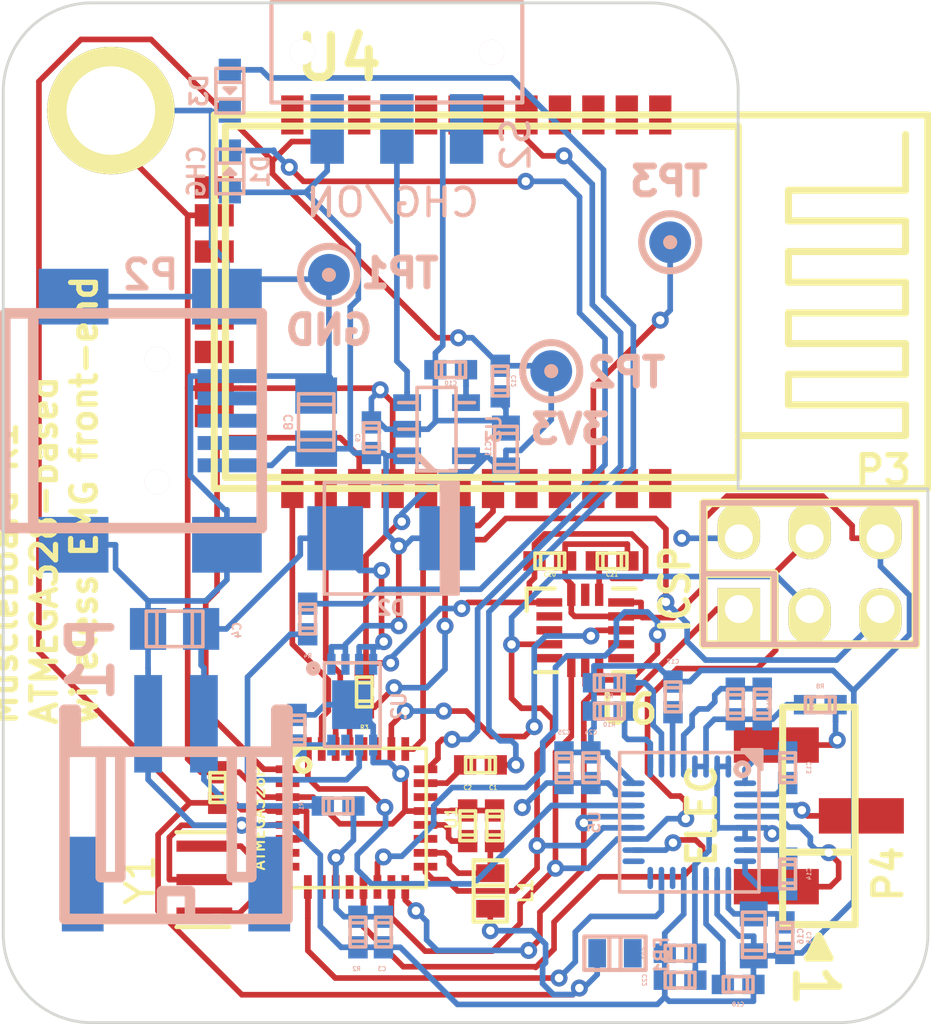
<source format=kicad_pcb>
(kicad_pcb (version 20171130) (host pcbnew "(5.1.12)-1")

  (general
    (thickness 1.6)
    (drawings 20)
    (tracks 807)
    (zones 0)
    (modules 54)
    (nets 48)
  )

  (page A3)
  (layers
    (0 Top signal)
    (1 Ground power)
    (2 Power power)
    (31 Bottom signal)
    (32 B.Adhes user hide)
    (33 F.Adhes user hide)
    (34 B.Paste user hide)
    (35 F.Paste user hide)
    (36 B.SilkS user hide)
    (37 F.SilkS user hide)
    (38 B.Mask user hide)
    (39 F.Mask user hide)
    (40 Dwgs.User user hide)
    (41 Cmts.User user hide)
    (42 Eco1.User user hide)
    (43 Eco2.User user hide)
    (44 Edge.Cuts user)
  )

  (setup
    (last_trace_width 0.2032)
    (trace_clearance 0.1524)
    (zone_clearance 0.1778)
    (zone_45_only yes)
    (trace_min 0.1524)
    (via_size 0.6096)
    (via_drill 0.3048)
    (via_min_size 0.6096)
    (via_min_drill 0.3048)
    (uvia_size 0.508)
    (uvia_drill 0.127)
    (uvias_allowed no)
    (uvia_min_size 0.508)
    (uvia_min_drill 0.127)
    (edge_width 0.1)
    (segment_width 0.2)
    (pcb_text_width 0.3)
    (pcb_text_size 1.5 1.5)
    (mod_edge_width 0.15)
    (mod_text_size 1 1)
    (mod_text_width 0.15)
    (pad_size 6 6)
    (pad_drill 4.5)
    (pad_to_mask_clearance 0)
    (aux_axis_origin 0 0)
    (visible_elements 7FFFFFFF)
    (pcbplotparams
      (layerselection 0x00030_ffffffff)
      (usegerberextensions true)
      (usegerberattributes true)
      (usegerberadvancedattributes true)
      (creategerberjobfile true)
      (excludeedgelayer true)
      (linewidth 0.150000)
      (plotframeref false)
      (viasonmask false)
      (mode 1)
      (useauxorigin false)
      (hpglpennumber 1)
      (hpglpenspeed 20)
      (hpglpendiameter 15.000000)
      (psnegative false)
      (psa4output false)
      (plotreference true)
      (plotvalue true)
      (plotinvisibletext false)
      (padsonsilk false)
      (subtractmaskfromsilk false)
      (outputformat 1)
      (mirror false)
      (drillshape 0)
      (scaleselection 1)
      (outputdirectory "muscleboardv1_gbr/"))
  )

  (net 0 "")
  (net 1 +3.3V)
  (net 2 +BATT)
  (net 3 /AREF)
  (net 4 /AVCC)
  (net 5 "/Analog front-end/GPIO1")
  (net 6 "/Analog front-end/GPIO2")
  (net 7 "/Analog front-end/PGA1N")
  (net 8 "/Analog front-end/PGA1P")
  (net 9 "/Analog front-end/PGA2N")
  (net 10 "/Analog front-end/PGA2P")
  (net 11 "/Analog front-end/RLDIN")
  (net 12 "/Analog front-end/RLDINV")
  (net 13 "/Analog front-end/VCAP1")
  (net 14 "/Analog front-end/VCAP2")
  (net 15 "/Analog front-end/VREFP")
  (net 16 /BATT_MON)
  (net 17 /BT_CONN)
  (net 18 /BT_RESET)
  (net 19 /FACTORY_RESET)
  (net 20 /MCU_RX)
  (net 21 /MCU_TX)
  (net 22 /USER_LED)
  (net 23 /~MCU_CTS)
  (net 24 CH1N)
  (net 25 CH1P)
  (net 26 GND)
  (net 27 MISO)
  (net 28 MOSI)
  (net 29 N-0000021)
  (net 30 N-0000022)
  (net 31 N-0000023)
  (net 32 N-0000025)
  (net 33 N-0000026)
  (net 34 N-0000027)
  (net 35 N-0000028)
  (net 36 N-000004)
  (net 37 N-0000067)
  (net 38 N-0000076)
  (net 39 RLD)
  (net 40 SCLK)
  (net 41 VBUS)
  (net 42 XL_INT1)
  (net 43 ~AFE_CS)
  (net 44 ~AFE_DRDY)
  (net 45 ~AFE_PWDN)
  (net 46 ~MCU_RESET)
  (net 47 ~XL_CS)

  (net_class Default "This is the default net class."
    (clearance 0.1524)
    (trace_width 0.2032)
    (via_dia 0.6096)
    (via_drill 0.3048)
    (uvia_dia 0.508)
    (uvia_drill 0.127)
    (add_net +3.3V)
    (add_net +BATT)
    (add_net /AREF)
    (add_net /AVCC)
    (add_net "/Analog front-end/GPIO1")
    (add_net "/Analog front-end/GPIO2")
    (add_net "/Analog front-end/PGA1N")
    (add_net "/Analog front-end/PGA1P")
    (add_net "/Analog front-end/PGA2N")
    (add_net "/Analog front-end/PGA2P")
    (add_net "/Analog front-end/RLDIN")
    (add_net "/Analog front-end/RLDINV")
    (add_net "/Analog front-end/VCAP1")
    (add_net "/Analog front-end/VCAP2")
    (add_net "/Analog front-end/VREFP")
    (add_net /BATT_MON)
    (add_net /BT_CONN)
    (add_net /BT_RESET)
    (add_net /FACTORY_RESET)
    (add_net /MCU_RX)
    (add_net /MCU_TX)
    (add_net /USER_LED)
    (add_net /~MCU_CTS)
    (add_net CH1N)
    (add_net CH1P)
    (add_net GND)
    (add_net MISO)
    (add_net MOSI)
    (add_net N-0000021)
    (add_net N-0000022)
    (add_net N-0000023)
    (add_net N-0000025)
    (add_net N-0000026)
    (add_net N-0000027)
    (add_net N-0000028)
    (add_net N-000004)
    (add_net N-0000067)
    (add_net N-0000076)
    (add_net RLD)
    (add_net SCLK)
    (add_net VBUS)
    (add_net XL_INT1)
    (add_net ~AFE_CS)
    (add_net ~AFE_DRDY)
    (add_net ~AFE_PWDN)
    (add_net ~MCU_RESET)
    (add_net ~XL_CS)
  )

  (net_class "Hi Current" ""
    (clearance 0.1524)
    (trace_width 0.4064)
    (via_dia 0.6096)
    (via_drill 0.3048)
    (uvia_dia 0.508)
    (uvia_drill 0.127)
  )

  (module w_rf_modules:roving_rn-42 (layer Top) (tedit 53ADC573) (tstamp 53ADB8D9)
    (at 114.351 48.26 270)
    (descr "Roving Networks RN-42 Bluetooth module")
    (path /53ACD278)
    (clearance 0.2)
    (fp_text reference U4 (at -8.7376 8.3312) (layer F.SilkS)
      (effects (font (size 1.5 1.5) (thickness 0.3)))
    )
    (fp_text value BLUETOOTH-RN42 (at -0.1524 -4.7244 270) (layer F.SilkS) hide
      (effects (font (size 0.127 0.127) (thickness 0.03175)))
    )
    (fp_line (start -2.9 -7.8) (end -4 -7.8) (layer F.SilkS) (width 0.254))
    (fp_line (start -1.8 -12) (end -2.9 -12) (layer F.SilkS) (width 0.254))
    (fp_line (start -2.9 -12) (end -2.9 -7.8) (layer F.SilkS) (width 0.254))
    (fp_line (start -1.8 -12) (end -1.8 -7.8) (layer F.SilkS) (width 0.254))
    (fp_line (start -4 -12) (end -4 -7.8) (layer F.SilkS) (width 0.254))
    (fp_line (start -4 -12) (end -6 -12) (layer F.SilkS) (width 0.254))
    (fp_line (start -0.7 -7.8) (end -1.8 -7.8) (layer F.SilkS) (width 0.254))
    (fp_line (start 0.4 -12) (end -0.7 -12) (layer F.SilkS) (width 0.254))
    (fp_line (start -0.7 -12) (end -0.7 -7.8) (layer F.SilkS) (width 0.254))
    (fp_line (start 0.4 -12) (end 0.4 -7.8) (layer F.SilkS) (width 0.254))
    (fp_line (start 2.6 -12) (end 2.6 -7.8) (layer F.SilkS) (width 0.254))
    (fp_line (start 1.5 -12) (end 1.5 -7.8) (layer F.SilkS) (width 0.254))
    (fp_line (start 2.6 -12) (end 1.5 -12) (layer F.SilkS) (width 0.254))
    (fp_line (start 1.5 -7.8) (end 0.4 -7.8) (layer F.SilkS) (width 0.254))
    (fp_line (start 3.7 -7.8) (end 2.6 -7.8) (layer F.SilkS) (width 0.254))
    (fp_line (start 4.8 -6) (end 4.8 -12) (layer F.SilkS) (width 0.254))
    (fp_line (start 4.8 -12) (end 3.7 -12) (layer F.SilkS) (width 0.254))
    (fp_line (start 3.7 -12) (end 3.7 -7.8) (layer F.SilkS) (width 0.254))
    (fp_line (start -6.7 -12.8) (end 6.7 -12.8) (layer F.SilkS) (width 0.254))
    (fp_line (start 6.7 -12.8) (end 6.7 12.8) (layer F.SilkS) (width 0.254))
    (fp_line (start -6.7 12.8) (end 6.7 12.8) (layer F.SilkS) (width 0.254))
    (fp_line (start -6.7 -12.8) (end -6.7 12.8) (layer F.SilkS) (width 0.254))
    (fp_line (start -6.3 -6) (end 6.3 -6) (layer F.SilkS) (width 0.254))
    (fp_line (start 6.3 -6) (end 6.3 12.4) (layer F.SilkS) (width 0.254))
    (fp_line (start -6.3 12.4) (end 6.3 12.4) (layer F.SilkS) (width 0.254))
    (fp_line (start -6.3 -6) (end -6.3 12.4) (layer F.SilkS) (width 0.254))
    (pad "" smd rect (at -6 11.5 270) (size 1.5 1.5) (layers Dwgs.User))
    (pad "" smd rect (at 6 11.5 270) (size 1.5 1.5) (layers Dwgs.User))
    (pad "" smd rect (at 6 -5.1 270) (size 1.5 1.5) (layers Dwgs.User))
    (pad 1 smd rect (at -6.7 -3.2 270) (size 1.4 0.8) (layers Top F.Paste F.Mask))
    (pad 2 smd rect (at -6.7 -2 270) (size 1.4 0.8) (layers Top F.Paste F.Mask))
    (pad 3 smd rect (at -6.7 -0.8 270) (size 1.4 0.8) (layers Top F.Paste F.Mask))
    (pad 4 smd rect (at -6.7 0.4 270) (size 1.4 0.8) (layers Top F.Paste F.Mask))
    (pad 5 smd rect (at -6.7 1.6 270) (size 1.4 0.8) (layers Top F.Paste F.Mask)
      (net 18 /BT_RESET))
    (pad 6 smd rect (at -6.7 2.8 270) (size 1.4 0.8) (layers Top F.Paste F.Mask))
    (pad 7 smd rect (at -6.7 4 270) (size 1.4 0.8) (layers Top F.Paste F.Mask))
    (pad 8 smd rect (at -6.7 5.2 270) (size 1.4 0.8) (layers Top F.Paste F.Mask))
    (pad 9 smd rect (at -6.7 6.4 270) (size 1.4 0.8) (layers Top F.Paste F.Mask))
    (pad 10 smd rect (at -6.7 7.6 270) (size 1.4 0.8) (layers Top F.Paste F.Mask))
    (pad 11 smd rect (at -6.7 8.8 270) (size 1.4 0.8) (layers Top F.Paste F.Mask)
      (net 1 +3.3V))
    (pad 12 smd rect (at -6.7 10 270) (size 1.4 0.8) (layers Top F.Paste F.Mask))
    (pad 13 smd rect (at 6.7 10 270) (size 1.4 0.8) (layers Top F.Paste F.Mask)
      (net 21 /MCU_TX))
    (pad 14 smd rect (at 6.7 8.8 270) (size 1.4 0.8) (layers Top F.Paste F.Mask)
      (net 20 /MCU_RX))
    (pad 15 smd rect (at 6.7 7.6 270) (size 1.4 0.8) (layers Top F.Paste F.Mask)
      (net 23 /~MCU_CTS))
    (pad 16 smd rect (at 6.7 6.4 270) (size 1.4 0.8) (layers Top F.Paste F.Mask)
      (net 26 GND))
    (pad 17 smd rect (at 6.7 5.2 270) (size 1.4 0.8) (layers Top F.Paste F.Mask))
    (pad 18 smd rect (at 6.7 4 270) (size 1.4 0.8) (layers Top F.Paste F.Mask))
    (pad 19 smd rect (at 6.7 2.8 270) (size 1.4 0.8) (layers Top F.Paste F.Mask)
      (net 17 /BT_CONN))
    (pad 20 smd rect (at 6.7 1.6 270) (size 1.4 0.8) (layers Top F.Paste F.Mask))
    (pad 21 smd rect (at 6.7 0.4 270) (size 1.4 0.8) (layers Top F.Paste F.Mask))
    (pad 22 smd rect (at 6.7 -0.8 270) (size 1.4 0.8) (layers Top F.Paste F.Mask)
      (net 19 /FACTORY_RESET))
    (pad 23 smd rect (at 6.7 -2 270) (size 1.4 0.8) (layers Top F.Paste F.Mask))
    (pad 24 smd rect (at 6.7 -3.2 270) (size 1.4 0.8) (layers Top F.Paste F.Mask))
    (pad 30 smd rect (at 4.1 12.8 270) (size 0.8 1.4) (layers Top F.Paste F.Mask))
    (pad 28 smd rect (at 3.1 12.8 270) (size 0.8 1.4) (layers Top F.Paste F.Mask)
      (net 26 GND))
    (pad 31 smd rect (at 1.8 12.8 270) (size 0.8 1.4) (layers Top F.Paste F.Mask))
    (pad 32 smd rect (at 0.6 12.8 270) (size 0.8 1.4) (layers Top F.Paste F.Mask))
    (pad 33 smd rect (at -0.6 12.8 270) (size 0.8 1.4) (layers Top F.Paste F.Mask))
    (pad 34 smd rect (at -1.8 12.8 270) (size 0.8 1.4) (layers Top F.Paste F.Mask))
    (pad 29 smd rect (at -3.1 12.8 270) (size 0.8 1.4) (layers Top F.Paste F.Mask)
      (net 26 GND))
    (pad 35 smd rect (at -4.1 12.8 270) (size 0.8 1.4) (layers Top F.Paste F.Mask))
    (pad "" smd rect (at -6 -5.1 270) (size 1.5 1.5) (layers Dwgs.User))
    (pad "" smd rect (at 0 -9.3 270) (size 13.4 7) (layers Dwgs.User))
    (model walter/rf_modules/roving_rn-42.wrl
      (at (xyz 0 0 0))
      (scale (xyz 1 1 1))
      (rotate (xyz 0 0 0))
    )
    (model ../brainboard/3d_rf_modules/walter/rf_modules/roving_rn-42.wrl
      (at (xyz 0 0 0))
      (scale (xyz 1 1 1))
      (rotate (xyz 0 0 0))
    )
  )

  (module USB_MINI_B (layer Bottom) (tedit 53ADB366) (tstamp 53ACBFF2)
    (at 98.6536 52.5272)
    (descr "USB Mini-B 5-pin SMD connector")
    (tags "USB, Mini-B, connector")
    (path /53ADA726)
    (fp_text reference P2 (at 0.6096 -5.2324) (layer B.SilkS)
      (effects (font (size 1.016 1.016) (thickness 0.2032)) (justify mirror))
    )
    (fp_text value USB (at 0.1524 0.2032) (layer B.SilkS) hide
      (effects (font (size 0.127 0.127) (thickness 0.03175)) (justify mirror))
    )
    (fp_line (start -3.59918 3.85064) (end -3.59918 -3.85064) (layer B.SilkS) (width 0.381))
    (fp_line (start -4.59994 3.85064) (end -4.59994 -3.85064) (layer B.SilkS) (width 0.381))
    (fp_line (start -4.59994 -3.85064) (end 4.59994 -3.85064) (layer B.SilkS) (width 0.381))
    (fp_line (start 4.59994 -3.85064) (end 4.59994 3.85064) (layer B.SilkS) (width 0.381))
    (fp_line (start 4.59994 3.85064) (end -4.59994 3.85064) (layer B.SilkS) (width 0.381))
    (pad 1 smd rect (at 3.44932 1.6002) (size 2.30124 0.50038) (layers Bottom B.Paste B.Mask)
      (net 41 VBUS))
    (pad 2 smd rect (at 3.44932 0.8001) (size 2.30124 0.50038) (layers Bottom B.Paste B.Mask))
    (pad 3 smd rect (at 3.44932 0) (size 2.30124 0.50038) (layers Bottom B.Paste B.Mask))
    (pad 4 smd rect (at 3.44932 -0.8001) (size 2.30124 0.50038) (layers Bottom B.Paste B.Mask))
    (pad 5 smd rect (at 3.44932 -1.6002) (size 2.30124 0.50038) (layers Bottom B.Paste B.Mask)
      (net 26 GND))
    (pad 6 smd rect (at 3.35026 4.45008) (size 2.49936 1.99898) (layers Bottom B.Paste B.Mask)
      (net 26 GND))
    (pad 7 smd rect (at -2.14884 4.45008) (size 2.49936 1.99898) (layers Bottom B.Paste B.Mask)
      (net 26 GND))
    (pad 8 smd rect (at 3.35026 -4.45008) (size 2.49936 1.99898) (layers Bottom B.Paste B.Mask)
      (net 26 GND))
    (pad 9 smd rect (at -2.14884 -4.45008) (size 2.49936 1.99898) (layers Bottom B.Paste B.Mask)
      (net 26 GND))
    (pad "" np_thru_hole circle (at 0.8509 2.19964) (size 0.89916 0.89916) (drill 0.89916) (layers *.Cu *.Mask B.SilkS))
    (pad 2 np_thru_hole circle (at 0.8509 -2.19964) (size 0.89916 0.89916) (drill 0.89916) (layers *.Cu *.Mask B.SilkS))
  )

  (module testpoint_1mm5 (layer Bottom) (tedit 540F4F82) (tstamp 53ACC000)
    (at 117.907 46.1264 90)
    (descr "TestPoint 1.5mm")
    (path /53ACD27E)
    (fp_text reference TP3 (at 2.1844 -0.0508 180) (layer B.SilkS)
      (effects (font (size 1 1) (thickness 0.25)) (justify mirror))
    )
    (fp_text value FACT (at -0.1016 -3.0988 180) (layer B.SilkS) hide
      (effects (font (size 1 1) (thickness 0.25)) (justify mirror))
    )
    (fp_circle (center 0 0) (end 0.127 0) (layer B.SilkS) (width 0.254))
    (fp_circle (center 0 0) (end 0.889 -0.508) (layer B.SilkS) (width 0.254))
    (pad 1 smd circle (at 0 0 90) (size 1.50114 1.50114) (layers Bottom B.Paste B.Mask)
      (net 19 /FACTORY_RESET))
    (model walter/details/testpoint.wrl
      (at (xyz 0 0 0))
      (scale (xyz 1 1 1))
      (rotate (xyz 0 0 0))
    )
  )

  (module testpoint_1mm5 (layer Bottom) (tedit 540F4F1C) (tstamp 53ACC015)
    (at 105.664 47.2948)
    (descr "TestPoint 1.5mm")
    (path /53ADA720)
    (fp_text reference TP1 (at 2.54 -0.0508) (layer B.SilkS)
      (effects (font (size 1 1) (thickness 0.25)) (justify mirror))
    )
    (fp_text value GND (at 0 1.9812) (layer B.SilkS)
      (effects (font (size 1 1) (thickness 0.25)) (justify mirror))
    )
    (fp_circle (center 0 0) (end 0.127 0) (layer B.SilkS) (width 0.254))
    (fp_circle (center 0 0) (end 0.889 -0.508) (layer B.SilkS) (width 0.254))
    (pad 1 smd circle (at 0 0) (size 1.50114 1.50114) (layers Bottom B.Paste B.Mask)
      (net 26 GND))
    (model walter/details/testpoint.wrl
      (at (xyz 0 0 0))
      (scale (xyz 1 1 1))
      (rotate (xyz 0 0 0))
    )
  )

  (module sot23-5 (layer Bottom) (tedit 53ADB303) (tstamp 53ACC03B)
    (at 109.525 52.832 90)
    (descr SOT23-5)
    (path /53ADA71C)
    (fp_text reference U3 (at 0 2.0574 90) (layer B.SilkS)
      (effects (font (size 0.50038 0.50038) (thickness 0.09906)) (justify mirror))
    )
    (fp_text value TPS73233 (at 0 0 90) (layer B.SilkS) hide
      (effects (font (size 0.127 0.127) (thickness 0.03175)) (justify mirror))
    )
    (fp_line (start -0.8509 -0.6985) (end -1.4986 -0.0508) (layer B.SilkS) (width 0.127))
    (fp_line (start -1.0033 -0.6985) (end -1.4986 -0.2032) (layer B.SilkS) (width 0.127))
    (fp_line (start 0.9525 0.6985) (end 0.9525 1.3589) (layer B.SilkS) (width 0.127))
    (fp_line (start -0.9525 0.6985) (end -0.9525 1.3589) (layer B.SilkS) (width 0.127))
    (fp_line (start 0 -0.6985) (end 0 -1.3589) (layer B.SilkS) (width 0.127))
    (fp_line (start 0.9525 -0.6985) (end 0.9525 -1.3589) (layer B.SilkS) (width 0.127))
    (fp_line (start -0.9525 -0.6985) (end -0.9525 -1.3589) (layer B.SilkS) (width 0.127))
    (fp_line (start -1.4986 0.6985) (end 1.4986 0.6985) (layer B.SilkS) (width 0.127))
    (fp_line (start 1.4986 0.6985) (end 1.4986 -0.6985) (layer B.SilkS) (width 0.127))
    (fp_line (start 1.4986 -0.6985) (end -1.4986 -0.6985) (layer B.SilkS) (width 0.127))
    (fp_line (start -1.4986 -0.6985) (end -1.4986 0.6985) (layer B.SilkS) (width 0.127))
    (pad 1 smd rect (at -0.9525 -1.05664 90) (size 0.59944 1.00076) (layers Bottom B.Paste B.Mask)
      (net 41 VBUS))
    (pad 3 smd rect (at 0.9525 -1.05664 90) (size 0.59944 1.00076) (layers Bottom B.Paste B.Mask)
      (net 33 N-0000026))
    (pad 2 smd rect (at 0 -1.05664 90) (size 0.59944 1.00076) (layers Bottom B.Paste B.Mask)
      (net 26 GND))
    (pad 4 smd rect (at 0.9525 1.05664 90) (size 0.59944 1.00076) (layers Bottom B.Paste B.Mask)
      (net 32 N-0000025))
    (pad 5 smd rect (at -0.9525 1.05664 90) (size 0.59944 1.00076) (layers Bottom B.Paste B.Mask)
      (net 1 +3.3V))
    (model walter/smd_trans/sot23-5.wrl
      (at (xyz 0 0 0))
      (scale (xyz 1 1 1))
      (rotate (xyz 0 0 0))
    )
  )

  (module Led_0603 (layer Bottom) (tedit 53ADB136) (tstamp 53ACC1A1)
    (at 102.108 43.5864 90)
    (descr "SMD LED, 0603")
    (path /53ADA732)
    (fp_text reference D1 (at 0 1.09982 90) (layer B.SilkS)
      (effects (font (size 0.59944 0.59944) (thickness 0.11938)) (justify mirror))
    )
    (fp_text value CHG (at 0 -1.19888 90) (layer B.SilkS)
      (effects (font (size 0.59944 0.59944) (thickness 0.11938)) (justify mirror))
    )
    (fp_line (start 0.29972 -0.50038) (end 0.29972 0.50038) (layer B.SilkS) (width 0.127))
    (fp_line (start -0.29972 0.50038) (end -0.29972 -0.50038) (layer B.SilkS) (width 0.127))
    (fp_line (start 0 -0.09906) (end 0 0.09906) (layer B.SilkS) (width 0.127))
    (fp_line (start -0.09906 0.20066) (end -0.09906 -0.20066) (layer B.SilkS) (width 0.127))
    (fp_line (start -0.09906 -0.20066) (end 0.09906 0) (layer B.SilkS) (width 0.127))
    (fp_line (start 0.09906 0) (end -0.09906 0.20066) (layer B.SilkS) (width 0.127))
    (fp_line (start -0.8001 0.50038) (end 0.8001 0.50038) (layer B.SilkS) (width 0.127))
    (fp_line (start 0.8001 0.50038) (end 0.8001 -0.50038) (layer B.SilkS) (width 0.127))
    (fp_line (start 0.8001 -0.50038) (end -0.8001 -0.50038) (layer B.SilkS) (width 0.127))
    (fp_line (start -0.8001 -0.50038) (end -0.8001 0.50038) (layer B.SilkS) (width 0.127))
    (pad 1 smd rect (at -0.7493 0 90) (size 0.79756 0.79756) (layers Bottom B.Paste B.Mask)
      (net 41 VBUS))
    (pad 2 smd rect (at 0.7493 0 90) (size 0.79756 0.79756) (layers Bottom B.Paste B.Mask)
      (net 35 N-0000028))
    (model walter/smd_leds/led_0603.wrl
      (at (xyz 0 0 0))
      (scale (xyz 1 1 1))
      (rotate (xyz 0 0 0))
    )
  )

  (module Led_0603 (layer Bottom) (tedit 53ADC61B) (tstamp 53ACC1B1)
    (at 102.108 40.6908 270)
    (descr "SMD LED, 0603")
    (path /53ACD26B)
    (fp_text reference D3 (at 0 1.09982 270) (layer B.SilkS)
      (effects (font (size 0.59944 0.59944) (thickness 0.11938)) (justify mirror))
    )
    (fp_text value RED (at 0 -1.19888 270) (layer B.SilkS) hide
      (effects (font (size 0.59944 0.59944) (thickness 0.11938)) (justify mirror))
    )
    (fp_line (start 0.29972 -0.50038) (end 0.29972 0.50038) (layer B.SilkS) (width 0.127))
    (fp_line (start -0.29972 0.50038) (end -0.29972 -0.50038) (layer B.SilkS) (width 0.127))
    (fp_line (start 0 -0.09906) (end 0 0.09906) (layer B.SilkS) (width 0.127))
    (fp_line (start -0.09906 0.20066) (end -0.09906 -0.20066) (layer B.SilkS) (width 0.127))
    (fp_line (start -0.09906 -0.20066) (end 0.09906 0) (layer B.SilkS) (width 0.127))
    (fp_line (start 0.09906 0) (end -0.09906 0.20066) (layer B.SilkS) (width 0.127))
    (fp_line (start -0.8001 0.50038) (end 0.8001 0.50038) (layer B.SilkS) (width 0.127))
    (fp_line (start 0.8001 0.50038) (end 0.8001 -0.50038) (layer B.SilkS) (width 0.127))
    (fp_line (start 0.8001 -0.50038) (end -0.8001 -0.50038) (layer B.SilkS) (width 0.127))
    (fp_line (start -0.8001 -0.50038) (end -0.8001 0.50038) (layer B.SilkS) (width 0.127))
    (pad 1 smd rect (at -0.7493 0 270) (size 0.79756 0.79756) (layers Bottom B.Paste B.Mask)
      (net 36 N-000004))
    (pad 2 smd rect (at 0.7493 0 270) (size 0.79756 0.79756) (layers Bottom B.Paste B.Mask)
      (net 26 GND))
    (model walter/smd_leds/led_0603.wrl
      (at (xyz 0 0 0))
      (scale (xyz 1 1 1))
      (rotate (xyz 0 0 0))
    )
  )

  (module inductor_smd_0603 (layer Bottom) (tedit 53ADD9C2) (tstamp 53ADB8E6)
    (at 115.926 71.628)
    (descr "Inductor SMD, 0603")
    (path /53ADAB70/53ADFAB7)
    (fp_text reference FB1 (at 1.6764 0.1016 90) (layer B.SilkS)
      (effects (font (size 0.49784 0.49784) (thickness 0.09906)) (justify mirror))
    )
    (fp_text value BLM18PG121SN1 (at 0 -0.1016) (layer B.SilkS) hide
      (effects (font (size 0.127 0.127) (thickness 0.03175)) (justify mirror))
    )
    (fp_line (start 0.20066 -0.59944) (end 0.20066 0.59944) (layer B.SilkS) (width 0.14986))
    (fp_line (start -0.20066 0.59944) (end -0.20066 -0.59944) (layer B.SilkS) (width 0.14986))
    (fp_line (start -1.09982 0.59944) (end 1.09982 0.59944) (layer B.SilkS) (width 0.14986))
    (fp_line (start 1.09982 0.59944) (end 1.09982 -0.59944) (layer B.SilkS) (width 0.14986))
    (fp_line (start 1.09982 -0.59944) (end -1.09982 -0.59944) (layer B.SilkS) (width 0.14986))
    (fp_line (start -1.09982 -0.59944) (end -1.09982 0.59944) (layer B.SilkS) (width 0.14986))
    (pad 1 smd rect (at -0.63754 0) (size 0.635 1.016) (layers Bottom B.Paste B.Mask)
      (net 1 +3.3V))
    (pad 2 smd rect (at 0.63754 0) (size 0.635 1.016) (layers Bottom B.Paste B.Mask))
    (model walter/smd_inductors/inductor_smd_0603.wrl
      (at (xyz 0 0 0))
      (scale (xyz 1 1 1))
      (rotate (xyz 0 0 0))
    )
  )

  (module do214aa (layer Bottom) (tedit 53ADB2B1) (tstamp 53ACC1DD)
    (at 107.899 56.7436)
    (descr DO214AA)
    (path /53ADA735)
    (fp_text reference D2 (at 0 2.49936) (layer B.SilkS)
      (effects (font (size 0.50038 0.50038) (thickness 0.11938)) (justify mirror))
    )
    (fp_text value LSM115JE3/TR13 (at 0 0) (layer B.SilkS) hide
      (effects (font (size 0.127 0.127) (thickness 0.03175)) (justify mirror))
    )
    (fp_line (start 2.30124 1.99898) (end 2.30124 -1.99898) (layer B.SilkS) (width 0.127))
    (fp_line (start 2.19964 -1.99898) (end 2.19964 1.99898) (layer B.SilkS) (width 0.127))
    (fp_line (start 2.10058 1.99898) (end 2.10058 -1.99898) (layer B.SilkS) (width 0.127))
    (fp_line (start 1.99898 -1.99898) (end 1.99898 1.99898) (layer B.SilkS) (width 0.127))
    (fp_line (start 1.89992 1.99898) (end 1.89992 -1.99898) (layer B.SilkS) (width 0.127))
    (fp_line (start 1.80086 1.99898) (end 1.80086 -1.99898) (layer B.SilkS) (width 0.127))
    (fp_line (start 2.4003 1.99898) (end 2.4003 -1.99898) (layer B.SilkS) (width 0.127))
    (fp_line (start 2.4003 -1.99898) (end -2.4003 -1.99898) (layer B.SilkS) (width 0.127))
    (fp_line (start -2.4003 -1.99898) (end -2.4003 1.99898) (layer B.SilkS) (width 0.127))
    (fp_line (start -2.4003 1.99898) (end 2.4003 1.99898) (layer B.SilkS) (width 0.127))
    (pad 2 smd rect (at 2.00914 0) (size 1.99898 2.30124) (layers Bottom B.Paste B.Mask)
      (net 41 VBUS))
    (pad 1 smd rect (at -2.00914 0) (size 1.99898 2.30124) (layers Bottom B.Paste B.Mask)
      (net 2 +BATT))
    (model walter/smd_diode/do214aa.wrl
      (at (xyz 0 0 0))
      (scale (xyz 1 1 1))
      (rotate (xyz 0 0 0))
    )
  )

  (module c_0603 (layer Bottom) (tedit 53ADA9B4) (tstamp 53ACC1FC)
    (at 120.904 70.9676 90)
    (descr "SMT capacitor, 0603")
    (path /53ADAB70/53ADFA6B)
    (fp_text reference C16 (at -0.0508 1.6764 90) (layer B.SilkS)
      (effects (font (size 0.20066 0.20066) (thickness 0.04064)) (justify mirror))
    )
    (fp_text value 10uF (at 0 -0.635 90) (layer B.SilkS) hide
      (effects (font (size 0.20066 0.20066) (thickness 0.04064)) (justify mirror))
    )
    (fp_line (start 0.5588 -0.4064) (end 0.5588 0.4064) (layer B.SilkS) (width 0.127))
    (fp_line (start -0.5588 0.381) (end -0.5588 -0.4064) (layer B.SilkS) (width 0.127))
    (fp_line (start -0.8128 0.4064) (end 0.8128 0.4064) (layer B.SilkS) (width 0.127))
    (fp_line (start 0.8128 0.4064) (end 0.8128 -0.4064) (layer B.SilkS) (width 0.127))
    (fp_line (start 0.8128 -0.4064) (end -0.8128 -0.4064) (layer B.SilkS) (width 0.127))
    (fp_line (start -0.8128 -0.4064) (end -0.8128 0.4064) (layer B.SilkS) (width 0.127))
    (pad 1 smd rect (at 0.75184 0 90) (size 0.89916 1.00076) (layers Bottom B.Paste B.Mask)
      (net 15 "/Analog front-end/VREFP"))
    (pad 2 smd rect (at -0.75184 0 90) (size 0.89916 1.00076) (layers Bottom B.Paste B.Mask)
      (net 26 GND))
    (model walter\smd_cap\c_0603.wrl
      (at (xyz 0 0 0))
      (scale (xyz 1 1 1))
      (rotate (xyz 0 0 0))
    )
  )

  (module c_0603 (layer Bottom) (tedit 490472AA) (tstamp 53ACC250)
    (at 112.014 53.5432 270)
    (descr "SMT capacitor, 0603")
    (path /53ADA71F)
    (fp_text reference C11 (at 0 0.635 270) (layer B.SilkS)
      (effects (font (size 0.20066 0.20066) (thickness 0.04064)) (justify mirror))
    )
    (fp_text value 10uF (at 0 -0.635 270) (layer B.SilkS) hide
      (effects (font (size 0.20066 0.20066) (thickness 0.04064)) (justify mirror))
    )
    (fp_line (start 0.5588 -0.4064) (end 0.5588 0.4064) (layer B.SilkS) (width 0.127))
    (fp_line (start -0.5588 0.381) (end -0.5588 -0.4064) (layer B.SilkS) (width 0.127))
    (fp_line (start -0.8128 0.4064) (end 0.8128 0.4064) (layer B.SilkS) (width 0.127))
    (fp_line (start 0.8128 0.4064) (end 0.8128 -0.4064) (layer B.SilkS) (width 0.127))
    (fp_line (start 0.8128 -0.4064) (end -0.8128 -0.4064) (layer B.SilkS) (width 0.127))
    (fp_line (start -0.8128 -0.4064) (end -0.8128 0.4064) (layer B.SilkS) (width 0.127))
    (pad 1 smd rect (at 0.75184 0 270) (size 0.89916 1.00076) (layers Bottom B.Paste B.Mask)
      (net 1 +3.3V))
    (pad 2 smd rect (at -0.75184 0 270) (size 0.89916 1.00076) (layers Bottom B.Paste B.Mask)
      (net 26 GND))
    (model walter\smd_cap\c_0603.wrl
      (at (xyz 0 0 0))
      (scale (xyz 1 1 1))
      (rotate (xyz 0 0 0))
    )
  )

  (module BBB_MHOLE locked (layer Top) (tedit 53AB15F7) (tstamp 53ACC309)
    (at 97.8408 41.402)
    (path /53ADA717)
    (fp_text reference MTG1 (at 0 0) (layer F.SilkS) hide
      (effects (font (size 0.127 0.127) (thickness 0.000001)))
    )
    (fp_text value MHOLE (at 0 0) (layer F.SilkS) hide
      (effects (font (size 0.127 0.127) (thickness 0.000001)))
    )
    (pad 1 thru_hole circle (at 0 0) (size 4.572 4.572) (drill 3.175) (layers *.Cu *.Mask F.SilkS)
      (net 26 GND))
  )

  (module 16-LGA-3x3.25 (layer Top) (tedit 0) (tstamp 53ACC33E)
    (at 114.859 60.0456)
    (path /53ADAB70/53ADFA07)
    (solder_mask_margin 0.1524)
    (fp_text reference U6 (at 1.5621 2.8321) (layer F.SilkS)
      (effects (font (size 1.016 1.016) (thickness 0.1905)))
    )
    (fp_text value ADXL362 (at 0 0) (layer F.SilkS) hide
      (effects (font (size 0.127 0.127) (thickness 0.000001)))
    )
    (fp_line (start -1.8 1.5) (end -1 1.5) (layer F.SilkS) (width 0.15))
    (fp_line (start 1.8 1.5) (end 1 1.5) (layer F.SilkS) (width 0.15))
    (fp_line (start 1 -1.5) (end 1.8 -1.5) (layer F.SilkS) (width 0.15))
    (fp_line (start -1.5 -1.5) (end -1.1 -1.5) (layer F.SilkS) (width 0.15))
    (fp_line (start -1.5 -1.5) (end -2.1 -1.5) (layer F.SilkS) (width 0.15))
    (fp_line (start -2.1 -1.5) (end -2.1 -0.7) (layer F.SilkS) (width 0.15))
    (pad 9 smd rect (at 1.2875 1) (size 0.925 0.3) (layers Top F.Paste F.Mask))
    (pad 10 smd rect (at 1.2875 0.5) (size 0.925 0.3) (layers Top F.Paste F.Mask))
    (pad 13 smd rect (at 1.2875 -1) (size 0.925 0.3) (layers Top F.Paste F.Mask)
      (net 26 GND))
    (pad 12 smd rect (at 1.2875 -0.5) (size 0.925 0.3) (layers Top F.Paste F.Mask)
      (net 26 GND))
    (pad 11 smd rect (at 1.2875 0) (size 0.925 0.3) (layers Top F.Paste F.Mask)
      (net 42 XL_INT1))
    (pad 3 smd rect (at -1.2875 0) (size 0.925 0.3) (layers Top F.Paste F.Mask))
    (pad 2 smd rect (at -1.2875 -0.5) (size 0.925 0.3) (layers Top F.Paste F.Mask))
    (pad 1 smd rect (at -1.2875 -1) (size 0.925 0.3) (layers Top F.Paste F.Mask)
      (net 1 +3.3V))
    (pad 4 smd rect (at -1.2875 0.5) (size 0.925 0.3) (layers Top F.Paste F.Mask)
      (net 40 SCLK))
    (pad 5 smd rect (at -1.2875 1) (size 0.925 0.3) (layers Top F.Paste F.Mask))
    (pad 15 smd rect (at 0 -1.275) (size 0.3 0.8) (layers Top F.Paste F.Mask))
    (pad 7 smd rect (at 0 1.275) (size 0.3 0.8) (layers Top F.Paste F.Mask)
      (net 27 MISO))
    (pad 16 smd rect (at -0.5 -1.275) (size 0.3 0.8) (layers Top F.Paste F.Mask)
      (net 26 GND))
    (pad 14 smd rect (at 0.5 -1.275) (size 0.3 0.8) (layers Top F.Paste F.Mask)
      (net 1 +3.3V))
    (pad 6 smd rect (at -0.5 1.275) (size 0.3 0.8) (layers Top F.Paste F.Mask)
      (net 28 MOSI))
    (pad 8 smd rect (at 0.5 1.275) (size 0.3 0.8) (layers Top F.Paste F.Mask)
      (net 47 ~XL_CS))
  )

  (module JS102011SAQN (layer Bottom) (tedit 540F4F49) (tstamp 53ACC1C1)
    (at 108.102 42.0624)
    (path /53ADA736)
    (fp_text reference S2 (at 4.2672 0.5588 270) (layer B.SilkS)
      (effects (font (size 1 1) (thickness 0.15)) (justify mirror))
    )
    (fp_text value CHG/ON (at -0.1524 2.6416) (layer B.SilkS)
      (effects (font (size 1 1) (thickness 0.15)) (justify mirror))
    )
    (fp_line (start 4.5 -0.95) (end -4.5 -0.95) (layer B.SilkS) (width 0.15))
    (fp_line (start -4.5 -4.55) (end 4.5 -4.55) (layer B.SilkS) (width 0.15))
    (fp_line (start 4.5 -4.55) (end 4.5 -0.95) (layer B.SilkS) (width 0.15))
    (fp_line (start -4.5 -4.55) (end -4.5 -0.95) (layer B.SilkS) (width 0.15))
    (pad 2 smd rect (at 0 0) (size 1.2 2.5) (layers Bottom B.Paste B.Mask)
      (net 33 N-0000026))
    (pad 1 smd rect (at -2.5 0) (size 1.2 2.5) (layers Bottom B.Paste B.Mask)
      (net 41 VBUS))
    (pad 3 smd rect (at 2.5 0) (size 1.2 2.5) (layers Bottom B.Paste B.Mask)
      (net 26 GND))
    (pad "" np_thru_hole circle (at -3.4 -2.75) (size 0.9 0.9) (drill 0.9) (layers *.Cu *.Mask B.SilkS))
    (pad "" np_thru_hole circle (at 3.4 -2.75) (size 0.9 0.9) (drill 0.9) (layers *.Cu *.Mask B.SilkS))
  )

  (module s2b-ph-sm4-tb (layer Bottom) (tedit 53ADB428) (tstamp 53ACC324)
    (at 100.178 63.3984 180)
    (descr "JST PH series connector, S2B-PH-SM4-TB")
    (path /53ADA71A)
    (fp_text reference P1 (at 3.048 2.3368 90) (layer B.SilkS)
      (effects (font (size 1.524 1.524) (thickness 0.3048)) (justify mirror))
    )
    (fp_text value BATT (at 0 -3.8608 180) (layer B.SilkS) hide
      (effects (font (size 0.127 0.127) (thickness 0.03175)) (justify mirror))
    )
    (fp_line (start -4.0005 -7.00024) (end -4.0005 0.50038) (layer B.SilkS) (width 0.381))
    (fp_line (start 4.0005 0.50038) (end 4.0005 -7.00024) (layer B.SilkS) (width 0.381))
    (fp_line (start 4.0005 0.50038) (end 3.59918 0.50038) (layer B.SilkS) (width 0.381))
    (fp_line (start 3.79984 -1.00076) (end 3.79984 0.50038) (layer B.SilkS) (width 0.381))
    (fp_line (start 3.59918 0.50038) (end 3.59918 -1.00076) (layer B.SilkS) (width 0.381))
    (fp_line (start -3.79984 0.50038) (end -3.79984 -1.00076) (layer B.SilkS) (width 0.381))
    (fp_line (start -3.59918 -1.00076) (end -3.59918 0.50038) (layer B.SilkS) (width 0.381))
    (fp_line (start -3.59918 0.50038) (end -4.0005 0.50038) (layer B.SilkS) (width 0.381))
    (fp_line (start -0.50038 -7.00024) (end -0.50038 -5.99948) (layer B.SilkS) (width 0.381))
    (fp_line (start -0.50038 -5.99948) (end 0.50038 -5.99948) (layer B.SilkS) (width 0.381))
    (fp_line (start 0.50038 -5.99948) (end 0.50038 -7.00024) (layer B.SilkS) (width 0.381))
    (fp_line (start -1.99898 -1.00076) (end -1.99898 -5.4991) (layer B.SilkS) (width 0.381))
    (fp_line (start -1.99898 -5.4991) (end -2.70002 -5.4991) (layer B.SilkS) (width 0.381))
    (fp_line (start -2.70002 -5.4991) (end -2.70002 -1.00076) (layer B.SilkS) (width 0.381))
    (fp_line (start 1.99898 -1.00076) (end 1.99898 -5.4991) (layer B.SilkS) (width 0.381))
    (fp_line (start 1.99898 -5.4991) (end 2.70002 -5.4991) (layer B.SilkS) (width 0.381))
    (fp_line (start 2.70002 -5.4991) (end 2.70002 -1.00076) (layer B.SilkS) (width 0.381))
    (fp_line (start -4.0005 -7.00024) (end 4.0005 -7.00024) (layer B.SilkS) (width 0.381))
    (fp_line (start 4.0005 -1.00076) (end -4.0005 -1.00076) (layer B.SilkS) (width 0.381))
    (fp_line (start -1.30048 -7.00024) (end -1.6002 -7.00024) (layer B.SilkS) (width 0.381))
    (pad 1 smd rect (at -1.00076 0 180) (size 0.99568 3.49758) (layers Bottom B.Paste B.Mask)
      (net 2 +BATT))
    (pad 2 smd rect (at 1.00076 0 180) (size 0.99822 3.49758) (layers Bottom B.Paste B.Mask)
      (net 26 GND))
    (pad "" smd rect (at -3.34518 -5.74802 180) (size 1.4986 3.39852) (layers Bottom B.Paste B.Mask))
    (pad "" smd rect (at 3.34772 -5.74802 180) (size 1.4986 3.39598) (layers Bottom B.Paste B.Mask))
    (model walter/conn_jst-ph/s2b-ph-sm4-tb.wrl
      (at (xyz 0 0 0))
      (scale (xyz 1 1 1))
      (rotate (xyz 0 0 0))
    )
  )

  (module r_0402 (layer Top) (tedit 53ADADF1) (tstamp 53ADA58D)
    (at 106.934 62.2554 90)
    (descr "SMT resistor, 0402")
    (path /53ACD266)
    (fp_text reference R3 (at -1.27 0 180) (layer F.SilkS)
      (effects (font (size 0.1524 0.1524) (thickness 0.03048)))
    )
    (fp_text value 10k (at 0 0.4826 90) (layer F.SilkS) hide
      (effects (font (size 0.1524 0.1524) (thickness 0.03048)))
    )
    (fp_line (start 0.3302 -0.2794) (end 0.3302 0.2794) (layer F.SilkS) (width 0.127))
    (fp_line (start -0.3302 -0.2794) (end -0.3302 0.2794) (layer F.SilkS) (width 0.127))
    (fp_line (start -0.5334 -0.2794) (end -0.5334 0.2794) (layer F.SilkS) (width 0.127))
    (fp_line (start -0.5334 0.2794) (end 0.5334 0.2794) (layer F.SilkS) (width 0.127))
    (fp_line (start 0.5334 0.2794) (end 0.5334 -0.2794) (layer F.SilkS) (width 0.127))
    (fp_line (start 0.5334 -0.2794) (end -0.5334 -0.2794) (layer F.SilkS) (width 0.127))
    (pad 1 smd rect (at 0.54864 0 90) (size 0.8001 0.6985) (layers Top F.Paste F.Mask)
      (net 1 +3.3V))
    (pad 2 smd rect (at -0.54864 0 90) (size 0.8001 0.6985) (layers Top F.Paste F.Mask)
      (net 46 ~MCU_RESET))
    (model walter/smd_resistors/r_0402.wrl
      (at (xyz 0 0 0))
      (scale (xyz 1 1 1))
      (rotate (xyz 0 0 0))
    )
  )

  (module inductor_smd_0603 (layer Top) (tedit 53ADACE0) (tstamp 53ADA599)
    (at 111.455 69.3928 270)
    (descr "Inductor SMD, 0603")
    (path /53ACD270)
    (fp_text reference L1 (at 0 -1.27 270) (layer F.SilkS)
      (effects (font (size 0.49784 0.49784) (thickness 0.09906)))
    )
    (fp_text value 10uH (at 0.0508 0.0508 270) (layer F.SilkS) hide
      (effects (font (size 0.127 0.127) (thickness 0.03175)))
    )
    (fp_line (start 0.20066 0.59944) (end 0.20066 -0.59944) (layer F.SilkS) (width 0.14986))
    (fp_line (start -0.20066 -0.59944) (end -0.20066 0.59944) (layer F.SilkS) (width 0.14986))
    (fp_line (start -1.09982 -0.59944) (end 1.09982 -0.59944) (layer F.SilkS) (width 0.14986))
    (fp_line (start 1.09982 -0.59944) (end 1.09982 0.59944) (layer F.SilkS) (width 0.14986))
    (fp_line (start 1.09982 0.59944) (end -1.09982 0.59944) (layer F.SilkS) (width 0.14986))
    (fp_line (start -1.09982 0.59944) (end -1.09982 -0.59944) (layer F.SilkS) (width 0.14986))
    (pad 1 smd rect (at -0.63754 0 270) (size 0.635 1.016) (layers Top F.Paste F.Mask)
      (net 4 /AVCC))
    (pad 2 smd rect (at 0.63754 0 270) (size 0.635 1.016) (layers Top F.Paste F.Mask)
      (net 1 +3.3V))
    (model walter/smd_inductors/inductor_smd_0603.wrl
      (at (xyz 0 0 0))
      (scale (xyz 1 1 1))
      (rotate (xyz 0 0 0))
    )
  )

  (module c_0402 (layer Bottom) (tedit 53ADA97E) (tstamp 53ADA5A5)
    (at 115.062 64.9732 270)
    (descr "SMT capacitor, 0402")
    (path /53ADAB70/53ADFA2D)
    (fp_text reference C24 (at -1.27 0 180) (layer B.SilkS)
      (effects (font (size 0.1524 0.1524) (thickness 0.03048)) (justify mirror))
    )
    (fp_text value 1uF (at 0 -0.4826 270) (layer B.SilkS) hide
      (effects (font (size 0.1524 0.1524) (thickness 0.03048)) (justify mirror))
    )
    (fp_line (start 0.3302 0.2794) (end 0.3302 -0.2794) (layer B.SilkS) (width 0.127))
    (fp_line (start -0.3302 0.2794) (end -0.3302 -0.2794) (layer B.SilkS) (width 0.127))
    (fp_line (start -0.5334 0.2794) (end -0.5334 -0.2794) (layer B.SilkS) (width 0.127))
    (fp_line (start -0.5334 -0.2794) (end 0.5334 -0.2794) (layer B.SilkS) (width 0.127))
    (fp_line (start 0.5334 -0.2794) (end 0.5334 0.2794) (layer B.SilkS) (width 0.127))
    (fp_line (start 0.5334 0.2794) (end -0.5334 0.2794) (layer B.SilkS) (width 0.127))
    (pad 1 smd rect (at 0.54864 0 270) (size 0.8001 0.6985) (layers Bottom B.Paste B.Mask)
      (net 1 +3.3V))
    (pad 2 smd rect (at -0.54864 0 270) (size 0.8001 0.6985) (layers Bottom B.Paste B.Mask)
      (net 26 GND))
    (model walter\smd_cap\c_0402.wrl
      (at (xyz 0 0 0))
      (scale (xyz 1 1 1))
      (rotate (xyz 0 0 0))
    )
  )

  (module c_0402 (layer Bottom) (tedit 53ADA983) (tstamp 53ADA5B1)
    (at 114.097 64.9732 270)
    (descr "SMT capacitor, 0402")
    (path /53ADAB70/53ADFA33)
    (fp_text reference C25 (at -1.27 0 180) (layer B.SilkS)
      (effects (font (size 0.1524 0.1524) (thickness 0.03048)) (justify mirror))
    )
    (fp_text value 0.1uF (at 0 -0.4826 270) (layer B.SilkS) hide
      (effects (font (size 0.1524 0.1524) (thickness 0.03048)) (justify mirror))
    )
    (fp_line (start 0.3302 0.2794) (end 0.3302 -0.2794) (layer B.SilkS) (width 0.127))
    (fp_line (start -0.3302 0.2794) (end -0.3302 -0.2794) (layer B.SilkS) (width 0.127))
    (fp_line (start -0.5334 0.2794) (end -0.5334 -0.2794) (layer B.SilkS) (width 0.127))
    (fp_line (start -0.5334 -0.2794) (end 0.5334 -0.2794) (layer B.SilkS) (width 0.127))
    (fp_line (start 0.5334 -0.2794) (end 0.5334 0.2794) (layer B.SilkS) (width 0.127))
    (fp_line (start 0.5334 0.2794) (end -0.5334 0.2794) (layer B.SilkS) (width 0.127))
    (pad 1 smd rect (at 0.54864 0 270) (size 0.8001 0.6985) (layers Bottom B.Paste B.Mask)
      (net 1 +3.3V))
    (pad 2 smd rect (at -0.54864 0 270) (size 0.8001 0.6985) (layers Bottom B.Paste B.Mask)
      (net 26 GND))
    (model walter\smd_cap\c_0402.wrl
      (at (xyz 0 0 0))
      (scale (xyz 1 1 1))
      (rotate (xyz 0 0 0))
    )
  )

  (module r_0402 (layer Top) (tedit 53ADAE96) (tstamp 53ACC08B)
    (at 111.1 64.8716)
    (descr "SMT resistor, 0402")
    (path /53ACD26C)
    (fp_text reference R7 (at 1.3208 0 90) (layer F.SilkS)
      (effects (font (size 0.1524 0.1524) (thickness 0.03048)))
    )
    (fp_text value 2.2k (at 0 0.4826) (layer F.SilkS) hide
      (effects (font (size 0.1524 0.1524) (thickness 0.03048)))
    )
    (fp_line (start 0.3302 -0.2794) (end 0.3302 0.2794) (layer F.SilkS) (width 0.127))
    (fp_line (start -0.3302 -0.2794) (end -0.3302 0.2794) (layer F.SilkS) (width 0.127))
    (fp_line (start -0.5334 -0.2794) (end -0.5334 0.2794) (layer F.SilkS) (width 0.127))
    (fp_line (start -0.5334 0.2794) (end 0.5334 0.2794) (layer F.SilkS) (width 0.127))
    (fp_line (start 0.5334 0.2794) (end 0.5334 -0.2794) (layer F.SilkS) (width 0.127))
    (fp_line (start 0.5334 -0.2794) (end -0.5334 -0.2794) (layer F.SilkS) (width 0.127))
    (pad 1 smd rect (at 0.54864 0) (size 0.8001 0.6985) (layers Top F.Paste F.Mask)
      (net 36 N-000004))
    (pad 2 smd rect (at -0.54864 0) (size 0.8001 0.6985) (layers Top F.Paste F.Mask)
      (net 22 /USER_LED))
    (model walter/smd_resistors/r_0402.wrl
      (at (xyz 0 0 0))
      (scale (xyz 1 1 1))
      (rotate (xyz 0 0 0))
    )
  )

  (module r_0402 (layer Bottom) (tedit 53ADAFD6) (tstamp 53ACC0A3)
    (at 104.902 59.6392 90)
    (descr "SMT resistor, 0402")
    (path /53ADA733)
    (fp_text reference R4 (at -1.3208 0) (layer B.SilkS)
      (effects (font (size 0.1524 0.1524) (thickness 0.03048)) (justify mirror))
    )
    (fp_text value 2.2k (at 0 -0.4826 90) (layer B.SilkS) hide
      (effects (font (size 0.1524 0.1524) (thickness 0.03048)) (justify mirror))
    )
    (fp_line (start 0.3302 0.2794) (end 0.3302 -0.2794) (layer B.SilkS) (width 0.127))
    (fp_line (start -0.3302 0.2794) (end -0.3302 -0.2794) (layer B.SilkS) (width 0.127))
    (fp_line (start -0.5334 0.2794) (end -0.5334 -0.2794) (layer B.SilkS) (width 0.127))
    (fp_line (start -0.5334 -0.2794) (end 0.5334 -0.2794) (layer B.SilkS) (width 0.127))
    (fp_line (start 0.5334 -0.2794) (end 0.5334 0.2794) (layer B.SilkS) (width 0.127))
    (fp_line (start 0.5334 0.2794) (end -0.5334 0.2794) (layer B.SilkS) (width 0.127))
    (pad 1 smd rect (at 0.54864 0 90) (size 0.8001 0.6985) (layers Bottom B.Paste B.Mask)
      (net 35 N-0000028))
    (pad 2 smd rect (at -0.54864 0 90) (size 0.8001 0.6985) (layers Bottom B.Paste B.Mask)
      (net 34 N-0000027))
    (model walter/smd_resistors/r_0402.wrl
      (at (xyz 0 0 0))
      (scale (xyz 1 1 1))
      (rotate (xyz 0 0 0))
    )
  )

  (module r_0402 (layer Bottom) (tedit 53ADAD3E) (tstamp 53ACC0AF)
    (at 105.994 66.3448 180)
    (descr "SMT resistor, 0402")
    (path /53ACD273)
    (fp_text reference R1 (at 1.3208 0 90) (layer B.SilkS)
      (effects (font (size 0.1524 0.1524) (thickness 0.03048)) (justify mirror))
    )
    (fp_text value 2.2M (at 0 -0.4826 180) (layer B.SilkS) hide
      (effects (font (size 0.1524 0.1524) (thickness 0.03048)) (justify mirror))
    )
    (fp_line (start 0.3302 0.2794) (end 0.3302 -0.2794) (layer B.SilkS) (width 0.127))
    (fp_line (start -0.3302 0.2794) (end -0.3302 -0.2794) (layer B.SilkS) (width 0.127))
    (fp_line (start -0.5334 0.2794) (end -0.5334 -0.2794) (layer B.SilkS) (width 0.127))
    (fp_line (start -0.5334 -0.2794) (end 0.5334 -0.2794) (layer B.SilkS) (width 0.127))
    (fp_line (start 0.5334 -0.2794) (end 0.5334 0.2794) (layer B.SilkS) (width 0.127))
    (fp_line (start 0.5334 0.2794) (end -0.5334 0.2794) (layer B.SilkS) (width 0.127))
    (pad 1 smd rect (at 0.54864 0 180) (size 0.8001 0.6985) (layers Bottom B.Paste B.Mask)
      (net 2 +BATT))
    (pad 2 smd rect (at -0.54864 0 180) (size 0.8001 0.6985) (layers Bottom B.Paste B.Mask)
      (net 16 /BATT_MON))
    (model walter/smd_resistors/r_0402.wrl
      (at (xyz 0 0 0))
      (scale (xyz 1 1 1))
      (rotate (xyz 0 0 0))
    )
  )

  (module r_0402 (layer Bottom) (tedit 490472F7) (tstamp 53ACC0BB)
    (at 115.722 61.9252)
    (descr "SMT resistor, 0402")
    (path /53ADAB70/53ADFAE2)
    (fp_text reference R9 (at 0 0.4826) (layer B.SilkS)
      (effects (font (size 0.1524 0.1524) (thickness 0.03048)) (justify mirror))
    )
    (fp_text value 10k (at 0 -0.4826) (layer B.SilkS) hide
      (effects (font (size 0.1524 0.1524) (thickness 0.03048)) (justify mirror))
    )
    (fp_line (start 0.3302 0.2794) (end 0.3302 -0.2794) (layer B.SilkS) (width 0.127))
    (fp_line (start -0.3302 0.2794) (end -0.3302 -0.2794) (layer B.SilkS) (width 0.127))
    (fp_line (start -0.5334 0.2794) (end -0.5334 -0.2794) (layer B.SilkS) (width 0.127))
    (fp_line (start -0.5334 -0.2794) (end 0.5334 -0.2794) (layer B.SilkS) (width 0.127))
    (fp_line (start 0.5334 -0.2794) (end 0.5334 0.2794) (layer B.SilkS) (width 0.127))
    (fp_line (start 0.5334 0.2794) (end -0.5334 0.2794) (layer B.SilkS) (width 0.127))
    (pad 1 smd rect (at 0.54864 0) (size 0.8001 0.6985) (layers Bottom B.Paste B.Mask)
      (net 5 "/Analog front-end/GPIO1"))
    (pad 2 smd rect (at -0.54864 0) (size 0.8001 0.6985) (layers Bottom B.Paste B.Mask)
      (net 26 GND))
    (model walter/smd_resistors/r_0402.wrl
      (at (xyz 0 0 0))
      (scale (xyz 1 1 1))
      (rotate (xyz 0 0 0))
    )
  )

  (module r_0402 (layer Bottom) (tedit 490472F7) (tstamp 53ACC0D3)
    (at 115.722 62.9412)
    (descr "SMT resistor, 0402")
    (path /53ADAB70/53ADFAE8)
    (fp_text reference R10 (at 0 0.4826) (layer B.SilkS)
      (effects (font (size 0.1524 0.1524) (thickness 0.03048)) (justify mirror))
    )
    (fp_text value 10k (at 0 -0.4826) (layer B.SilkS) hide
      (effects (font (size 0.1524 0.1524) (thickness 0.03048)) (justify mirror))
    )
    (fp_line (start 0.3302 0.2794) (end 0.3302 -0.2794) (layer B.SilkS) (width 0.127))
    (fp_line (start -0.3302 0.2794) (end -0.3302 -0.2794) (layer B.SilkS) (width 0.127))
    (fp_line (start -0.5334 0.2794) (end -0.5334 -0.2794) (layer B.SilkS) (width 0.127))
    (fp_line (start -0.5334 -0.2794) (end 0.5334 -0.2794) (layer B.SilkS) (width 0.127))
    (fp_line (start 0.5334 -0.2794) (end 0.5334 0.2794) (layer B.SilkS) (width 0.127))
    (fp_line (start 0.5334 0.2794) (end -0.5334 0.2794) (layer B.SilkS) (width 0.127))
    (pad 1 smd rect (at 0.54864 0) (size 0.8001 0.6985) (layers Bottom B.Paste B.Mask)
      (net 6 "/Analog front-end/GPIO2"))
    (pad 2 smd rect (at -0.54864 0) (size 0.8001 0.6985) (layers Bottom B.Paste B.Mask)
      (net 26 GND))
    (model walter/smd_resistors/r_0402.wrl
      (at (xyz 0 0 0))
      (scale (xyz 1 1 1))
      (rotate (xyz 0 0 0))
    )
  )

  (module r_0402 (layer Bottom) (tedit 53ADA99D) (tstamp 53ACC0EB)
    (at 120.244 62.6872 270)
    (descr "SMT resistor, 0402")
    (path /53ADAB70/53ADFAA9)
    (fp_text reference R12 (at 0 -1.2192 270) (layer B.SilkS)
      (effects (font (size 0.1524 0.1524) (thickness 0.03048)) (justify mirror))
    )
    (fp_text value 1M (at 0 -0.4826 270) (layer B.SilkS) hide
      (effects (font (size 0.1524 0.1524) (thickness 0.03048)) (justify mirror))
    )
    (fp_line (start 0.3302 0.2794) (end 0.3302 -0.2794) (layer B.SilkS) (width 0.127))
    (fp_line (start -0.3302 0.2794) (end -0.3302 -0.2794) (layer B.SilkS) (width 0.127))
    (fp_line (start -0.5334 0.2794) (end -0.5334 -0.2794) (layer B.SilkS) (width 0.127))
    (fp_line (start -0.5334 -0.2794) (end 0.5334 -0.2794) (layer B.SilkS) (width 0.127))
    (fp_line (start 0.5334 -0.2794) (end 0.5334 0.2794) (layer B.SilkS) (width 0.127))
    (fp_line (start 0.5334 0.2794) (end -0.5334 0.2794) (layer B.SilkS) (width 0.127))
    (pad 1 smd rect (at 0.54864 0 270) (size 0.8001 0.6985) (layers Bottom B.Paste B.Mask)
      (net 11 "/Analog front-end/RLDIN"))
    (pad 2 smd rect (at -0.54864 0 270) (size 0.8001 0.6985) (layers Bottom B.Paste B.Mask)
      (net 12 "/Analog front-end/RLDINV"))
    (model walter/smd_resistors/r_0402.wrl
      (at (xyz 0 0 0))
      (scale (xyz 1 1 1))
      (rotate (xyz 0 0 0))
    )
  )

  (module r_0402 (layer Bottom) (tedit 53ADA9A1) (tstamp 53ACC103)
    (at 123.292 62.7126 180)
    (descr "SMT resistor, 0402")
    (path /53ADAB70/53ADFAD3)
    (fp_text reference R8 (at 0 0.6604 180) (layer B.SilkS)
      (effects (font (size 0.1524 0.1524) (thickness 0.03048)) (justify mirror))
    )
    (fp_text value 51k (at 0 -0.4826 180) (layer B.SilkS) hide
      (effects (font (size 0.1524 0.1524) (thickness 0.03048)) (justify mirror))
    )
    (fp_line (start 0.3302 0.2794) (end 0.3302 -0.2794) (layer B.SilkS) (width 0.127))
    (fp_line (start -0.3302 0.2794) (end -0.3302 -0.2794) (layer B.SilkS) (width 0.127))
    (fp_line (start -0.5334 0.2794) (end -0.5334 -0.2794) (layer B.SilkS) (width 0.127))
    (fp_line (start -0.5334 -0.2794) (end 0.5334 -0.2794) (layer B.SilkS) (width 0.127))
    (fp_line (start 0.5334 -0.2794) (end 0.5334 0.2794) (layer B.SilkS) (width 0.127))
    (fp_line (start 0.5334 0.2794) (end -0.5334 0.2794) (layer B.SilkS) (width 0.127))
    (pad 1 smd rect (at 0.54864 0 180) (size 0.8001 0.6985) (layers Bottom B.Paste B.Mask)
      (net 11 "/Analog front-end/RLDIN"))
    (pad 2 smd rect (at -0.54864 0 180) (size 0.8001 0.6985) (layers Bottom B.Paste B.Mask)
      (net 39 RLD))
    (model walter/smd_resistors/r_0402.wrl
      (at (xyz 0 0 0))
      (scale (xyz 1 1 1))
      (rotate (xyz 0 0 0))
    )
  )

  (module r_0402 (layer Bottom) (tedit 53ADAD41) (tstamp 53ACC10F)
    (at 106.705 70.866 90)
    (descr "SMT resistor, 0402")
    (path /53ACD274)
    (fp_text reference R2 (at -1.3208 -0.0508) (layer B.SilkS)
      (effects (font (size 0.1524 0.1524) (thickness 0.03048)) (justify mirror))
    )
    (fp_text value 1M (at 0 -0.4826 90) (layer B.SilkS) hide
      (effects (font (size 0.1524 0.1524) (thickness 0.03048)) (justify mirror))
    )
    (fp_line (start 0.3302 0.2794) (end 0.3302 -0.2794) (layer B.SilkS) (width 0.127))
    (fp_line (start -0.3302 0.2794) (end -0.3302 -0.2794) (layer B.SilkS) (width 0.127))
    (fp_line (start -0.5334 0.2794) (end -0.5334 -0.2794) (layer B.SilkS) (width 0.127))
    (fp_line (start -0.5334 -0.2794) (end 0.5334 -0.2794) (layer B.SilkS) (width 0.127))
    (fp_line (start 0.5334 -0.2794) (end 0.5334 0.2794) (layer B.SilkS) (width 0.127))
    (fp_line (start 0.5334 0.2794) (end -0.5334 0.2794) (layer B.SilkS) (width 0.127))
    (pad 1 smd rect (at 0.54864 0 90) (size 0.8001 0.6985) (layers Bottom B.Paste B.Mask)
      (net 16 /BATT_MON))
    (pad 2 smd rect (at -0.54864 0 90) (size 0.8001 0.6985) (layers Bottom B.Paste B.Mask)
      (net 26 GND))
    (model walter/smd_resistors/r_0402.wrl
      (at (xyz 0 0 0))
      (scale (xyz 1 1 1))
      (rotate (xyz 0 0 0))
    )
  )

  (module r_0402 (layer Bottom) (tedit 53ADB283) (tstamp 53ACC127)
    (at 104.521 63.627 270)
    (descr "SMT resistor, 0402")
    (path /53ADA730)
    (fp_text reference R5 (at -0.0254 0.6858 270) (layer B.SilkS)
      (effects (font (size 0.1524 0.1524) (thickness 0.03048)) (justify mirror))
    )
    (fp_text value 10k (at 0 -0.4826 270) (layer B.SilkS) hide
      (effects (font (size 0.1524 0.1524) (thickness 0.03048)) (justify mirror))
    )
    (fp_line (start 0.3302 0.2794) (end 0.3302 -0.2794) (layer B.SilkS) (width 0.127))
    (fp_line (start -0.3302 0.2794) (end -0.3302 -0.2794) (layer B.SilkS) (width 0.127))
    (fp_line (start -0.5334 0.2794) (end -0.5334 -0.2794) (layer B.SilkS) (width 0.127))
    (fp_line (start -0.5334 -0.2794) (end 0.5334 -0.2794) (layer B.SilkS) (width 0.127))
    (fp_line (start 0.5334 -0.2794) (end 0.5334 0.2794) (layer B.SilkS) (width 0.127))
    (fp_line (start 0.5334 0.2794) (end -0.5334 0.2794) (layer B.SilkS) (width 0.127))
    (pad 1 smd rect (at 0.54864 0 270) (size 0.8001 0.6985) (layers Bottom B.Paste B.Mask)
      (net 31 N-0000023))
    (pad 2 smd rect (at -0.54864 0 270) (size 0.8001 0.6985) (layers Bottom B.Paste B.Mask)
      (net 26 GND))
    (model walter/smd_resistors/r_0402.wrl
      (at (xyz 0 0 0))
      (scale (xyz 1 1 1))
      (rotate (xyz 0 0 0))
    )
  )

  (module c_0402 (layer Top) (tedit 53ADACD6) (tstamp 53ACC214)
    (at 111.608 67.056 270)
    (descr "SMT capacitor, 0402")
    (path /53ACD26E)
    (fp_text reference C1 (at -1.3716 0.0508) (layer F.SilkS)
      (effects (font (size 0.1524 0.1524) (thickness 0.03048)))
    )
    (fp_text value 0.1uF (at 0 0.4826 270) (layer F.SilkS) hide
      (effects (font (size 0.1524 0.1524) (thickness 0.03048)))
    )
    (fp_line (start 0.3302 -0.2794) (end 0.3302 0.2794) (layer F.SilkS) (width 0.127))
    (fp_line (start -0.3302 -0.2794) (end -0.3302 0.2794) (layer F.SilkS) (width 0.127))
    (fp_line (start -0.5334 -0.2794) (end -0.5334 0.2794) (layer F.SilkS) (width 0.127))
    (fp_line (start -0.5334 0.2794) (end 0.5334 0.2794) (layer F.SilkS) (width 0.127))
    (fp_line (start 0.5334 0.2794) (end 0.5334 -0.2794) (layer F.SilkS) (width 0.127))
    (fp_line (start 0.5334 -0.2794) (end -0.5334 -0.2794) (layer F.SilkS) (width 0.127))
    (pad 1 smd rect (at 0.54864 0 270) (size 0.8001 0.6985) (layers Top F.Paste F.Mask)
      (net 4 /AVCC))
    (pad 2 smd rect (at -0.54864 0 270) (size 0.8001 0.6985) (layers Top F.Paste F.Mask)
      (net 26 GND))
    (model walter\smd_cap\c_0402.wrl
      (at (xyz 0 0 0))
      (scale (xyz 1 1 1))
      (rotate (xyz 0 0 0))
    )
  )

  (module c_0402 (layer Bottom) (tedit 53ADA98A) (tstamp 53ACC238)
    (at 118.008 62.4332 270)
    (descr "SMT capacitor, 0402")
    (path /53ADAB70/53ADFA51)
    (fp_text reference C17 (at -1.27 0 180) (layer B.SilkS)
      (effects (font (size 0.1524 0.1524) (thickness 0.03048)) (justify mirror))
    )
    (fp_text value 1uF (at 0 -0.4826 270) (layer B.SilkS) hide
      (effects (font (size 0.1524 0.1524) (thickness 0.03048)) (justify mirror))
    )
    (fp_line (start 0.3302 0.2794) (end 0.3302 -0.2794) (layer B.SilkS) (width 0.127))
    (fp_line (start -0.3302 0.2794) (end -0.3302 -0.2794) (layer B.SilkS) (width 0.127))
    (fp_line (start -0.5334 0.2794) (end -0.5334 -0.2794) (layer B.SilkS) (width 0.127))
    (fp_line (start -0.5334 -0.2794) (end 0.5334 -0.2794) (layer B.SilkS) (width 0.127))
    (fp_line (start 0.5334 -0.2794) (end 0.5334 0.2794) (layer B.SilkS) (width 0.127))
    (fp_line (start 0.5334 0.2794) (end -0.5334 0.2794) (layer B.SilkS) (width 0.127))
    (pad 1 smd rect (at 0.54864 0 270) (size 0.8001 0.6985) (layers Bottom B.Paste B.Mask)
      (net 14 "/Analog front-end/VCAP2"))
    (pad 2 smd rect (at -0.54864 0 270) (size 0.8001 0.6985) (layers Bottom B.Paste B.Mask)
      (net 26 GND))
    (model walter\smd_cap\c_0402.wrl
      (at (xyz 0 0 0))
      (scale (xyz 1 1 1))
      (rotate (xyz 0 0 0))
    )
  )

  (module c_0402 (layer Bottom) (tedit 49047259) (tstamp 53ACC244)
    (at 111.811 51.1048 90)
    (descr "SMT capacitor, 0402")
    (path /53ADA71E)
    (fp_text reference C12 (at 0 0.4826 90) (layer B.SilkS)
      (effects (font (size 0.1524 0.1524) (thickness 0.03048)) (justify mirror))
    )
    (fp_text value 2.2uF (at 0 -0.4826 90) (layer B.SilkS) hide
      (effects (font (size 0.1524 0.1524) (thickness 0.03048)) (justify mirror))
    )
    (fp_line (start 0.3302 0.2794) (end 0.3302 -0.2794) (layer B.SilkS) (width 0.127))
    (fp_line (start -0.3302 0.2794) (end -0.3302 -0.2794) (layer B.SilkS) (width 0.127))
    (fp_line (start -0.5334 0.2794) (end -0.5334 -0.2794) (layer B.SilkS) (width 0.127))
    (fp_line (start -0.5334 -0.2794) (end 0.5334 -0.2794) (layer B.SilkS) (width 0.127))
    (fp_line (start 0.5334 -0.2794) (end 0.5334 0.2794) (layer B.SilkS) (width 0.127))
    (fp_line (start 0.5334 0.2794) (end -0.5334 0.2794) (layer B.SilkS) (width 0.127))
    (pad 1 smd rect (at 0.54864 0 90) (size 0.8001 0.6985) (layers Bottom B.Paste B.Mask)
      (net 1 +3.3V))
    (pad 2 smd rect (at -0.54864 0 90) (size 0.8001 0.6985) (layers Bottom B.Paste B.Mask)
      (net 26 GND))
    (model walter\smd_cap\c_0402.wrl
      (at (xyz 0 0 0))
      (scale (xyz 1 1 1))
      (rotate (xyz 0 0 0))
    )
  )

  (module c_0402 (layer Bottom) (tedit 53ADA9A7) (tstamp 53ACC268)
    (at 122.123 64.9732 270)
    (descr "SMT capacitor, 0402")
    (path /53ADAB70/53ADFA91)
    (fp_text reference C13 (at 0 -0.762 270) (layer B.SilkS)
      (effects (font (size 0.1524 0.1524) (thickness 0.03048)) (justify mirror))
    )
    (fp_text value 4.7nF (at 0 -0.4826 270) (layer B.SilkS) hide
      (effects (font (size 0.1524 0.1524) (thickness 0.03048)) (justify mirror))
    )
    (fp_line (start 0.3302 0.2794) (end 0.3302 -0.2794) (layer B.SilkS) (width 0.127))
    (fp_line (start -0.3302 0.2794) (end -0.3302 -0.2794) (layer B.SilkS) (width 0.127))
    (fp_line (start -0.5334 0.2794) (end -0.5334 -0.2794) (layer B.SilkS) (width 0.127))
    (fp_line (start -0.5334 -0.2794) (end 0.5334 -0.2794) (layer B.SilkS) (width 0.127))
    (fp_line (start 0.5334 -0.2794) (end 0.5334 0.2794) (layer B.SilkS) (width 0.127))
    (fp_line (start 0.5334 0.2794) (end -0.5334 0.2794) (layer B.SilkS) (width 0.127))
    (pad 1 smd rect (at 0.54864 0 270) (size 0.8001 0.6985) (layers Bottom B.Paste B.Mask)
      (net 8 "/Analog front-end/PGA1P"))
    (pad 2 smd rect (at -0.54864 0 270) (size 0.8001 0.6985) (layers Bottom B.Paste B.Mask)
      (net 7 "/Analog front-end/PGA1N"))
    (model walter\smd_cap\c_0402.wrl
      (at (xyz 0 0 0))
      (scale (xyz 1 1 1))
      (rotate (xyz 0 0 0))
    )
  )

  (module c_0402 (layer Bottom) (tedit 53ADA9AA) (tstamp 53ACC274)
    (at 122.123 68.7832 270)
    (descr "SMT capacitor, 0402")
    (path /53ADAB70/53ADFA99)
    (fp_text reference C14 (at 0 -0.762 270) (layer B.SilkS)
      (effects (font (size 0.1524 0.1524) (thickness 0.03048)) (justify mirror))
    )
    (fp_text value 4.7nF (at 0 -0.4826 270) (layer B.SilkS) hide
      (effects (font (size 0.1524 0.1524) (thickness 0.03048)) (justify mirror))
    )
    (fp_line (start 0.3302 0.2794) (end 0.3302 -0.2794) (layer B.SilkS) (width 0.127))
    (fp_line (start -0.3302 0.2794) (end -0.3302 -0.2794) (layer B.SilkS) (width 0.127))
    (fp_line (start -0.5334 0.2794) (end -0.5334 -0.2794) (layer B.SilkS) (width 0.127))
    (fp_line (start -0.5334 -0.2794) (end 0.5334 -0.2794) (layer B.SilkS) (width 0.127))
    (fp_line (start 0.5334 -0.2794) (end 0.5334 0.2794) (layer B.SilkS) (width 0.127))
    (fp_line (start 0.5334 0.2794) (end -0.5334 0.2794) (layer B.SilkS) (width 0.127))
    (pad 1 smd rect (at 0.54864 0 270) (size 0.8001 0.6985) (layers Bottom B.Paste B.Mask)
      (net 10 "/Analog front-end/PGA2P"))
    (pad 2 smd rect (at -0.54864 0 270) (size 0.8001 0.6985) (layers Bottom B.Paste B.Mask)
      (net 9 "/Analog front-end/PGA2N"))
    (model walter\smd_cap\c_0402.wrl
      (at (xyz 0 0 0))
      (scale (xyz 1 1 1))
      (rotate (xyz 0 0 0))
    )
  )

  (module c_0402 (layer Top) (tedit 49047259) (tstamp 53ADAF00)
    (at 101.676 65.6844 270)
    (descr "SMT capacitor, 0402")
    (path /53ACD267)
    (fp_text reference C5 (at 0 -0.4826 270) (layer F.SilkS)
      (effects (font (size 0.1524 0.1524) (thickness 0.03048)))
    )
    (fp_text value 0.1uF (at 0 0.4826 270) (layer F.SilkS) hide
      (effects (font (size 0.1524 0.1524) (thickness 0.03048)))
    )
    (fp_line (start 0.3302 -0.2794) (end 0.3302 0.2794) (layer F.SilkS) (width 0.127))
    (fp_line (start -0.3302 -0.2794) (end -0.3302 0.2794) (layer F.SilkS) (width 0.127))
    (fp_line (start -0.5334 -0.2794) (end -0.5334 0.2794) (layer F.SilkS) (width 0.127))
    (fp_line (start -0.5334 0.2794) (end 0.5334 0.2794) (layer F.SilkS) (width 0.127))
    (fp_line (start 0.5334 0.2794) (end 0.5334 -0.2794) (layer F.SilkS) (width 0.127))
    (fp_line (start 0.5334 -0.2794) (end -0.5334 -0.2794) (layer F.SilkS) (width 0.127))
    (pad 1 smd rect (at 0.54864 0 270) (size 0.8001 0.6985) (layers Top F.Paste F.Mask)
      (net 1 +3.3V))
    (pad 2 smd rect (at -0.54864 0 270) (size 0.8001 0.6985) (layers Top F.Paste F.Mask)
      (net 26 GND))
    (model walter\smd_cap\c_0402.wrl
      (at (xyz 0 0 0))
      (scale (xyz 1 1 1))
      (rotate (xyz 0 0 0))
    )
  )

  (module c_0402 (layer Bottom) (tedit 53ADA9BF) (tstamp 53ACC28C)
    (at 122.022 71.0692 90)
    (descr "SMT capacitor, 0402")
    (path /53ADAB70/53ADFA73)
    (fp_text reference C15 (at 0 0.8636 90) (layer B.SilkS)
      (effects (font (size 0.1524 0.1524) (thickness 0.03048)) (justify mirror))
    )
    (fp_text value 0.1uF (at 0 -0.4826 90) (layer B.SilkS) hide
      (effects (font (size 0.1524 0.1524) (thickness 0.03048)) (justify mirror))
    )
    (fp_line (start 0.3302 0.2794) (end 0.3302 -0.2794) (layer B.SilkS) (width 0.127))
    (fp_line (start -0.3302 0.2794) (end -0.3302 -0.2794) (layer B.SilkS) (width 0.127))
    (fp_line (start -0.5334 0.2794) (end -0.5334 -0.2794) (layer B.SilkS) (width 0.127))
    (fp_line (start -0.5334 -0.2794) (end 0.5334 -0.2794) (layer B.SilkS) (width 0.127))
    (fp_line (start 0.5334 -0.2794) (end 0.5334 0.2794) (layer B.SilkS) (width 0.127))
    (fp_line (start 0.5334 0.2794) (end -0.5334 0.2794) (layer B.SilkS) (width 0.127))
    (pad 1 smd rect (at 0.54864 0 90) (size 0.8001 0.6985) (layers Bottom B.Paste B.Mask)
      (net 15 "/Analog front-end/VREFP"))
    (pad 2 smd rect (at -0.54864 0 90) (size 0.8001 0.6985) (layers Bottom B.Paste B.Mask)
      (net 26 GND))
    (model walter\smd_cap\c_0402.wrl
      (at (xyz 0 0 0))
      (scale (xyz 1 1 1))
      (rotate (xyz 0 0 0))
    )
  )

  (module c_0402 (layer Top) (tedit 49047259) (tstamp 53ACC298)
    (at 115.824 57.5564 180)
    (descr "SMT capacitor, 0402")
    (path /53ADAB70/53ADFA15)
    (fp_text reference C21 (at 0 -0.4826 180) (layer F.SilkS)
      (effects (font (size 0.1524 0.1524) (thickness 0.03048)))
    )
    (fp_text value 0.1uF (at 0 0.4826 180) (layer F.SilkS) hide
      (effects (font (size 0.1524 0.1524) (thickness 0.03048)))
    )
    (fp_line (start 0.3302 -0.2794) (end 0.3302 0.2794) (layer F.SilkS) (width 0.127))
    (fp_line (start -0.3302 -0.2794) (end -0.3302 0.2794) (layer F.SilkS) (width 0.127))
    (fp_line (start -0.5334 -0.2794) (end -0.5334 0.2794) (layer F.SilkS) (width 0.127))
    (fp_line (start -0.5334 0.2794) (end 0.5334 0.2794) (layer F.SilkS) (width 0.127))
    (fp_line (start 0.5334 0.2794) (end 0.5334 -0.2794) (layer F.SilkS) (width 0.127))
    (fp_line (start 0.5334 -0.2794) (end -0.5334 -0.2794) (layer F.SilkS) (width 0.127))
    (pad 1 smd rect (at 0.54864 0 180) (size 0.8001 0.6985) (layers Top F.Paste F.Mask)
      (net 1 +3.3V))
    (pad 2 smd rect (at -0.54864 0 180) (size 0.8001 0.6985) (layers Top F.Paste F.Mask)
      (net 26 GND))
    (model walter\smd_cap\c_0402.wrl
      (at (xyz 0 0 0))
      (scale (xyz 1 1 1))
      (rotate (xyz 0 0 0))
    )
  )

  (module c_0402 (layer Top) (tedit 49047259) (tstamp 53ACC2A4)
    (at 113.589 57.5564 180)
    (descr "SMT capacitor, 0402")
    (path /53ADAB70/53ADFA1D)
    (fp_text reference C20 (at 0 -0.4826 180) (layer F.SilkS)
      (effects (font (size 0.1524 0.1524) (thickness 0.03048)))
    )
    (fp_text value 0.1uF (at 0 0.4826 180) (layer F.SilkS) hide
      (effects (font (size 0.1524 0.1524) (thickness 0.03048)))
    )
    (fp_line (start 0.3302 -0.2794) (end 0.3302 0.2794) (layer F.SilkS) (width 0.127))
    (fp_line (start -0.3302 -0.2794) (end -0.3302 0.2794) (layer F.SilkS) (width 0.127))
    (fp_line (start -0.5334 -0.2794) (end -0.5334 0.2794) (layer F.SilkS) (width 0.127))
    (fp_line (start -0.5334 0.2794) (end 0.5334 0.2794) (layer F.SilkS) (width 0.127))
    (fp_line (start 0.5334 0.2794) (end 0.5334 -0.2794) (layer F.SilkS) (width 0.127))
    (fp_line (start 0.5334 -0.2794) (end -0.5334 -0.2794) (layer F.SilkS) (width 0.127))
    (pad 1 smd rect (at 0.54864 0 180) (size 0.8001 0.6985) (layers Top F.Paste F.Mask)
      (net 1 +3.3V))
    (pad 2 smd rect (at -0.54864 0 180) (size 0.8001 0.6985) (layers Top F.Paste F.Mask)
      (net 26 GND))
    (model walter\smd_cap\c_0402.wrl
      (at (xyz 0 0 0))
      (scale (xyz 1 1 1))
      (rotate (xyz 0 0 0))
    )
  )

  (module c_0402 (layer Bottom) (tedit 53ADA9CE) (tstamp 53ACC2B0)
    (at 118.262 71.628)
    (descr "SMT capacitor, 0402")
    (path /53ADAB70/53ADFA45)
    (fp_text reference C23 (at -1.27 0 270) (layer B.SilkS)
      (effects (font (size 0.1524 0.1524) (thickness 0.03048)) (justify mirror))
    )
    (fp_text value 0.1uF (at 0 -0.4826) (layer B.SilkS) hide
      (effects (font (size 0.1524 0.1524) (thickness 0.03048)) (justify mirror))
    )
    (fp_line (start 0.3302 0.2794) (end 0.3302 -0.2794) (layer B.SilkS) (width 0.127))
    (fp_line (start -0.3302 0.2794) (end -0.3302 -0.2794) (layer B.SilkS) (width 0.127))
    (fp_line (start -0.5334 0.2794) (end -0.5334 -0.2794) (layer B.SilkS) (width 0.127))
    (fp_line (start -0.5334 -0.2794) (end 0.5334 -0.2794) (layer B.SilkS) (width 0.127))
    (fp_line (start 0.5334 -0.2794) (end 0.5334 0.2794) (layer B.SilkS) (width 0.127))
    (fp_line (start 0.5334 0.2794) (end -0.5334 0.2794) (layer B.SilkS) (width 0.127))
    (pad 1 smd rect (at 0.54864 0) (size 0.8001 0.6985) (layers Bottom B.Paste B.Mask)
      (net 37 N-0000067))
    (pad 2 smd rect (at -0.54864 0) (size 0.8001 0.6985) (layers Bottom B.Paste B.Mask)
      (net 26 GND))
    (model walter\smd_cap\c_0402.wrl
      (at (xyz 0 0 0))
      (scale (xyz 1 1 1))
      (rotate (xyz 0 0 0))
    )
  )

  (module c_0402 (layer Bottom) (tedit 53ADA9CA) (tstamp 53ACC2BC)
    (at 118.262 72.5932)
    (descr "SMT capacitor, 0402")
    (path /53ADAB70/53ADFA3F)
    (fp_text reference C22 (at -1.27 0 270) (layer B.SilkS)
      (effects (font (size 0.1524 0.1524) (thickness 0.03048)) (justify mirror))
    )
    (fp_text value 1uF (at 0 -0.4826) (layer B.SilkS) hide
      (effects (font (size 0.1524 0.1524) (thickness 0.03048)) (justify mirror))
    )
    (fp_line (start 0.3302 0.2794) (end 0.3302 -0.2794) (layer B.SilkS) (width 0.127))
    (fp_line (start -0.3302 0.2794) (end -0.3302 -0.2794) (layer B.SilkS) (width 0.127))
    (fp_line (start -0.5334 0.2794) (end -0.5334 -0.2794) (layer B.SilkS) (width 0.127))
    (fp_line (start -0.5334 -0.2794) (end 0.5334 -0.2794) (layer B.SilkS) (width 0.127))
    (fp_line (start 0.5334 -0.2794) (end 0.5334 0.2794) (layer B.SilkS) (width 0.127))
    (fp_line (start 0.5334 0.2794) (end -0.5334 0.2794) (layer B.SilkS) (width 0.127))
    (pad 1 smd rect (at 0.54864 0) (size 0.8001 0.6985) (layers Bottom B.Paste B.Mask)
      (net 37 N-0000067))
    (pad 2 smd rect (at -0.54864 0) (size 0.8001 0.6985) (layers Bottom B.Paste B.Mask)
      (net 26 GND))
    (model walter\smd_cap\c_0402.wrl
      (at (xyz 0 0 0))
      (scale (xyz 1 1 1))
      (rotate (xyz 0 0 0))
    )
  )

  (module c_0402 (layer Bottom) (tedit 53ADA9C4) (tstamp 53ACC2C8)
    (at 120.345 72.7456 180)
    (descr "SMT capacitor, 0402")
    (path /53ADAB70/53ADFA57)
    (fp_text reference C18 (at 0 -0.7112 180) (layer B.SilkS)
      (effects (font (size 0.1524 0.1524) (thickness 0.03048)) (justify mirror))
    )
    (fp_text value 1uF (at 0 -0.4826 180) (layer B.SilkS) hide
      (effects (font (size 0.1524 0.1524) (thickness 0.03048)) (justify mirror))
    )
    (fp_line (start 0.3302 0.2794) (end 0.3302 -0.2794) (layer B.SilkS) (width 0.127))
    (fp_line (start -0.3302 0.2794) (end -0.3302 -0.2794) (layer B.SilkS) (width 0.127))
    (fp_line (start -0.5334 0.2794) (end -0.5334 -0.2794) (layer B.SilkS) (width 0.127))
    (fp_line (start -0.5334 -0.2794) (end 0.5334 -0.2794) (layer B.SilkS) (width 0.127))
    (fp_line (start 0.5334 -0.2794) (end 0.5334 0.2794) (layer B.SilkS) (width 0.127))
    (fp_line (start 0.5334 0.2794) (end -0.5334 0.2794) (layer B.SilkS) (width 0.127))
    (pad 1 smd rect (at 0.54864 0 180) (size 0.8001 0.6985) (layers Bottom B.Paste B.Mask)
      (net 13 "/Analog front-end/VCAP1"))
    (pad 2 smd rect (at -0.54864 0 180) (size 0.8001 0.6985) (layers Bottom B.Paste B.Mask)
      (net 26 GND))
    (model walter\smd_cap\c_0402.wrl
      (at (xyz 0 0 0))
      (scale (xyz 1 1 1))
      (rotate (xyz 0 0 0))
    )
  )

  (module c_0402 (layer Bottom) (tedit 53ADA998) (tstamp 53ACC2D4)
    (at 121.209 62.6872 270)
    (descr "SMT capacitor, 0402")
    (path /53ADAB70/53ADFAA1)
    (fp_text reference C19 (at 0 -1.778 270) (layer B.SilkS)
      (effects (font (size 0.1524 0.1524) (thickness 0.03048)) (justify mirror))
    )
    (fp_text value 1.5nF (at 0 -0.4826 270) (layer B.SilkS) hide
      (effects (font (size 0.1524 0.1524) (thickness 0.03048)) (justify mirror))
    )
    (fp_line (start 0.3302 0.2794) (end 0.3302 -0.2794) (layer B.SilkS) (width 0.127))
    (fp_line (start -0.3302 0.2794) (end -0.3302 -0.2794) (layer B.SilkS) (width 0.127))
    (fp_line (start -0.5334 0.2794) (end -0.5334 -0.2794) (layer B.SilkS) (width 0.127))
    (fp_line (start -0.5334 -0.2794) (end 0.5334 -0.2794) (layer B.SilkS) (width 0.127))
    (fp_line (start 0.5334 -0.2794) (end 0.5334 0.2794) (layer B.SilkS) (width 0.127))
    (fp_line (start 0.5334 0.2794) (end -0.5334 0.2794) (layer B.SilkS) (width 0.127))
    (pad 1 smd rect (at 0.54864 0 270) (size 0.8001 0.6985) (layers Bottom B.Paste B.Mask)
      (net 11 "/Analog front-end/RLDIN"))
    (pad 2 smd rect (at -0.54864 0 270) (size 0.8001 0.6985) (layers Bottom B.Paste B.Mask)
      (net 12 "/Analog front-end/RLDINV"))
    (model walter\smd_cap\c_0402.wrl
      (at (xyz 0 0 0))
      (scale (xyz 1 1 1))
      (rotate (xyz 0 0 0))
    )
  )

  (module c_0402 (layer Bottom) (tedit 49047259) (tstamp 53ACC2E0)
    (at 110.033 50.6984)
    (descr "SMT capacitor, 0402")
    (path /53ADA71D)
    (fp_text reference C10 (at 0 0.4826) (layer B.SilkS)
      (effects (font (size 0.1524 0.1524) (thickness 0.03048)) (justify mirror))
    )
    (fp_text value 0.01uF (at 0 -0.4826) (layer B.SilkS) hide
      (effects (font (size 0.1524 0.1524) (thickness 0.03048)) (justify mirror))
    )
    (fp_line (start 0.3302 0.2794) (end 0.3302 -0.2794) (layer B.SilkS) (width 0.127))
    (fp_line (start -0.3302 0.2794) (end -0.3302 -0.2794) (layer B.SilkS) (width 0.127))
    (fp_line (start -0.5334 0.2794) (end -0.5334 -0.2794) (layer B.SilkS) (width 0.127))
    (fp_line (start -0.5334 -0.2794) (end 0.5334 -0.2794) (layer B.SilkS) (width 0.127))
    (fp_line (start 0.5334 -0.2794) (end 0.5334 0.2794) (layer B.SilkS) (width 0.127))
    (fp_line (start 0.5334 0.2794) (end -0.5334 0.2794) (layer B.SilkS) (width 0.127))
    (pad 1 smd rect (at 0.54864 0) (size 0.8001 0.6985) (layers Bottom B.Paste B.Mask)
      (net 32 N-0000025))
    (pad 2 smd rect (at -0.54864 0) (size 0.8001 0.6985) (layers Bottom B.Paste B.Mask)
      (net 26 GND))
    (model walter\smd_cap\c_0402.wrl
      (at (xyz 0 0 0))
      (scale (xyz 1 1 1))
      (rotate (xyz 0 0 0))
    )
  )

  (module c_0402 (layer Bottom) (tedit 53ADAD5A) (tstamp 53ACC2EC)
    (at 107.62 70.866 90)
    (descr "SMT capacitor, 0402")
    (path /53ACD281)
    (fp_text reference C3 (at -1.3208 -0.0508) (layer B.SilkS)
      (effects (font (size 0.1524 0.1524) (thickness 0.03048)) (justify mirror))
    )
    (fp_text value 0.1uF (at 0 -0.4826 90) (layer B.SilkS) hide
      (effects (font (size 0.1524 0.1524) (thickness 0.03048)) (justify mirror))
    )
    (fp_line (start 0.3302 0.2794) (end 0.3302 -0.2794) (layer B.SilkS) (width 0.127))
    (fp_line (start -0.3302 0.2794) (end -0.3302 -0.2794) (layer B.SilkS) (width 0.127))
    (fp_line (start -0.5334 0.2794) (end -0.5334 -0.2794) (layer B.SilkS) (width 0.127))
    (fp_line (start -0.5334 -0.2794) (end 0.5334 -0.2794) (layer B.SilkS) (width 0.127))
    (fp_line (start 0.5334 -0.2794) (end 0.5334 0.2794) (layer B.SilkS) (width 0.127))
    (fp_line (start 0.5334 0.2794) (end -0.5334 0.2794) (layer B.SilkS) (width 0.127))
    (pad 1 smd rect (at 0.54864 0 90) (size 0.8001 0.6985) (layers Bottom B.Paste B.Mask)
      (net 16 /BATT_MON))
    (pad 2 smd rect (at -0.54864 0 90) (size 0.8001 0.6985) (layers Bottom B.Paste B.Mask)
      (net 26 GND))
    (model walter\smd_cap\c_0402.wrl
      (at (xyz 0 0 0))
      (scale (xyz 1 1 1))
      (rotate (xyz 0 0 0))
    )
  )

  (module c_0402 (layer Top) (tedit 53ADACD2) (tstamp 53ACC2F8)
    (at 110.642 67.056 270)
    (descr "SMT capacitor, 0402")
    (path /53ACD269)
    (fp_text reference C2 (at -1.3716 0) (layer F.SilkS)
      (effects (font (size 0.1524 0.1524) (thickness 0.03048)))
    )
    (fp_text value 0.1uF (at 0 0.4826 270) (layer F.SilkS) hide
      (effects (font (size 0.1524 0.1524) (thickness 0.03048)))
    )
    (fp_line (start 0.3302 -0.2794) (end 0.3302 0.2794) (layer F.SilkS) (width 0.127))
    (fp_line (start -0.3302 -0.2794) (end -0.3302 0.2794) (layer F.SilkS) (width 0.127))
    (fp_line (start -0.5334 -0.2794) (end -0.5334 0.2794) (layer F.SilkS) (width 0.127))
    (fp_line (start -0.5334 0.2794) (end 0.5334 0.2794) (layer F.SilkS) (width 0.127))
    (fp_line (start 0.5334 0.2794) (end 0.5334 -0.2794) (layer F.SilkS) (width 0.127))
    (fp_line (start 0.5334 -0.2794) (end -0.5334 -0.2794) (layer F.SilkS) (width 0.127))
    (pad 1 smd rect (at 0.54864 0 270) (size 0.8001 0.6985) (layers Top F.Paste F.Mask)
      (net 3 /AREF))
    (pad 2 smd rect (at -0.54864 0 270) (size 0.8001 0.6985) (layers Top F.Paste F.Mask)
      (net 26 GND))
    (model walter\smd_cap\c_0402.wrl
      (at (xyz 0 0 0))
      (scale (xyz 1 1 1))
      (rotate (xyz 0 0 0))
    )
  )

  (module c_0402 (layer Bottom) (tedit 49047259) (tstamp 53ACC304)
    (at 107.188 53.1368 270)
    (descr "SMT capacitor, 0402")
    (path /53ADA71B)
    (fp_text reference C9 (at 0 0.4826 270) (layer B.SilkS)
      (effects (font (size 0.1524 0.1524) (thickness 0.03048)) (justify mirror))
    )
    (fp_text value 0.1uF (at 0 -0.4826 270) (layer B.SilkS) hide
      (effects (font (size 0.1524 0.1524) (thickness 0.03048)) (justify mirror))
    )
    (fp_line (start 0.3302 0.2794) (end 0.3302 -0.2794) (layer B.SilkS) (width 0.127))
    (fp_line (start -0.3302 0.2794) (end -0.3302 -0.2794) (layer B.SilkS) (width 0.127))
    (fp_line (start -0.5334 0.2794) (end -0.5334 -0.2794) (layer B.SilkS) (width 0.127))
    (fp_line (start -0.5334 -0.2794) (end 0.5334 -0.2794) (layer B.SilkS) (width 0.127))
    (fp_line (start 0.5334 -0.2794) (end 0.5334 0.2794) (layer B.SilkS) (width 0.127))
    (fp_line (start 0.5334 0.2794) (end -0.5334 0.2794) (layer B.SilkS) (width 0.127))
    (pad 1 smd rect (at 0.54864 0 270) (size 0.8001 0.6985) (layers Bottom B.Paste B.Mask)
      (net 41 VBUS))
    (pad 2 smd rect (at -0.54864 0 270) (size 0.8001 0.6985) (layers Bottom B.Paste B.Mask)
      (net 26 GND))
    (model walter\smd_cap\c_0402.wrl
      (at (xyz 0 0 0))
      (scale (xyz 1 1 1))
      (rotate (xyz 0 0 0))
    )
  )

  (module dfn8-2x3 (layer Bottom) (tedit 53B3583D) (tstamp 53ACCA48)
    (at 106.502 62.7126)
    (descr "Plastic QFP, Microchip DFN8 2x3")
    (path /540A0987)
    (fp_text reference U2 (at 1.6764 0.0508 270) (layer B.SilkS)
      (effects (font (size 0.50038 0.50038) (thickness 0.09906)) (justify mirror))
    )
    (fp_text value MCP73831T-DFN (at 0.1016 0.0508) (layer B.SilkS) hide
      (effects (font (size 0.127 0.127) (thickness 0.03175)) (justify mirror))
    )
    (fp_circle (center -1.39954 -1.30048) (end -1.6002 -1.30048) (layer B.SilkS) (width 0.127))
    (fp_circle (center -1.40208 -1.30048) (end -1.40208 -1.39954) (layer B.SilkS) (width 0.127))
    (fp_line (start -1.00076 1.50114) (end 1.00076 1.50114) (layer B.SilkS) (width 0.127))
    (fp_line (start -1.00076 -1.50114) (end 1.00076 -1.50114) (layer B.SilkS) (width 0.127))
    (fp_line (start 1.00076 1.50114) (end 1.00076 -1.50114) (layer B.SilkS) (width 0.127))
    (fp_line (start -1.00076 -1.50114) (end -1.00076 1.50114) (layer B.SilkS) (width 0.127))
    (pad 1 smd rect (at -0.7493 -1.4478) (size 0.29718 0.7493) (layers Bottom B.Paste B.Mask)
      (net 41 VBUS) (solder_mask_margin 0.06858))
    (pad 2 smd rect (at -0.24638 -1.4478) (size 0.29718 0.7493) (layers Bottom B.Paste B.Mask)
      (net 41 VBUS) (solder_mask_margin 0.06858))
    (pad 3 smd rect (at 0.24638 -1.4478) (size 0.29718 0.7493) (layers Bottom B.Paste B.Mask)
      (net 2 +BATT) (solder_mask_margin 0.06858))
    (pad 4 smd rect (at 0.7493 -1.4478) (size 0.29718 0.7493) (layers Bottom B.Paste B.Mask)
      (net 2 +BATT) (solder_mask_margin 0.06858))
    (pad 5 smd rect (at 0.7493 1.4478) (size 0.29718 0.7493) (layers Bottom B.Paste B.Mask)
      (net 26 GND) (solder_mask_margin 0.06858))
    (pad 6 smd rect (at 0.24638 1.4478) (size 0.29718 0.7493) (layers Bottom B.Paste B.Mask)
      (net 34 N-0000027) (solder_mask_margin 0.06858))
    (pad 7 smd rect (at -0.24638 1.4478) (size 0.29718 0.7493) (layers Bottom B.Paste B.Mask)
      (solder_mask_margin 0.06858))
    (pad 8 smd rect (at -0.7493 1.4478) (size 0.29718 0.7493) (layers Bottom B.Paste B.Mask)
      (net 31 N-0000023) (solder_mask_margin 0.06858))
    (pad 9 smd rect (at 0 0) (size 1.4478 1.74752) (layers Bottom B.Paste B.Mask)
      (net 26 GND) (solder_mask_margin 0.06858) (solder_paste_margin -0.09906))
    (model walter/smd_qfn/dfn8-2x3.wrl
      (at (xyz 0 0 0))
      (scale (xyz 1 1 1))
      (rotate (xyz 0 0 0))
    )
  )

  (module c_0805 (layer Bottom) (tedit 53ADB42C) (tstamp 53ACC208)
    (at 100.127 59.9948)
    (descr "SMT capacitor, 0805")
    (path /53ADA734)
    (fp_text reference C4 (at 2.2352 0.0508 270) (layer B.SilkS)
      (effects (font (size 0.29972 0.29972) (thickness 0.06096)) (justify mirror))
    )
    (fp_text value 4.7uF (at 0 -0.9906) (layer B.SilkS) hide
      (effects (font (size 0.29972 0.29972) (thickness 0.06096)) (justify mirror))
    )
    (fp_line (start 0.635 0.635) (end 0.635 -0.635) (layer B.SilkS) (width 0.127))
    (fp_line (start -0.635 0.635) (end -0.635 -0.6096) (layer B.SilkS) (width 0.127))
    (fp_line (start -1.016 0.635) (end 1.016 0.635) (layer B.SilkS) (width 0.127))
    (fp_line (start 1.016 0.635) (end 1.016 -0.635) (layer B.SilkS) (width 0.127))
    (fp_line (start 1.016 -0.635) (end -1.016 -0.635) (layer B.SilkS) (width 0.127))
    (fp_line (start -1.016 -0.635) (end -1.016 0.635) (layer B.SilkS) (width 0.127))
    (pad 1 smd rect (at 0.9525 0) (size 1.30048 1.4986) (layers Bottom B.Paste B.Mask)
      (net 2 +BATT))
    (pad 2 smd rect (at -0.9525 0) (size 1.30048 1.4986) (layers Bottom B.Paste B.Mask)
      (net 26 GND))
    (model walter\smd_cap\c_0805.wrl
      (at (xyz 0 0 0))
      (scale (xyz 1 1 1))
      (rotate (xyz 0 0 0))
    )
  )

  (module c_0805 (layer Bottom) (tedit 49047394) (tstamp 53ADB295)
    (at 105.207 52.578 270)
    (descr "SMT capacitor, 0805")
    (path /53ADA724)
    (fp_text reference C8 (at 0 0.9906 270) (layer B.SilkS)
      (effects (font (size 0.29972 0.29972) (thickness 0.06096)) (justify mirror))
    )
    (fp_text value 4.7uF (at 0 -0.9906 270) (layer B.SilkS) hide
      (effects (font (size 0.29972 0.29972) (thickness 0.06096)) (justify mirror))
    )
    (fp_line (start 0.635 0.635) (end 0.635 -0.635) (layer B.SilkS) (width 0.127))
    (fp_line (start -0.635 0.635) (end -0.635 -0.6096) (layer B.SilkS) (width 0.127))
    (fp_line (start -1.016 0.635) (end 1.016 0.635) (layer B.SilkS) (width 0.127))
    (fp_line (start 1.016 0.635) (end 1.016 -0.635) (layer B.SilkS) (width 0.127))
    (fp_line (start 1.016 -0.635) (end -1.016 -0.635) (layer B.SilkS) (width 0.127))
    (fp_line (start -1.016 -0.635) (end -1.016 0.635) (layer B.SilkS) (width 0.127))
    (pad 1 smd rect (at 0.9525 0 270) (size 1.30048 1.4986) (layers Bottom B.Paste B.Mask)
      (net 41 VBUS))
    (pad 2 smd rect (at -0.9525 0 270) (size 1.30048 1.4986) (layers Bottom B.Paste B.Mask)
      (net 26 GND))
    (model walter\smd_cap\c_0805.wrl
      (at (xyz 0 0 0))
      (scale (xyz 1 1 1))
      (rotate (xyz 0 0 0))
    )
  )

  (module testpoint_1mm5 (layer Bottom) (tedit 540F4F2B) (tstamp 53ADC35F)
    (at 113.64 50.7492 180)
    (descr "TestPoint 1.5mm")
    (path /53ADC61C)
    (fp_text reference TP2 (at -2.6924 -0.0508 180) (layer B.SilkS)
      (effects (font (size 1 1) (thickness 0.25)) (justify mirror))
    )
    (fp_text value 3V3 (at -0.6604 -2.0828 180) (layer B.SilkS)
      (effects (font (size 1 1) (thickness 0.25)) (justify mirror))
    )
    (fp_circle (center 0 0) (end 0.127 0) (layer B.SilkS) (width 0.254))
    (fp_circle (center 0 0) (end 0.889 -0.508) (layer B.SilkS) (width 0.254))
    (pad 1 smd circle (at 0 0 180) (size 1.50114 1.50114) (layers Bottom B.Paste B.Mask)
      (net 1 +3.3V))
    (model walter/details/testpoint.wrl
      (at (xyz 0 0 0))
      (scale (xyz 1 1 1))
      (rotate (xyz 0 0 0))
    )
  )

  (module pin_strip_3x2 (layer Top) (tedit 53ADCCB3) (tstamp 53ACC179)
    (at 122.911 58.0136)
    (descr "Pin strip 3x2pin")
    (tags "CONN DEV")
    (path /53ADA227)
    (fp_text reference P3 (at 2.6416 -3.7084) (layer F.SilkS)
      (effects (font (size 1.016 1.016) (thickness 0.2032)))
    )
    (fp_text value ICSP (at -4.826 0.5588 270) (layer F.SilkS)
      (effects (font (size 1.016 0.889) (thickness 0.2032)))
    )
    (fp_line (start -3.81 -2.54) (end 3.81 -2.54) (layer F.SilkS) (width 0.3048))
    (fp_line (start 3.81 -2.54) (end 3.81 2.54) (layer F.SilkS) (width 0.3048))
    (fp_line (start 3.81 2.54) (end -3.81 2.54) (layer F.SilkS) (width 0.3048))
    (fp_line (start -3.81 0) (end -1.27 0) (layer F.SilkS) (width 0.3048))
    (fp_line (start -1.27 0) (end -1.27 2.54) (layer F.SilkS) (width 0.3048))
    (fp_line (start -3.81 -2.54) (end -3.81 2.54) (layer F.SilkS) (width 0.3048))
    (pad 1 thru_hole rect (at -2.54 1.27) (size 1.524 1.99898) (drill 1.00076 (offset 0 0.24892)) (layers *.Cu *.Mask F.SilkS)
      (net 27 MISO))
    (pad 2 thru_hole oval (at -2.54 -1.27) (size 1.524 1.99898) (drill 1.00076 (offset 0 -0.24892)) (layers *.Cu *.Mask F.SilkS)
      (net 1 +3.3V))
    (pad 3 thru_hole oval (at 0 1.27) (size 1.524 1.99898) (drill 1.00076 (offset 0 0.24892)) (layers *.Cu *.Mask F.SilkS)
      (net 40 SCLK))
    (pad 4 thru_hole oval (at 0 -1.27) (size 1.524 1.99898) (drill 1.00076 (offset 0 -0.24892)) (layers *.Cu *.Mask F.SilkS)
      (net 28 MOSI))
    (pad 5 thru_hole oval (at 2.54 1.27) (size 1.524 1.99898) (drill 1.00076 (offset 0 0.24892)) (layers *.Cu *.Mask F.SilkS)
      (net 46 ~MCU_RESET))
    (pad 6 thru_hole oval (at 2.54 -1.27) (size 1.524 1.99898) (drill 1.00076 (offset 0 -0.24892)) (layers *.Cu *.Mask F.SilkS)
      (net 26 GND))
    (model walter/pin_strip/pin_strip_3x2.wrl
      (at (xyz 0 0 0))
      (scale (xyz 1 1 1))
      (rotate (xyz 0 0 0))
    )
    (model ../brainboard/3d_pin_strip/walter/pin_strip/pin_strip_3x2.wrl
      (at (xyz 0 0 0))
      (scale (xyz 1 1 1))
      (rotate (xyz 0 0 0))
    )
  )

  (module bb02-hy03a (layer Top) (tedit 53ADDE17) (tstamp 53ACC191)
    (at 123.241 66.7004 270)
    (descr "Smd strip connector, 3 pin, 2.54mm pitch")
    (path /53ADAB70/53ADC8E5)
    (fp_text reference P4 (at 2.0828 -2.4892 270) (layer F.SilkS)
      (effects (font (size 0.99822 0.99822) (thickness 0.19812)))
    )
    (fp_text value ELEC (at 0 4.2 270) (layer F.SilkS)
      (effects (font (size 0.99568 0.99568) (thickness 0.19558)))
    )
    (fp_line (start 1.3 1.3) (end 1.3 -1.3) (layer F.SilkS) (width 0.254))
    (fp_line (start -3.9 -1.3) (end 3.9 -1.3) (layer F.SilkS) (width 0.254))
    (fp_line (start 3.9 -1.3) (end 3.9 1.3) (layer F.SilkS) (width 0.254))
    (fp_line (start 3.9 1.3) (end -3.9 1.3) (layer F.SilkS) (width 0.254))
    (fp_line (start -3.9 1.3) (end -3.9 -1.3) (layer F.SilkS) (width 0.254))
    (fp_line (start 6.54 0.81) (end 6.1 0.81) (layer F.SilkS) (width 0.254))
    (fp_line (start 5.65 -0.25) (end 5.78 -0.33) (layer F.SilkS) (width 0.254))
    (fp_line (start 5.78 -0.33) (end 5.94 -0.46) (layer F.SilkS) (width 0.254))
    (fp_line (start 5.94 -0.46) (end 6.08 -0.63) (layer F.SilkS) (width 0.254))
    (fp_line (start 6.08 -0.63) (end 6.11 -0.72) (layer F.SilkS) (width 0.254))
    (fp_line (start 6.11 -0.72) (end 6.11 0.81) (layer F.SilkS) (width 0.254))
    (fp_line (start 6.11 0.81) (end 5.67 0.81) (layer F.SilkS) (width 0.254))
    (fp_line (start 4.6 0.1) (end 4.6 -0.1) (layer F.SilkS) (width 0.254))
    (fp_line (start 4.7 -0.1) (end 4.7 0.1) (layer F.SilkS) (width 0.254))
    (fp_line (start 4.8 0.2) (end 4.8 -0.2) (layer F.SilkS) (width 0.254))
    (fp_line (start 4.9 -0.2) (end 4.9 0.2) (layer F.SilkS) (width 0.254))
    (fp_line (start 5 0.3) (end 5 -0.3) (layer F.SilkS) (width 0.254))
    (fp_line (start 4.3 0) (end 5.1 0.4) (layer F.SilkS) (width 0.254))
    (fp_line (start 5.1 0.4) (end 5.1 -0.4) (layer F.SilkS) (width 0.254))
    (fp_line (start 5.1 -0.4) (end 4.3 0) (layer F.SilkS) (width 0.254))
    (pad 2 smd rect (at 0 -1.525 270) (size 1.27 3.05) (layers Top F.Paste F.Mask)
      (net 24 CH1N))
    (pad 1 smd rect (at 2.54 1.525 270) (size 1.27 3.05) (layers Top F.Paste F.Mask)
      (net 25 CH1P))
    (pad 3 smd rect (at -2.54 1.525 270) (size 1.27 3.05) (layers Top F.Paste F.Mask)
      (net 39 RLD))
    (model walter/smd_strip/BB02-HY03A.wrl
      (at (xyz 0 0 0))
      (scale (xyz 1 1 1))
      (rotate (xyz 0 0 0))
    )
    (model ../brainboard/3d_smd_strip/walter/smd_strip/BB02-HY03A.wrl
      (at (xyz 0 0 0))
      (scale (xyz 1 1 1))
      (rotate (xyz 0 0 0))
    )
  )

  (module smd_resonator_1206 (layer Top) (tedit 53ACC771) (tstamp 53ACC044)
    (at 101.194 68.9864 270)
    (path /53B346B8)
    (fp_text reference Y1 (at 0 2.3 270) (layer F.SilkS)
      (effects (font (size 1 1) (thickness 0.15)))
    )
    (fp_text value RESONATOR (at 0 -1.7 270) (layer F.SilkS) hide
      (effects (font (size 0.127 0.127) (thickness 0.000001)))
    )
    (fp_line (start 1.7 -0.9) (end 1.7 1) (layer F.SilkS) (width 0.15))
    (fp_line (start -1.7 -0.9) (end -1.7 1) (layer F.SilkS) (width 0.15))
    (pad 2 smd rect (at 0 0 270) (size 0.4 2) (layers Top F.Paste F.Mask)
      (net 26 GND))
    (pad 1 smd rect (at -1.2 0 270) (size 0.4 2) (layers Top F.Paste F.Mask)
      (net 30 N-0000022))
    (pad 3 smd rect (at 1.2 0 270) (size 0.4 2) (layers Top F.Paste F.Mask)
      (net 29 N-0000021))
  )

  (module pvqfn-n32-nopad (layer Top) (tedit 53B3546C) (tstamp 53ACC1F0)
    (at 106.655 66.7766 270)
    (descr "Plastic QFP, TI S-PVQFN-N32")
    (path /53BB0AE6)
    (fp_text reference U1 (at 0 -3.40106 270) (layer F.SilkS)
      (effects (font (size 0.39878 0.39878) (thickness 0.07874)))
    )
    (fp_text value ATMEGA328P (at 0 3.49758 270) (layer F.SilkS)
      (effects (font (size 0.39878 0.39878) (thickness 0.0762)))
    )
    (fp_line (start -2.60096 1.89992) (end -2.60096 2.60096) (layer F.SilkS) (width 0.127))
    (fp_line (start -2.60096 2.60096) (end -1.89992 2.60096) (layer F.SilkS) (width 0.127))
    (fp_line (start -1.89992 2.60096) (end -2.60096 1.89992) (layer F.SilkS) (width 0.127))
    (fp_line (start 2.49936 2.49936) (end -2.49936 2.49936) (layer F.SilkS) (width 0.127))
    (fp_line (start -2.49936 2.49936) (end -2.49936 -2.49936) (layer F.SilkS) (width 0.127))
    (fp_line (start -2.49936 -2.49936) (end 2.49936 -2.49936) (layer F.SilkS) (width 0.127))
    (fp_line (start 2.49936 -2.49936) (end 2.49936 2.49936) (layer F.SilkS) (width 0.127))
    (fp_line (start -2.10312 2.5019) (end -2.5019 2.10312) (layer F.SilkS) (width 0.127))
    (fp_line (start -2.5019 2.19964) (end -2.20218 2.49936) (layer F.SilkS) (width 0.127))
    (fp_line (start -2.2987 2.49936) (end -2.49936 2.2987) (layer F.SilkS) (width 0.127))
    (fp_circle (center -1.89992 1.89992) (end -1.7018 2.00152) (layer F.SilkS) (width 0.20066))
    (pad 2 smd rect (at -1.24968 2.47396 270) (size 0.2794 0.84836) (layers Top F.Paste F.Mask)
      (solder_mask_margin 0.06858))
    (pad 3 smd rect (at -0.7493 2.47396 270) (size 0.2794 0.84836) (layers Top F.Paste F.Mask)
      (net 26 GND) (solder_mask_margin 0.06858))
    (pad 4 smd rect (at -0.24892 2.47396 270) (size 0.2794 0.84836) (layers Top F.Paste F.Mask)
      (net 1 +3.3V) (solder_mask_margin 0.06858))
    (pad 5 smd rect (at 0.24892 2.47396 270) (size 0.2794 0.84836) (layers Top F.Paste F.Mask)
      (net 26 GND) (solder_mask_margin 0.06858))
    (pad 8 smd rect (at 1.74752 2.47396 270) (size 0.2794 0.84836) (layers Top F.Paste F.Mask)
      (net 29 N-0000021) (solder_mask_margin 0.06858))
    (pad 9 smd rect (at 2.47396 1.74752 270) (size 0.84836 0.2794) (layers Top F.Paste F.Mask)
      (net 45 ~AFE_PWDN) (solder_mask_margin 0.06858))
    (pad 10 smd rect (at 2.47396 1.24968 270) (size 0.84836 0.2794) (layers Top F.Paste F.Mask)
      (solder_mask_margin 0.06858))
    (pad 11 smd rect (at 2.47396 0.7493 270) (size 0.84836 0.2794) (layers Top F.Paste F.Mask)
      (net 16 /BATT_MON) (solder_mask_margin 0.06858))
    (pad 12 smd rect (at 2.47396 0.24892 270) (size 0.84836 0.2794) (layers Top F.Paste F.Mask)
      (solder_mask_margin 0.06858))
    (pad 13 smd rect (at 2.47396 -0.24892 270) (size 0.84836 0.2794) (layers Top F.Paste F.Mask)
      (net 43 ~AFE_CS) (solder_mask_margin 0.06858))
    (pad 14 smd rect (at 2.47396 -0.7493 270) (size 0.84836 0.2794) (layers Top F.Paste F.Mask)
      (net 47 ~XL_CS) (solder_mask_margin 0.06858))
    (pad 1 smd rect (at -1.74752 2.47396 270) (size 0.2794 0.84836) (layers Top F.Paste F.Mask)
      (net 23 /~MCU_CTS) (solder_mask_margin 0.06858))
    (pad 15 smd rect (at 2.47396 -1.24968 270) (size 0.84836 0.2794) (layers Top F.Paste F.Mask)
      (net 28 MOSI) (solder_mask_margin 0.06858))
    (pad 16 smd rect (at 2.47396 -1.74752 270) (size 0.84836 0.2794) (layers Top F.Paste F.Mask)
      (net 27 MISO) (solder_mask_margin 0.06858))
    (pad 17 smd rect (at 1.74752 -2.47396 270) (size 0.2794 0.84836) (layers Top F.Paste F.Mask)
      (net 40 SCLK) (solder_mask_margin 0.06858))
    (pad 18 smd rect (at 1.24968 -2.47396 270) (size 0.2794 0.84836) (layers Top F.Paste F.Mask)
      (net 4 /AVCC) (solder_mask_margin 0.06858))
    (pad 19 smd rect (at 0.7493 -2.47396 270) (size 0.2794 0.84836) (layers Top F.Paste F.Mask)
      (solder_mask_margin 0.06858))
    (pad 20 smd rect (at 0.24892 -2.47396 270) (size 0.2794 0.84836) (layers Top F.Paste F.Mask)
      (net 3 /AREF) (solder_mask_margin 0.06858))
    (pad 21 smd rect (at -0.24892 -2.47396 270) (size 0.2794 0.84836) (layers Top F.Paste F.Mask)
      (net 26 GND) (solder_mask_margin 0.06858))
    (pad 22 smd rect (at -0.7493 -2.47396 270) (size 0.2794 0.84836) (layers Top F.Paste F.Mask)
      (solder_mask_margin 0.06858))
    (pad 23 smd rect (at -1.24968 -2.47396 270) (size 0.2794 0.84836) (layers Top F.Paste F.Mask)
      (net 22 /USER_LED) (solder_mask_margin 0.06858))
    (pad 24 smd rect (at -1.74752 -2.47396 270) (size 0.2794 0.84836) (layers Top F.Paste F.Mask)
      (net 18 /BT_RESET) (solder_mask_margin 0.06858))
    (pad 25 smd rect (at -2.47396 -1.74752 270) (size 0.84836 0.2794) (layers Top F.Paste F.Mask)
      (net 17 /BT_CONN) (solder_mask_margin 0.06858))
    (pad 26 smd rect (at -2.47396 -1.24968 270) (size 0.84836 0.2794) (layers Top F.Paste F.Mask)
      (net 42 XL_INT1) (solder_mask_margin 0.06858))
    (pad 27 smd rect (at -2.47396 -0.7493 270) (size 0.84836 0.2794) (layers Top F.Paste F.Mask)
      (solder_mask_margin 0.06858))
    (pad 28 smd rect (at -2.47396 -0.24892 270) (size 0.84836 0.2794) (layers Top F.Paste F.Mask)
      (solder_mask_margin 0.06858))
    (pad 6 smd rect (at 0.7493 2.47396 270) (size 0.2794 0.84836) (layers Top F.Paste F.Mask)
      (net 1 +3.3V) (solder_mask_margin 0.06858))
    (pad 7 smd rect (at 1.24968 2.47396 270) (size 0.2794 0.84836) (layers Top F.Paste F.Mask)
      (net 30 N-0000022) (solder_mask_margin 0.06858))
    (pad 29 smd rect (at -2.47396 0.24892 270) (size 0.84836 0.2794) (layers Top F.Paste F.Mask)
      (net 46 ~MCU_RESET) (solder_mask_margin 0.06858))
    (pad 30 smd rect (at -2.47396 0.7493 270) (size 0.84836 0.2794) (layers Top F.Paste F.Mask)
      (net 20 /MCU_RX) (solder_mask_margin 0.06858))
    (pad 31 smd rect (at -2.47396 1.24968 270) (size 0.84836 0.2794) (layers Top F.Paste F.Mask)
      (net 21 /MCU_TX) (solder_mask_margin 0.06858))
    (pad 32 smd rect (at -2.47396 1.74752 270) (size 0.84836 0.2794) (layers Top F.Paste F.Mask)
      (net 44 ~AFE_DRDY) (solder_mask_margin 0.06858))
    (model walter/smd_qfn/s-pvqfn-n32.wrl
      (at (xyz 0 0 0))
      (scale (xyz 1 1 1))
      (rotate (xyz 0 0 0))
    )
  )

  (module s-pvqfn-n32-nopad (layer Bottom) (tedit 53B59A53) (tstamp 53ACC073)
    (at 118.593 66.929 270)
    (descr "Plastic QFP, TI S-PVQFN-N32")
    (path /53ADAB70/53ADFA82)
    (solder_mask_margin 0.05)
    (fp_text reference U5 (at 0 3.40106 270) (layer B.SilkS)
      (effects (font (size 0.39878 0.39878) (thickness 0.07874)) (justify mirror))
    )
    (fp_text value ADS1291 (at 0 -3.49758 270) (layer B.SilkS) hide
      (effects (font (size 0.39878 0.39878) (thickness 0.0762)) (justify mirror))
    )
    (fp_line (start -2.60096 -1.89992) (end -2.60096 -2.60096) (layer B.SilkS) (width 0.127))
    (fp_line (start -2.60096 -2.60096) (end -1.89992 -2.60096) (layer B.SilkS) (width 0.127))
    (fp_line (start -1.89992 -2.60096) (end -2.60096 -1.89992) (layer B.SilkS) (width 0.127))
    (fp_line (start 2.49936 -2.49936) (end -2.49936 -2.49936) (layer B.SilkS) (width 0.127))
    (fp_line (start -2.49936 -2.49936) (end -2.49936 2.49936) (layer B.SilkS) (width 0.127))
    (fp_line (start -2.49936 2.49936) (end 2.49936 2.49936) (layer B.SilkS) (width 0.127))
    (fp_line (start 2.49936 2.49936) (end 2.49936 -2.49936) (layer B.SilkS) (width 0.127))
    (fp_line (start -2.10312 -2.5019) (end -2.5019 -2.10312) (layer B.SilkS) (width 0.127))
    (fp_line (start -2.5019 -2.19964) (end -2.20218 -2.49936) (layer B.SilkS) (width 0.127))
    (fp_line (start -2.2987 -2.49936) (end -2.49936 -2.2987) (layer B.SilkS) (width 0.127))
    (fp_circle (center -1.89992 -1.89992) (end -1.7018 -2.00152) (layer B.SilkS) (width 0.20066))
    (pad 2 smd oval (at -1 -2 270) (size 0.2 0.8) (layers Bottom B.Paste B.Mask)
      (net 8 "/Analog front-end/PGA1P") (solder_mask_margin 0.06858))
    (pad 3 smd oval (at -0.6 -2 270) (size 0.2 0.8) (layers Bottom B.Paste B.Mask)
      (net 24 CH1N) (solder_mask_margin 0.06858))
    (pad 4 smd oval (at -0.2 -2 270) (size 0.2 0.8) (layers Bottom B.Paste B.Mask)
      (net 25 CH1P) (solder_mask_margin 0.06858))
    (pad 5 smd oval (at 0.2 -2 270) (size 0.2 0.8) (layers Bottom B.Paste B.Mask)
      (net 38 N-0000076) (solder_mask_margin 0.06858))
    (pad 8 smd oval (at 1.4 -2 270) (size 0.2 0.8) (layers Bottom B.Paste B.Mask)
      (net 10 "/Analog front-end/PGA2P") (solder_mask_margin 0.06858))
    (pad 9 smd oval (at 2 -1.4 270) (size 0.8 0.2) (layers Bottom B.Paste B.Mask)
      (net 15 "/Analog front-end/VREFP") (solder_mask_margin 0.06858))
    (pad 10 smd oval (at 2 -1 270) (size 0.8 0.2) (layers Bottom B.Paste B.Mask)
      (net 26 GND) (solder_mask_margin 0.06858))
    (pad 11 smd oval (at 2 -0.6 270) (size 0.8 0.2) (layers Bottom B.Paste B.Mask)
      (net 13 "/Analog front-end/VCAP1") (solder_mask_margin 0.06858))
    (pad 12 smd oval (at 2 -0.2 270) (size 0.8 0.2) (layers Bottom B.Paste B.Mask)
      (net 38 N-0000076) (solder_mask_margin 0.06858))
    (pad 13 smd oval (at 2 0.2 270) (size 0.8 0.2) (layers Bottom B.Paste B.Mask)
      (net 26 GND) (solder_mask_margin 0.06858))
    (pad 14 smd oval (at 2 0.6 270) (size 0.8 0.2) (layers Bottom B.Paste B.Mask)
      (solder_mask_margin 0.06858))
    (pad 1 smd oval (at -1.4 -2 270) (size 0.2 0.8) (layers Bottom B.Paste B.Mask)
      (net 7 "/Analog front-end/PGA1N") (solder_mask_margin 0.06858))
    (pad 15 smd oval (at 2 1 270) (size 0.8 0.2) (layers Bottom B.Paste B.Mask)
      (net 45 ~AFE_PWDN) (solder_mask_margin 0.06858))
    (pad 16 smd oval (at 2 1.4 270) (size 0.8 0.2) (layers Bottom B.Paste B.Mask)
      (solder_mask_margin 0.06858))
    (pad 17 smd oval (at 1.4 2 270) (size 0.2 0.8) (layers Bottom B.Paste B.Mask)
      (solder_mask_margin 0.06858))
    (pad 18 smd oval (at 1 2 270) (size 0.2 0.8) (layers Bottom B.Paste B.Mask)
      (net 43 ~AFE_CS) (solder_mask_margin 0.06858))
    (pad 19 smd oval (at 0.6 2 270) (size 0.2 0.8) (layers Bottom B.Paste B.Mask)
      (net 28 MOSI) (solder_mask_margin 0.06858))
    (pad 20 smd oval (at 0.2 2 270) (size 0.2 0.8) (layers Bottom B.Paste B.Mask)
      (net 40 SCLK) (solder_mask_margin 0.06858))
    (pad 21 smd oval (at -0.2 2 270) (size 0.2 0.8) (layers Bottom B.Paste B.Mask)
      (net 27 MISO) (solder_mask_margin 0.06858))
    (pad 22 smd oval (at -0.6 2 270) (size 0.2 0.8) (layers Bottom B.Paste B.Mask)
      (net 44 ~AFE_DRDY) (solder_mask_margin 0.06858))
    (pad 23 smd oval (at -1 2 270) (size 0.2 0.8) (layers Bottom B.Paste B.Mask)
      (net 1 +3.3V) (solder_mask_margin 0.06858))
    (pad 24 smd oval (at -1.4 2 270) (size 0.2 0.8) (layers Bottom B.Paste B.Mask)
      (net 26 GND) (solder_mask_margin 0.06858))
    (pad 25 smd oval (at -2 1.4 270) (size 0.8 0.2) (layers Bottom B.Paste B.Mask)
      (net 6 "/Analog front-end/GPIO2") (solder_mask_margin 0.06858))
    (pad 26 smd oval (at -2 1 270) (size 0.8 0.2) (layers Bottom B.Paste B.Mask)
      (net 5 "/Analog front-end/GPIO1") (solder_mask_margin 0.06858))
    (pad 27 smd oval (at -2 0.6 270) (size 0.8 0.2) (layers Bottom B.Paste B.Mask)
      (net 14 "/Analog front-end/VCAP2") (solder_mask_margin 0.06858))
    (pad 28 smd oval (at -2 0.2 270) (size 0.8 0.2) (layers Bottom B.Paste B.Mask)
      (net 12 "/Analog front-end/RLDINV") (solder_mask_margin 0.06858))
    (pad 6 smd oval (at 0.6 -2 270) (size 0.2 0.8) (layers Bottom B.Paste B.Mask)
      (net 38 N-0000076) (solder_mask_margin 0.06858))
    (pad 7 smd oval (at 1 -2 270) (size 0.2 0.8) (layers Bottom B.Paste B.Mask)
      (net 9 "/Analog front-end/PGA2N") (solder_mask_margin 0.06858))
    (pad 29 smd oval (at -2 -0.2 270) (size 0.8 0.2) (layers Bottom B.Paste B.Mask)
      (net 11 "/Analog front-end/RLDIN") (solder_mask_margin 0.06858))
    (pad 30 smd oval (at -2 -0.6 270) (size 0.8 0.2) (layers Bottom B.Paste B.Mask)
      (net 11 "/Analog front-end/RLDIN") (solder_mask_margin 0.06858))
    (pad 31 smd oval (at -2 -1 270) (size 0.8 0.2) (layers Bottom B.Paste B.Mask)
      (net 38 N-0000076) (solder_mask_margin 0.06858))
    (pad 32 smd oval (at -2 -1.4 270) (size 0.8 0.2) (layers Bottom B.Paste B.Mask)
      (net 38 N-0000076) (solder_mask_margin 0.06858))
    (model walter/smd_qfn/s-pvqfn-n32.wrl
      (at (xyz 0 0 0))
      (scale (xyz 1 1 1))
      (rotate (xyz 0 0 0))
    )
  )

  (gr_line (start 121.6406 58.0136) (end 119.1006 58.0136) (angle 90) (layer B.SilkS) (width 0.2))
  (gr_line (start 121.6406 58.039) (end 121.6406 58.0136) (angle 90) (layer B.SilkS) (width 0.2))
  (gr_line (start 121.6406 60.5282) (end 121.6406 58.039) (angle 90) (layer B.SilkS) (width 0.2))
  (gr_line (start 126.7206 60.5536) (end 119.1006 60.5536) (angle 90) (layer B.SilkS) (width 0.2))
  (gr_line (start 126.7206 55.4736) (end 126.7206 60.5536) (angle 90) (layer B.SilkS) (width 0.2))
  (gr_line (start 119.1006 55.4736) (end 126.7206 55.4736) (angle 90) (layer B.SilkS) (width 0.2))
  (gr_line (start 119.1006 60.5536) (end 119.1006 55.4736) (angle 90) (layer B.SilkS) (width 0.2))
  (gr_line (start 120.3452 54.9656) (end 120.3452 40.8178) (angle 90) (layer Edge.Cuts) (width 0.1))
  (gr_line (start 127.1524 70.9422) (end 127.1524 54.9656) (angle 90) (layer Edge.Cuts) (width 0.1))
  (gr_line (start 97.155 74.1172) (end 123.9774 74.1172) (angle 90) (layer Edge.Cuts) (width 0.1))
  (gr_line (start 93.98 40.7162) (end 93.98 70.9422) (angle 90) (layer Edge.Cuts) (width 0.1))
  (gr_line (start 97.155 37.5412) (end 117.2718 37.5412) (angle 90) (layer Edge.Cuts) (width 0.1))
  (gr_line (start 127.1524 54.9656) (end 120.3452 54.9656) (angle 90) (layer Edge.Cuts) (width 0.1))
  (gr_text "MuscleBoard R1\nATMEGA328-based\nwireless EMG front-end" (at 95.4532 63.5254 90) (layer F.SilkS)
    (effects (font (size 0.889 0.889) (thickness 0.1905)) (justify left))
  )
  (dimension 36.576 (width 0.3) (layer Eco1.User)
    (gr_text "1.4400 in" (at 89.4296 55.8292 90) (layer Eco1.User)
      (effects (font (size 1.5 1.5) (thickness 0.3)))
    )
    (feature1 (pts (xy 99.441 37.5412) (xy 88.0796 37.5412)))
    (feature2 (pts (xy 99.441 74.1172) (xy 88.0796 74.1172)))
    (crossbar (pts (xy 90.7796 74.1172) (xy 90.7796 37.5412)))
    (arrow1a (pts (xy 90.7796 37.5412) (xy 91.36602 38.667703)))
    (arrow1b (pts (xy 90.7796 37.5412) (xy 90.19318 38.667703)))
    (arrow2a (pts (xy 90.7796 74.1172) (xy 91.36602 72.990697)))
    (arrow2b (pts (xy 90.7796 74.1172) (xy 90.19318 72.990697)))
  )
  (dimension 33.1724 (width 0.3) (layer Eco1.User)
    (gr_text "1.3060 in" (at 110.5662 78.438999) (layer Eco1.User)
      (effects (font (size 1.5 1.5) (thickness 0.3)))
    )
    (feature1 (pts (xy 93.98 69.469) (xy 93.98 79.788999)))
    (feature2 (pts (xy 127.1524 69.469) (xy 127.1524 79.788999)))
    (crossbar (pts (xy 127.1524 77.088999) (xy 93.98 77.088999)))
    (arrow1a (pts (xy 93.98 77.088999) (xy 95.106503 76.502579)))
    (arrow1b (pts (xy 93.98 77.088999) (xy 95.106503 77.675419)))
    (arrow2a (pts (xy 127.1524 77.088999) (xy 126.025897 76.502579)))
    (arrow2b (pts (xy 127.1524 77.088999) (xy 126.025897 77.675419)))
  )
  (gr_arc (start 97.155 40.7162) (end 93.98 40.7162) (angle 90) (layer Edge.Cuts) (width 0.1))
  (gr_arc (start 97.155 70.9422) (end 97.155 74.1172) (angle 90) (layer Edge.Cuts) (width 0.1))
  (gr_arc (start 123.9774 70.9422) (end 127.1524 70.9422) (angle 90) (layer Edge.Cuts) (width 0.1))
  (gr_arc (start 117.1702 40.7162) (end 117.2718 37.5412) (angle 90) (layer Edge.Cuts) (width 0.1))

  (via (at 112.6 66.4) (size 0.6096) (drill 0.3048) (layers Top Bottom) (net 1))
  (segment (start 118.324 56.7436) (end 120.371 56.7436) (width 0.2032) (layer Bottom) (net 1))
  (segment (start 115.062 65.5218) (end 115.6653 65.5218) (width 0.2032) (layer Bottom) (net 1))
  (segment (start 100.6742 66.233) (end 99.5355 67.3717) (width 0.2032) (layer Top) (net 1))
  (segment (start 99.5355 67.3717) (end 99.5355 70.1127) (width 0.2032) (layer Top) (net 1))
  (segment (start 99.5355 70.1127) (end 102.5383 73.1155) (width 0.2032) (layer Top) (net 1))
  (segment (start 102.5383 73.1155) (end 114.41 73.1155) (width 0.2032) (layer Top) (net 1))
  (segment (start 114.41 73.1155) (end 114.6498 72.8757) (width 0.2032) (layer Top) (net 1))
  (segment (start 101.676 66.233) (end 100.6742 66.233) (width 0.2032) (layer Top) (net 1))
  (segment (start 103.6381 43.2083) (end 99.2827 38.8529) (width 0.2032) (layer Top) (net 1))
  (segment (start 99.2827 38.8529) (end 96.7665 38.8529) (width 0.2032) (layer Top) (net 1))
  (segment (start 96.7665 38.8529) (end 95.2597 40.3597) (width 0.2032) (layer Top) (net 1))
  (segment (start 95.2597 40.3597) (end 95.2597 60.8185) (width 0.2032) (layer Top) (net 1))
  (segment (start 95.2597 60.8185) (end 100.6742 66.233) (width 0.2032) (layer Top) (net 1))
  (segment (start 104.181 66.5277) (end 103.5027 66.5277) (width 0.2032) (layer Top) (net 1))
  (segment (start 103.5027 66.5277) (end 103.4543 66.4793) (width 0.2032) (layer Top) (net 1))
  (segment (start 103.4543 66.4793) (end 102.5257 66.4793) (width 0.2032) (layer Top) (net 1))
  (segment (start 102.5257 66.4793) (end 102.2794 66.233) (width 0.2032) (layer Top) (net 1))
  (segment (start 114.6498 72.8757) (end 114.4178 73.1077) (width 0.2032) (layer Bottom) (net 1))
  (segment (start 114.4178 73.1077) (end 113.7192 73.1077) (width 0.2032) (layer Bottom) (net 1))
  (segment (start 113.7192 73.1077) (end 113.3293 72.7178) (width 0.2032) (layer Bottom) (net 1))
  (segment (start 113.3293 72.7178) (end 113.3293 72.0765) (width 0.2032) (layer Bottom) (net 1))
  (segment (start 113.3293 72.0765) (end 113.4362 71.9696) (width 0.2032) (layer Bottom) (net 1))
  (segment (start 113.4362 71.9696) (end 113.4362 71.3024) (width 0.2032) (layer Bottom) (net 1))
  (segment (start 113.4362 71.3024) (end 112.9531 70.8193) (width 0.2032) (layer Bottom) (net 1))
  (segment (start 112.9531 70.8193) (end 111.455 70.8193) (width 0.2032) (layer Bottom) (net 1))
  (segment (start 115.2885 72.3901) (end 114.8029 72.8757) (width 0.2032) (layer Bottom) (net 1))
  (segment (start 114.8029 72.8757) (end 114.6498 72.8757) (width 0.2032) (layer Bottom) (net 1))
  (segment (start 111.455 70.0303) (end 111.455 70.8193) (width 0.2032) (layer Top) (net 1))
  (segment (start 115.2885 71.628) (end 115.2885 72.3901) (width 0.2032) (layer Bottom) (net 1))
  (segment (start 103.6381 43.2083) (end 103.6381 43.668) (width 0.2032) (layer Top) (net 1))
  (segment (start 103.6381 43.668) (end 109.5228 49.5527) (width 0.2032) (layer Top) (net 1))
  (segment (start 109.5228 49.5527) (end 110.3106 49.5527) (width 0.2032) (layer Top) (net 1))
  (segment (start 105.551 42.5141) (end 104.3323 42.5141) (width 0.2032) (layer Top) (net 1))
  (segment (start 104.3323 42.5141) (end 103.6381 43.2083) (width 0.2032) (layer Top) (net 1))
  (segment (start 101.9777 66.233) (end 101.676 66.233) (width 0.2032) (layer Top) (net 1))
  (segment (start 116.593 65.929) (end 115.9389 65.929) (width 0.2032) (layer Bottom) (net 1))
  (segment (start 108.2761 56.1479) (end 117.7283 56.1479) (width 0.2032) (layer Ground) (net 1))
  (segment (start 117.7283 56.1479) (end 118.324 56.7436) (width 0.2032) (layer Ground) (net 1))
  (segment (start 106.9931 61.2195) (end 107.8798 61.2195) (width 0.2032) (layer Top) (net 1))
  (segment (start 106.934 61.7068) (end 106.934 61.2786) (width 0.2032) (layer Top) (net 1))
  (segment (start 106.934 61.2786) (end 106.9931 61.2195) (width 0.2032) (layer Top) (net 1))
  (segment (start 106.9931 61.2195) (end 106.9931 57.3727) (width 0.2032) (layer Top) (net 1))
  (segment (start 106.9931 57.3727) (end 108.2179 56.1479) (width 0.2032) (layer Top) (net 1))
  (segment (start 108.2179 56.1479) (end 108.2761 56.1479) (width 0.2032) (layer Top) (net 1))
  (segment (start 110.4264 59.2625) (end 109.6641 59.2625) (width 0.2032) (layer Bottom) (net 1))
  (segment (start 109.6641 59.2625) (end 107.8798 61.0468) (width 0.2032) (layer Bottom) (net 1))
  (segment (start 107.8798 61.0468) (end 107.8798 61.2195) (width 0.2032) (layer Bottom) (net 1))
  (segment (start 112.8549 59.0456) (end 110.6433 59.0456) (width 0.2032) (layer Top) (net 1))
  (segment (start 110.6433 59.0456) (end 110.4264 59.2625) (width 0.2032) (layer Top) (net 1))
  (segment (start 112.9439 59.0456) (end 112.8549 59.0456) (width 0.2032) (layer Top) (net 1))
  (segment (start 113.5715 59.0456) (end 112.9439 59.0456) (width 0.2032) (layer Top) (net 1))
  (segment (start 115.9389 65.929) (end 115.9389 65.7954) (width 0.2032) (layer Bottom) (net 1))
  (segment (start 115.9389 65.7954) (end 115.6653 65.5218) (width 0.2032) (layer Bottom) (net 1))
  (segment (start 105.551 41.56) (end 105.551 42.5141) (width 0.2032) (layer Top) (net 1))
  (segment (start 111.811 50.5562) (end 110.8075 49.5527) (width 0.2032) (layer Bottom) (net 1))
  (segment (start 110.8075 49.5527) (end 110.3106 49.5527) (width 0.2032) (layer Bottom) (net 1))
  (segment (start 111.3361 53.7845) (end 110.7419 54.3787) (width 0.2032) (layer Bottom) (net 1))
  (segment (start 110.7419 54.3787) (end 109.7635 54.3787) (width 0.2032) (layer Bottom) (net 1))
  (segment (start 109.7635 54.3787) (end 108.2761 55.8661) (width 0.2032) (layer Bottom) (net 1))
  (segment (start 108.2761 55.8661) (end 108.2761 56.1479) (width 0.2032) (layer Bottom) (net 1))
  (segment (start 111.3361 53.7845) (end 111.8466 54.295) (width 0.2032) (layer Bottom) (net 1))
  (segment (start 111.8466 54.295) (end 112.014 54.295) (width 0.2032) (layer Bottom) (net 1))
  (segment (start 112.014 54.295) (end 112.014 53.5913) (width 0.2032) (layer Bottom) (net 1))
  (segment (start 112.014 53.5913) (end 112.5418 53.5913) (width 0.2032) (layer Bottom) (net 1))
  (segment (start 112.5418 53.5913) (end 113.64 52.4931) (width 0.2032) (layer Bottom) (net 1))
  (segment (start 113.64 52.4931) (end 113.64 50.7492) (width 0.2032) (layer Bottom) (net 1))
  (segment (start 104.8593 67.5259) (end 104.8593 66.5277) (width 0.2032) (layer Top) (net 1))
  (segment (start 110.5816 53.7845) (end 111.3361 53.7845) (width 0.2032) (layer Bottom) (net 1))
  (segment (start 113.0404 56.9531) (end 113.4041 56.5894) (width 0.2032) (layer Top) (net 1))
  (segment (start 113.4041 56.5894) (end 116.524 56.5894) (width 0.2032) (layer Top) (net 1))
  (segment (start 116.524 56.5894) (end 117.0268 57.0922) (width 0.2032) (layer Top) (net 1))
  (segment (start 117.0268 57.0922) (end 117.0268 58.0229) (width 0.2032) (layer Top) (net 1))
  (segment (start 117.0268 58.0229) (end 116.8676 58.1821) (width 0.2032) (layer Top) (net 1))
  (segment (start 116.8676 58.1821) (end 115.8287 58.1821) (width 0.2032) (layer Top) (net 1))
  (segment (start 115.8287 58.1821) (end 115.7631 58.1165) (width 0.2032) (layer Top) (net 1))
  (segment (start 115.7631 58.1165) (end 115.359 58.1165) (width 0.2032) (layer Top) (net 1))
  (segment (start 113.0404 57.5564) (end 113.0404 56.9531) (width 0.2032) (layer Top) (net 1))
  (segment (start 113.0404 57.8581) (end 113.0404 57.5564) (width 0.2032) (layer Top) (net 1))
  (segment (start 113.0404 57.8581) (end 113.0404 58.1598) (width 0.2032) (layer Top) (net 1))
  (segment (start 115.062 65.5218) (end 114.097 65.5218) (width 0.2032) (layer Bottom) (net 1))
  (segment (start 111.811 50.5562) (end 113.447 50.5562) (width 0.2032) (layer Bottom) (net 1))
  (segment (start 113.447 50.5562) (end 113.64 50.7492) (width 0.2032) (layer Bottom) (net 1))
  (segment (start 101.9777 66.233) (end 102.2794 66.233) (width 0.2032) (layer Top) (net 1))
  (segment (start 115.2754 57.5564) (end 115.359 57.64) (width 0.2032) (layer Top) (net 1))
  (segment (start 115.359 57.64) (end 115.359 58.1165) (width 0.2032) (layer Top) (net 1))
  (segment (start 113.0404 58.1598) (end 112.8549 58.3453) (width 0.2032) (layer Top) (net 1))
  (segment (start 112.8549 58.3453) (end 112.8549 59.0456) (width 0.2032) (layer Top) (net 1))
  (segment (start 115.359 58.7706) (end 115.359 58.1165) (width 0.2032) (layer Top) (net 1))
  (segment (start 104.5202 66.5277) (end 104.181 66.5277) (width 0.2032) (layer Top) (net 1))
  (segment (start 104.5202 66.5277) (end 104.8593 66.5277) (width 0.2032) (layer Top) (net 1))
  (segment (start 104.181 67.5259) (end 104.8593 67.5259) (width 0.2032) (layer Top) (net 1))
  (via (at 114.6498 72.8757) (size 0.6096) (layers Top Bottom) (net 1))
  (via (at 111.455 70.8193) (size 0.6096) (layers Top Bottom) (net 1))
  (via (at 118.324 56.7436) (size 0.6096) (layers Top Bottom) (net 1))
  (via (at 107.8798 61.2195) (size 0.6096) (layers Top Bottom) (net 1))
  (via (at 110.4264 59.2625) (size 0.6096) (layers Top Bottom) (net 1))
  (via (at 110.3106 49.5527) (size 0.6096) (layers Top Bottom) (net 1))
  (via (at 108.2761 56.1479) (size 0.6096) (layers Top Bottom) (net 1))
  (segment (start 113.47816 65.52184) (end 112.6 66.4) (width 0.2032) (layer Bottom) (net 1))
  (segment (start 114.097 65.52184) (end 113.47816 65.52184) (width 0.2032) (layer Bottom) (net 1))
  (segment (start 111.455 67.545) (end 111.455 70.8193) (width 0.2032) (layer Power) (net 1))
  (segment (start 112.6 66.4) (end 111.455 67.545) (width 0.2032) (layer Power) (net 1))
  (segment (start 105.4454 66.3448) (end 102.1223 66.3448) (width 0.2032) (layer Bottom) (net 2))
  (segment (start 102.1223 66.3448) (end 101.1788 65.4013) (width 0.2032) (layer Bottom) (net 2))
  (segment (start 107.2513 61.2648) (end 107.2513 60.6361) (width 0.2032) (layer Bottom) (net 2))
  (segment (start 107.5521 57.8995) (end 107.5521 60.374) (width 0.2032) (layer Top) (net 2))
  (segment (start 107.5521 60.374) (end 107.6294 60.4513) (width 0.2032) (layer Top) (net 2))
  (segment (start 107.2513 60.6361) (end 107.4446 60.6361) (width 0.2032) (layer Bottom) (net 2))
  (segment (start 107.4446 60.6361) (end 107.6294 60.4513) (width 0.2032) (layer Bottom) (net 2))
  (segment (start 105.6087 56.7436) (end 106.7646 57.8995) (width 0.2032) (layer Bottom) (net 2))
  (segment (start 106.7646 57.8995) (end 107.5521 57.8995) (width 0.2032) (layer Bottom) (net 2))
  (segment (start 105.6087 56.7436) (end 104.6363 56.7436) (width 0.2032) (layer Bottom) (net 2))
  (segment (start 105.8899 56.7436) (end 105.6087 56.7436) (width 0.2032) (layer Bottom) (net 2))
  (segment (start 101.0795 59.9948) (end 101.9838 59.9948) (width 0.2032) (layer Bottom) (net 2))
  (segment (start 101.9838 59.9948) (end 104.6363 57.3423) (width 0.2032) (layer Bottom) (net 2))
  (segment (start 104.6363 57.3423) (end 104.6363 56.7436) (width 0.2032) (layer Bottom) (net 2))
  (segment (start 101.0795 59.9948) (end 101.0795 61.2962) (width 0.2032) (layer Bottom) (net 2))
  (segment (start 101.0795 61.2962) (end 101.1788 61.3955) (width 0.2032) (layer Bottom) (net 2))
  (segment (start 101.1788 63.3984) (end 101.1788 65.4013) (width 0.2032) (layer Bottom) (net 2))
  (segment (start 106.7484 60.6361) (end 107.1624 60.6361) (width 0.2032) (layer Bottom) (net 2))
  (segment (start 107.1624 60.6361) (end 107.2513 60.725) (width 0.2032) (layer Bottom) (net 2))
  (segment (start 107.2513 61.2648) (end 107.2513 60.725) (width 0.2032) (layer Bottom) (net 2))
  (segment (start 106.7484 61.2648) (end 106.7484 60.6361) (width 0.2032) (layer Bottom) (net 2))
  (segment (start 101.1788 63.3984) (end 101.1788 61.3955) (width 0.2032) (layer Bottom) (net 2))
  (via (at 107.6294 60.4513) (size 0.6096) (layers Top Bottom) (net 2))
  (via (at 107.5521 57.8995) (size 0.6096) (layers Top Bottom) (net 2))
  (segment (start 110.592 67.6554) (end 110.642 67.6046) (width 0.2032) (layer Top) (net 3))
  (segment (start 109.129 67.0255) (end 109.799 67.0255) (width 0.2032) (layer Top) (net 3))
  (segment (start 109.799 67.0255) (end 109.957 67.183) (width 0.2032) (layer Top) (net 3))
  (segment (start 109.957 67.183) (end 109.957 67.4878) (width 0.2032) (layer Top) (net 3))
  (segment (start 109.957 67.4878) (end 110.073 67.6046) (width 0.2032) (layer Top) (net 3))
  (segment (start 110.073 67.6046) (end 110.642 67.6046) (width 0.2032) (layer Top) (net 3))
  (segment (start 111.455 68.7553) (end 111.455 67.757) (width 0.2032) (layer Top) (net 4))
  (segment (start 111.455 67.757) (end 111.608 67.6046) (width 0.2032) (layer Top) (net 4))
  (segment (start 109.129 68.0263) (end 109.835 68.0263) (width 0.2032) (layer Top) (net 4))
  (segment (start 109.835 68.0263) (end 109.982 68.1736) (width 0.2032) (layer Top) (net 4))
  (segment (start 109.982 68.1736) (end 109.982 68.4276) (width 0.2032) (layer Top) (net 4))
  (segment (start 109.982 68.4276) (end 110.31 68.7553) (width 0.2032) (layer Top) (net 4))
  (segment (start 110.31 68.7553) (end 111.455 68.7553) (width 0.2032) (layer Top) (net 4))
  (segment (start 116.271 61.9252) (end 116.2706 61.9252) (width 0.2032) (layer Bottom) (net 5))
  (segment (start 117.593 64.929) (end 117.593 63.7446) (width 0.2032) (layer Bottom) (net 5))
  (segment (start 117.593 63.7446) (end 117.297 63.4492) (width 0.2032) (layer Bottom) (net 5))
  (segment (start 117.297 63.4492) (end 117.297 62.23) (width 0.2032) (layer Bottom) (net 5))
  (segment (start 117.297 62.23) (end 116.992 61.9252) (width 0.2032) (layer Bottom) (net 5))
  (segment (start 116.992 61.9252) (end 116.271 61.9252) (width 0.2032) (layer Bottom) (net 5))
  (segment (start 116.271 63.3933) (end 116.2706 63.3929) (width 0.2032) (layer Bottom) (net 6))
  (segment (start 116.2706 63.3929) (end 116.2706 62.9412) (width 0.2032) (layer Bottom) (net 6))
  (segment (start 116.271 63.3933) (end 116.271 63.8454) (width 0.2032) (layer Bottom) (net 6))
  (segment (start 116.271 63.8454) (end 116.383 63.9572) (width 0.2032) (layer Bottom) (net 6))
  (segment (start 116.383 63.9572) (end 117.043 63.9572) (width 0.2032) (layer Bottom) (net 6))
  (segment (start 117.043 63.9572) (end 117.193 64.1066) (width 0.2032) (layer Bottom) (net 6))
  (segment (start 117.193 64.1066) (end 117.193 64.767) (width 0.2032) (layer Bottom) (net 6))
  (segment (start 116.271 62.9412) (end 116.271 63.3933) (width 0.2032) (layer Bottom) (net 6))
  (segment (start 117.193 64.767) (end 117.193 64.929) (width 0.2032) (layer Bottom) (net 6))
  (segment (start 117.193 64.929) (end 117.193 64.767) (width 0.2032) (layer Bottom) (net 6))
  (segment (start 122.123 64.4246) (end 121.199 64.4246) (width 0.2032) (layer Bottom) (net 7))
  (segment (start 121.199 64.4246) (end 120.593 65.0306) (width 0.2032) (layer Bottom) (net 7))
  (segment (start 120.593 65.0306) (end 120.593 65.529) (width 0.2032) (layer Bottom) (net 7))
  (segment (start 120.593 65.929) (end 121.716 65.929) (width 0.2032) (layer Bottom) (net 8))
  (segment (start 121.716 65.929) (end 122.123 65.5218) (width 0.2032) (layer Bottom) (net 8))
  (segment (start 120.577 65.929) (end 120.593 65.929) (width 0.2032) (layer Bottom) (net 8))
  (segment (start 120.593 67.929) (end 121.818 67.929) (width 0.2032) (layer Bottom) (net 9))
  (segment (start 121.818 67.929) (end 122.123 68.2346) (width 0.2032) (layer Bottom) (net 9))
  (segment (start 120.577 67.929) (end 120.593 67.929) (width 0.2032) (layer Bottom) (net 9))
  (segment (start 120.593 68.329) (end 120.593 68.7512) (width 0.2032) (layer Bottom) (net 10))
  (segment (start 120.593 68.7512) (end 121.173 69.3318) (width 0.2032) (layer Bottom) (net 10))
  (segment (start 121.173 69.3318) (end 122.123 69.3318) (width 0.2032) (layer Bottom) (net 10))
  (segment (start 122.743 62.7126) (end 122.7434 62.7126) (width 0.2032) (layer Bottom) (net 11))
  (segment (start 121.209 63.2358) (end 121.575 63.2358) (width 0.2032) (layer Bottom) (net 11))
  (segment (start 121.575 63.2358) (end 122.098 62.7126) (width 0.2032) (layer Bottom) (net 11))
  (segment (start 122.098 62.7126) (end 122.743 62.7126) (width 0.2032) (layer Bottom) (net 11))
  (segment (start 119.193 64.929) (end 119.193 63.535) (width 0.2032) (layer Bottom) (net 11))
  (segment (start 119.193 63.535) (end 119.492 63.2358) (width 0.2032) (layer Bottom) (net 11))
  (segment (start 119.492 63.2358) (end 120.244 63.2358) (width 0.2032) (layer Bottom) (net 11))
  (segment (start 120.244 63.2358) (end 121.209 63.2358) (width 0.2032) (layer Bottom) (net 11))
  (segment (start 118.793 64.929) (end 119.193 64.929) (width 0.2032) (layer Bottom) (net 11))
  (segment (start 120.244 62.1386) (end 119.725 62.1386) (width 0.2032) (layer Bottom) (net 12))
  (segment (start 119.725 62.1386) (end 119.507 62.357) (width 0.2032) (layer Bottom) (net 12))
  (segment (start 119.507 62.357) (end 119.507 62.611) (width 0.2032) (layer Bottom) (net 12))
  (segment (start 119.507 62.611) (end 119.253 62.865) (width 0.2032) (layer Bottom) (net 12))
  (segment (start 119.253 62.865) (end 118.923 62.865) (width 0.2032) (layer Bottom) (net 12))
  (segment (start 118.923 62.865) (end 118.694 63.0936) (width 0.2032) (layer Bottom) (net 12))
  (segment (start 118.694 63.0936) (end 118.694 63.5) (width 0.2032) (layer Bottom) (net 12))
  (segment (start 118.694 63.5) (end 118.393 63.8016) (width 0.2032) (layer Bottom) (net 12))
  (segment (start 118.393 63.8016) (end 118.393 64.929) (width 0.2032) (layer Bottom) (net 12))
  (segment (start 120.244 62.1386) (end 121.209 62.1386) (width 0.2032) (layer Bottom) (net 12))
  (segment (start 119.797 71.9633) (end 119.7964 71.9639) (width 0.2032) (layer Bottom) (net 13))
  (segment (start 119.7964 71.9639) (end 119.7964 72.7456) (width 0.2032) (layer Bottom) (net 13))
  (segment (start 119.797 71.9633) (end 119.797 72.7456) (width 0.2032) (layer Bottom) (net 13))
  (segment (start 119.193 68.929) (end 119.193 70.577) (width 0.2032) (layer Bottom) (net 13))
  (segment (start 119.193 70.577) (end 119.797 71.181) (width 0.2032) (layer Bottom) (net 13))
  (segment (start 119.797 71.181) (end 119.797 71.9633) (width 0.2032) (layer Bottom) (net 13))
  (segment (start 119.193 68.8884) (end 119.193 68.929) (width 0.2032) (layer Bottom) (net 13))
  (segment (start 117.993 64.929) (end 117.993 62.9976) (width 0.2032) (layer Bottom) (net 14))
  (segment (start 117.993 62.9976) (end 118.008 62.9818) (width 0.2032) (layer Bottom) (net 14))
  (segment (start 119.993 68.929) (end 119.993 70.0054) (width 0.2032) (layer Bottom) (net 15))
  (segment (start 119.993 70.0054) (end 120.203 70.2158) (width 0.2032) (layer Bottom) (net 15))
  (segment (start 120.203 70.2158) (end 120.904 70.2158) (width 0.2032) (layer Bottom) (net 15))
  (segment (start 120.904 70.2158) (end 121.717 70.2158) (width 0.2032) (layer Bottom) (net 15))
  (segment (start 121.717 70.2158) (end 122.022 70.5206) (width 0.2032) (layer Bottom) (net 15))
  (segment (start 105.9057 69.2506) (end 105.905 69.2506) (width 0.2032) (layer Top) (net 16))
  (segment (start 106.543 66.9595) (end 106.5426 66.9591) (width 0.2032) (layer Bottom) (net 16))
  (segment (start 106.5426 66.9591) (end 106.5426 66.3448) (width 0.2032) (layer Bottom) (net 16))
  (segment (start 106.543 66.9595) (end 106.543 66.3448) (width 0.2032) (layer Bottom) (net 16))
  (segment (start 105.918 68.199) (end 106.543 67.5742) (width 0.2032) (layer Bottom) (net 16))
  (segment (start 106.543 67.5742) (end 106.543 66.9595) (width 0.2032) (layer Bottom) (net 16))
  (segment (start 105.905 69.2506) (end 105.905 68.2117) (width 0.2032) (layer Top) (net 16))
  (segment (start 105.905 68.2117) (end 105.918 68.199) (width 0.2032) (layer Top) (net 16))
  (segment (start 107.62 70.3174) (end 106.705 70.3174) (width 0.2032) (layer Bottom) (net 16))
  (segment (start 105.918 68.199) (end 105.918 70.0278) (width 0.2032) (layer Bottom) (net 16))
  (segment (start 105.918 70.0278) (end 106.208 70.3174) (width 0.2032) (layer Bottom) (net 16))
  (segment (start 106.208 70.3174) (end 106.705 70.3174) (width 0.2032) (layer Bottom) (net 16))
  (via (at 105.918 68.199) (size 0.6096) (layers Top Bottom) (net 16))
  (segment (start 108.4025 64.3026) (end 108.697 64.3026) (width 0.2032) (layer Top) (net 17))
  (segment (start 108.697 64.3026) (end 109.042 63.9572) (width 0.2032) (layer Top) (net 17))
  (segment (start 109.042 63.9572) (end 109.042 57.0738) (width 0.2032) (layer Top) (net 17))
  (segment (start 108.402 64.3026) (end 108.4025 64.3026) (width 0.2032) (layer Top) (net 17))
  (segment (start 109.042 57.0738) (end 109.024 57.0916) (width 0.2032) (layer Top) (net 17))
  (segment (start 111.551 54.96) (end 111.551 55.7844) (width 0.2032) (layer Top) (net 17))
  (segment (start 111.551 55.7844) (end 111.049 56.2864) (width 0.2032) (layer Top) (net 17))
  (segment (start 111.049 56.2864) (end 109.83 56.2864) (width 0.2032) (layer Top) (net 17))
  (segment (start 109.83 56.2864) (end 109.042 57.0738) (width 0.2032) (layer Top) (net 17))
  (segment (start 109.129 65.0291) (end 109.1898 65.0291) (width 0.2032) (layer Top) (net 18))
  (segment (start 109.1898 65.0291) (end 109.2 65.0189) (width 0.2032) (layer Top) (net 18))
  (segment (start 109.2 65.0189) (end 109.576 64.643) (width 0.2032) (layer Top) (net 18))
  (segment (start 109.576 64.643) (end 109.576 64.1096) (width 0.2032) (layer Top) (net 18))
  (segment (start 109.576 64.1096) (end 109.728 63.9572) (width 0.2032) (layer Top) (net 18))
  (segment (start 109.728 63.9572) (end 110.084 63.9572) (width 0.2032) (layer Top) (net 18))
  (segment (start 114.097 43.0276) (end 115.113 44.0436) (width 0.2032) (layer Bottom) (net 18))
  (segment (start 115.113 44.0436) (end 115.113 48.3616) (width 0.2032) (layer Bottom) (net 18))
  (segment (start 115.113 48.3616) (end 116.129 49.3776) (width 0.2032) (layer Bottom) (net 18))
  (segment (start 116.129 49.3776) (end 116.129 54.1528) (width 0.2032) (layer Bottom) (net 18))
  (segment (start 116.129 54.1528) (end 110.998 59.2836) (width 0.2032) (layer Bottom) (net 18))
  (segment (start 110.998 59.2836) (end 110.998 63.6524) (width 0.2032) (layer Bottom) (net 18))
  (segment (start 110.998 63.6524) (end 110.693 63.9572) (width 0.2032) (layer Bottom) (net 18))
  (segment (start 110.693 63.9572) (end 110.084 63.9572) (width 0.2032) (layer Bottom) (net 18))
  (segment (start 114.097 43.0276) (end 113.335 43.0276) (width 0.2032) (layer Top) (net 18))
  (segment (start 113.335 43.0276) (end 112.751 42.4436) (width 0.2032) (layer Top) (net 18))
  (segment (start 112.751 42.4436) (end 112.751 41.56) (width 0.2032) (layer Top) (net 18))
  (via (at 110.084 63.9572) (size 0.6096) (layers Top Bottom) (net 18))
  (via (at 114.097 43.0276) (size 0.6096) (layers Top Bottom) (net 18))
  (segment (start 117.907 46.1264) (end 117.907 48.5648) (width 0.2032) (layer Bottom) (net 19))
  (segment (start 117.907 48.5648) (end 117.551 48.9204) (width 0.2032) (layer Bottom) (net 19))
  (segment (start 117.551 48.9204) (end 115.151 51.3208) (width 0.2032) (layer Top) (net 19))
  (segment (start 115.151 51.3208) (end 115.151 54.96) (width 0.2032) (layer Top) (net 19))
  (via (at 117.551 48.9204) (size 0.6096) (layers Top Bottom) (net 19))
  (segment (start 105.905 63.7552) (end 105.9057 63.7559) (width 0.2032) (layer Top) (net 20))
  (segment (start 105.9057 63.7559) (end 105.9057 64.3026) (width 0.2032) (layer Top) (net 20))
  (segment (start 105.905 63.7552) (end 105.905 63.2079) (width 0.2032) (layer Top) (net 20))
  (segment (start 105.905 63.2079) (end 106.07 63.0428) (width 0.2032) (layer Top) (net 20))
  (segment (start 106.07 63.0428) (end 106.07 61.595) (width 0.2032) (layer Top) (net 20))
  (segment (start 106.07 61.595) (end 105.551 61.0754) (width 0.2032) (layer Top) (net 20))
  (segment (start 105.551 61.0754) (end 105.551 54.96) (width 0.2032) (layer Top) (net 20))
  (segment (start 105.905 64.3026) (end 105.905 63.7552) (width 0.2032) (layer Top) (net 20))
  (segment (start 105.405 63.7387) (end 105.4053 63.739) (width 0.2032) (layer Top) (net 21))
  (segment (start 105.4053 63.739) (end 105.4053 64.3026) (width 0.2032) (layer Top) (net 21))
  (segment (start 105.405 63.7387) (end 105.405 63.1749) (width 0.2032) (layer Top) (net 21))
  (segment (start 105.405 63.1749) (end 105.639 62.9412) (width 0.2032) (layer Top) (net 21))
  (segment (start 105.639 62.9412) (end 105.639 61.8236) (width 0.2032) (layer Top) (net 21))
  (segment (start 105.639 61.8236) (end 104.351 60.5358) (width 0.2032) (layer Top) (net 21))
  (segment (start 104.351 60.5358) (end 104.351 54.96) (width 0.2032) (layer Top) (net 21))
  (segment (start 105.405 64.3026) (end 105.405 63.7387) (width 0.2032) (layer Top) (net 21))
  (segment (start 110.5514 64.8716) (end 110.551 64.8716) (width 0.2032) (layer Top) (net 22))
  (segment (start 109.129 65.5269) (end 109.896 65.5269) (width 0.2032) (layer Top) (net 22))
  (segment (start 109.896 65.5269) (end 110.551 64.8716) (width 0.2032) (layer Top) (net 22))
  (segment (start 104.181 65.0291) (end 103.332 65.0291) (width 0.2032) (layer Top) (net 23))
  (segment (start 103.332 65.0291) (end 101.244 62.9412) (width 0.2032) (layer Top) (net 23))
  (segment (start 101.244 62.9412) (end 101.244 59.0296) (width 0.2032) (layer Top) (net 23))
  (segment (start 101.244 59.0296) (end 101.651 58.6232) (width 0.2032) (layer Top) (net 23))
  (segment (start 101.651 58.6232) (end 101.651 53.5432) (width 0.2032) (layer Top) (net 23))
  (segment (start 101.651 53.5432) (end 102.057 53.1368) (width 0.2032) (layer Top) (net 23))
  (segment (start 102.057 53.1368) (end 106.07 53.1368) (width 0.2032) (layer Top) (net 23))
  (segment (start 106.07 53.1368) (end 106.751 53.8172) (width 0.2032) (layer Top) (net 23))
  (segment (start 106.751 53.8172) (end 106.751 54.96) (width 0.2032) (layer Top) (net 23))
  (segment (start 120.593 66.329) (end 120.501 66.329) (width 0.2032) (layer Bottom) (net 24))
  (segment (start 122.631 66.4972) (end 122.463 66.329) (width 0.2032) (layer Bottom) (net 24))
  (segment (start 122.463 66.329) (end 120.593 66.329) (width 0.2032) (layer Bottom) (net 24))
  (segment (start 124.766 66.7004) (end 122.834 66.7004) (width 0.2032) (layer Top) (net 24))
  (segment (start 122.834 66.7004) (end 122.631 66.4972) (width 0.2032) (layer Top) (net 24))
  (via (at 122.631 66.4972) (size 0.6096) (layers Top Bottom) (net 24))
  (segment (start 120.593 66.729) (end 120.577 66.729) (width 0.2032) (layer Bottom) (net 25))
  (segment (start 123.596 68.0212) (end 123.495 67.9196) (width 0.2032) (layer Bottom) (net 25))
  (segment (start 123.495 67.9196) (end 123.139 67.9196) (width 0.2032) (layer Bottom) (net 25))
  (segment (start 123.139 67.9196) (end 122.936 67.7164) (width 0.2032) (layer Bottom) (net 25))
  (segment (start 122.936 67.7164) (end 122.936 67.4624) (width 0.2032) (layer Bottom) (net 25))
  (segment (start 122.936 67.4624) (end 122.58 67.1068) (width 0.2032) (layer Bottom) (net 25))
  (segment (start 122.58 67.1068) (end 122.174 67.1068) (width 0.2032) (layer Bottom) (net 25))
  (segment (start 122.174 67.1068) (end 121.796 66.729) (width 0.2032) (layer Bottom) (net 25))
  (segment (start 121.796 66.729) (end 120.593 66.729) (width 0.2032) (layer Bottom) (net 25))
  (segment (start 121.716 69.2404) (end 123.647 69.2404) (width 0.2032) (layer Top) (net 25))
  (segment (start 123.647 69.2404) (end 123.952 68.9356) (width 0.2032) (layer Top) (net 25))
  (segment (start 123.952 68.9356) (end 123.952 68.3768) (width 0.2032) (layer Top) (net 25))
  (segment (start 123.952 68.3768) (end 123.596 68.0212) (width 0.2032) (layer Top) (net 25))
  (via (at 123.596 68.0212) (size 0.6096) (layers Top Bottom) (net 25))
  (segment (start 115.1734 61.9252) (end 115.1734 61.3219) (width 0.2032) (layer Bottom) (net 26))
  (segment (start 115.1734 61.3219) (end 117.4453 61.3219) (width 0.2032) (layer Bottom) (net 26))
  (segment (start 117.4453 61.3219) (end 118.008 61.8846) (width 0.2032) (layer Bottom) (net 26))
  (segment (start 115.1734 62.9412) (end 115.1734 61.9252) (width 0.2032) (layer Bottom) (net 26))
  (segment (start 115.1734 62.9412) (end 115.1734 63.5446) (width 0.2032) (layer Bottom) (net 26))
  (segment (start 115.1734 63.5446) (end 115.062 63.656) (width 0.2032) (layer Bottom) (net 26))
  (segment (start 115.062 63.656) (end 115.062 64.4246) (width 0.2032) (layer Bottom) (net 26))
  (segment (start 118.008 61.8846) (end 118.6113 61.8846) (width 0.2032) (layer Bottom) (net 26))
  (segment (start 124.4761 62.2112) (end 123.7493 61.4844) (width 0.2032) (layer Bottom) (net 26))
  (segment (start 123.7493 61.4844) (end 119.0115 61.4844) (width 0.2032) (layer Bottom) (net 26))
  (segment (start 119.0115 61.4844) (end 118.6113 61.8846) (width 0.2032) (layer Bottom) (net 26))
  (segment (start 122.6254 71.6178) (end 124.4948 69.7484) (width 0.2032) (layer Bottom) (net 26))
  (segment (start 124.4948 69.7484) (end 124.4948 62.2299) (width 0.2032) (layer Bottom) (net 26))
  (segment (start 124.4948 62.2299) (end 124.4761 62.2112) (width 0.2032) (layer Bottom) (net 26))
  (segment (start 125.451 57.7483) (end 126.4943 58.7916) (width 0.2032) (layer Bottom) (net 26))
  (segment (start 126.4943 58.7916) (end 126.4943 60.193) (width 0.2032) (layer Bottom) (net 26))
  (segment (start 126.4943 60.193) (end 124.4761 62.2112) (width 0.2032) (layer Bottom) (net 26))
  (segment (start 125.451 56.7436) (end 125.451 57.7483) (width 0.2032) (layer Bottom) (net 26))
  (segment (start 122.022 71.6178) (end 122.6254 71.6178) (width 0.2032) (layer Bottom) (net 26))
  (segment (start 121.6585 71.7194) (end 121.7601 71.6178) (width 0.2032) (layer Bottom) (net 26))
  (segment (start 121.7601 71.6178) (end 122.022 71.6178) (width 0.2032) (layer Bottom) (net 26))
  (segment (start 115.062 64.4246) (end 115.6653 64.4246) (width 0.2032) (layer Bottom) (net 26))
  (segment (start 116.593 65.529) (end 115.6653 64.6013) (width 0.2032) (layer Bottom) (net 26))
  (segment (start 115.6653 64.6013) (end 115.6653 64.4246) (width 0.2032) (layer Bottom) (net 26))
  (segment (start 114.097 64.4246) (end 115.062 64.4246) (width 0.2032) (layer Bottom) (net 26))
  (segment (start 101.194 68.9864) (end 99.9399 68.9864) (width 0.2032) (layer Top) (net 26))
  (segment (start 99.9399 68.9864) (end 99.9399 67.4704) (width 0.2032) (layer Top) (net 26))
  (segment (start 99.9399 67.4704) (end 100.3721 67.0382) (width 0.2032) (layer Top) (net 26))
  (segment (start 100.3721 67.0382) (end 102.5343 67.0382) (width 0.2032) (layer Top) (net 26))
  (segment (start 102.5343 67.0382) (end 104.2897 67.0382) (width 0.2032) (layer Bottom) (net 26))
  (segment (start 104.2897 67.0382) (end 105.3561 68.1046) (width 0.2032) (layer Bottom) (net 26))
  (segment (start 105.3561 68.1046) (end 105.3561 70.669) (width 0.2032) (layer Bottom) (net 26))
  (segment (start 105.3561 70.669) (end 106.1017 71.4146) (width 0.2032) (layer Bottom) (net 26))
  (segment (start 99.1772 65.4013) (end 100.8141 67.0382) (width 0.2032) (layer Bottom) (net 26))
  (segment (start 100.8141 67.0382) (end 102.5343 67.0382) (width 0.2032) (layer Bottom) (net 26))
  (segment (start 102.5343 67.0382) (end 103.49 67.0382) (width 0.2032) (layer Top) (net 26))
  (segment (start 103.49 67.0382) (end 103.5027 67.0255) (width 0.2032) (layer Top) (net 26))
  (segment (start 104.181 67.0255) (end 103.5027 67.0255) (width 0.2032) (layer Top) (net 26))
  (segment (start 108.2234 71.4146) (end 110.2722 73.4634) (width 0.2032) (layer Bottom) (net 26))
  (segment (start 110.2722 73.4634) (end 117.4466 73.4634) (width 0.2032) (layer Bottom) (net 26))
  (segment (start 117.4466 73.4634) (end 117.7134 73.1966) (width 0.2032) (layer Bottom) (net 26))
  (segment (start 116.8631 59.5456) (end 116.9061 59.5886) (width 0.2032) (layer Top) (net 26))
  (segment (start 116.9061 59.5886) (end 118.013 59.5886) (width 0.2032) (layer Top) (net 26))
  (segment (start 118.013 59.5886) (end 119.0473 58.5543) (width 0.2032) (layer Top) (net 26))
  (segment (start 119.0473 58.5543) (end 119.0473 56.1311) (width 0.2032) (layer Top) (net 26))
  (segment (start 119.0473 56.1311) (end 119.9486 55.2298) (width 0.2032) (layer Top) (net 26))
  (segment (start 119.9486 55.2298) (end 123.3749 55.2298) (width 0.2032) (layer Top) (net 26))
  (segment (start 123.3749 55.2298) (end 124.4349 56.2898) (width 0.2032) (layer Top) (net 26))
  (segment (start 124.4349 56.2898) (end 124.4349 56.7436) (width 0.2032) (layer Top) (net 26))
  (segment (start 107.62 71.4146) (end 108.2234 71.4146) (width 0.2032) (layer Bottom) (net 26))
  (segment (start 106.705 71.4146) (end 107.62 71.4146) (width 0.2032) (layer Bottom) (net 26))
  (segment (start 106.705 71.4146) (end 106.1017 71.4146) (width 0.2032) (layer Bottom) (net 26))
  (segment (start 99.1772 63.3984) (end 99.1772 65.4013) (width 0.2032) (layer Bottom) (net 26))
  (segment (start 99.1772 62.3969) (end 99.1772 63.3984) (width 0.2032) (layer Bottom) (net 26))
  (segment (start 99.1772 62.3969) (end 99.1772 61.3955) (width 0.2032) (layer Bottom) (net 26))
  (segment (start 108.4684 52.832) (end 107.7139 52.832) (width 0.2032) (layer Bottom) (net 26))
  (segment (start 107.951 54.0059) (end 107.951 51.8667) (width 0.2032) (layer Top) (net 26))
  (segment (start 107.951 51.8667) (end 107.5029 51.4186) (width 0.2032) (layer Top) (net 26))
  (segment (start 102.5051 51.36) (end 107.4443 51.36) (width 0.2032) (layer Top) (net 26))
  (segment (start 107.4443 51.36) (end 107.5029 51.4186) (width 0.2032) (layer Top) (net 26))
  (segment (start 107.188 52.5882) (end 107.188 51.7335) (width 0.2032) (layer Bottom) (net 26))
  (segment (start 107.188 51.7335) (end 107.5029 51.4186) (width 0.2032) (layer Bottom) (net 26))
  (segment (start 101.0727 65.1358) (end 100.5969 64.66) (width 0.2032) (layer Top) (net 26))
  (segment (start 100.5969 64.66) (end 100.5969 51.36) (width 0.2032) (layer Top) (net 26))
  (segment (start 101.676 65.1358) (end 101.0727 65.1358) (width 0.2032) (layer Top) (net 26))
  (segment (start 104.181 66.0273) (end 103.3413 66.0273) (width 0.2032) (layer Top) (net 26))
  (segment (start 103.3413 66.0273) (end 102.4498 65.1358) (width 0.2032) (layer Top) (net 26))
  (segment (start 102.4498 65.1358) (end 101.676 65.1358) (width 0.2032) (layer Top) (net 26))
  (segment (start 101.551 51.36) (end 102.5051 51.36) (width 0.2032) (layer Top) (net 26))
  (segment (start 107.951 54.96) (end 107.951 54.0059) (width 0.2032) (layer Top) (net 26))
  (segment (start 100.5969 45.16) (end 97.8408 42.4039) (width 0.2032) (layer Top) (net 26))
  (segment (start 97.8408 42.4039) (end 97.8408 41.402) (width 0.2032) (layer Top) (net 26))
  (segment (start 100.6859 45.16) (end 100.5969 45.16) (width 0.2032) (layer Top) (net 26))
  (segment (start 101.551 45.16) (end 100.6859 45.16) (width 0.2032) (layer Top) (net 26))
  (segment (start 101.551 51.36) (end 100.5969 51.36) (width 0.2032) (layer Top) (net 26))
  (segment (start 100.5969 45.16) (end 100.5969 51.36) (width 0.2032) (layer Top) (net 26))
  (segment (start 105.664 50.927) (end 105.7087 50.9717) (width 0.2032) (layer Bottom) (net 26))
  (segment (start 105.7087 50.9717) (end 105.7087 51.6255) (width 0.2032) (layer Bottom) (net 26))
  (segment (start 102.1029 50.927) (end 105.664 50.927) (width 0.2032) (layer Bottom) (net 26))
  (segment (start 105.664 50.927) (end 105.664 47.2948) (width 0.2032) (layer Bottom) (net 26))
  (segment (start 101.4006 50.927) (end 102.1029 50.927) (width 0.2032) (layer Bottom) (net 26))
  (segment (start 101.4006 50.927) (end 100.6982 50.927) (width 0.2032) (layer Bottom) (net 26))
  (segment (start 102.0039 56.9773) (end 102.0039 55.7237) (width 0.2032) (layer Bottom) (net 26))
  (segment (start 102.0039 55.7237) (end 101.9256 55.7237) (width 0.2032) (layer Bottom) (net 26))
  (segment (start 101.9256 55.7237) (end 100.6982 54.4963) (width 0.2032) (layer Bottom) (net 26))
  (segment (start 100.6982 54.4963) (end 100.6982 50.927) (width 0.2032) (layer Bottom) (net 26))
  (segment (start 102.0039 57.6041) (end 102.0039 56.9773) (width 0.2032) (layer Bottom) (net 26))
  (segment (start 102.0039 57.6041) (end 102.0039 58.2309) (width 0.2032) (layer Bottom) (net 26))
  (segment (start 96.5048 56.9773) (end 98.0086 56.9773) (width 0.2032) (layer Bottom) (net 26))
  (segment (start 98.0086 56.9773) (end 98.0086 57.8255) (width 0.2032) (layer Bottom) (net 26))
  (segment (start 98.0086 57.8255) (end 99.1745 58.9914) (width 0.2032) (layer Bottom) (net 26))
  (segment (start 102.0039 47.4503) (end 105.5085 47.4503) (width 0.2032) (layer Bottom) (net 26))
  (segment (start 105.5085 47.4503) (end 105.664 47.2948) (width 0.2032) (layer Bottom) (net 26))
  (segment (start 102.0039 47.4503) (end 102.0039 46.8235) (width 0.2032) (layer Bottom) (net 26))
  (segment (start 102.0039 48.0771) (end 102.0039 47.4503) (width 0.2032) (layer Bottom) (net 26))
  (segment (start 96.5048 48.0771) (end 102.0039 48.0771) (width 0.2032) (layer Bottom) (net 26))
  (segment (start 105.207 51.6255) (end 105.7087 51.6255) (width 0.2032) (layer Bottom) (net 26))
  (segment (start 101.4551 41.4401) (end 101.4551 46.2747) (width 0.2032) (layer Bottom) (net 26))
  (segment (start 101.4551 46.2747) (end 102.0039 46.8235) (width 0.2032) (layer Bottom) (net 26))
  (segment (start 101.5441 41.4401) (end 101.4551 41.4401) (width 0.2032) (layer Bottom) (net 26))
  (segment (start 102.108 41.4401) (end 101.5441 41.4401) (width 0.2032) (layer Bottom) (net 26))
  (segment (start 108.3936 66.5277) (end 107.9365 66.9848) (width 0.2032) (layer Top) (net 26))
  (segment (start 107.9365 66.9848) (end 106.0545 66.9848) (width 0.2032) (layer Top) (net 26))
  (segment (start 106.0545 66.9848) (end 105.097 66.0273) (width 0.2032) (layer Top) (net 26))
  (segment (start 105.097 66.0273) (end 104.181 66.0273) (width 0.2032) (layer Top) (net 26))
  (segment (start 117.7134 72.5932) (end 117.7134 73.1966) (width 0.2032) (layer Bottom) (net 26))
  (segment (start 120.8936 72.7456) (end 120.8936 73.3489) (width 0.2032) (layer Bottom) (net 26))
  (segment (start 120.8936 73.3489) (end 117.8657 73.3489) (width 0.2032) (layer Bottom) (net 26))
  (segment (start 117.8657 73.3489) (end 117.7134 73.1966) (width 0.2032) (layer Bottom) (net 26))
  (segment (start 120.8936 72.4439) (end 120.8936 72.7456) (width 0.2032) (layer Bottom) (net 26))
  (segment (start 120.8936 72.4439) (end 120.8936 72.1422) (width 0.2032) (layer Bottom) (net 26))
  (segment (start 109.4844 52.5234) (end 109.4844 52.5705) (width 0.2032) (layer Bottom) (net 26))
  (segment (start 109.4844 52.5705) (end 109.2229 52.832) (width 0.2032) (layer Bottom) (net 26))
  (segment (start 109.4844 50.6984) (end 109.4844 52.5234) (width 0.2032) (layer Bottom) (net 26))
  (segment (start 112.014 52.5234) (end 112.014 52.0877) (width 0.2032) (layer Bottom) (net 26))
  (segment (start 112.014 52.7914) (end 112.014 52.5234) (width 0.2032) (layer Bottom) (net 26))
  (segment (start 112.014 52.5234) (end 109.4844 52.5234) (width 0.2032) (layer Bottom) (net 26))
  (segment (start 97.8408 41.402) (end 101.417 41.402) (width 0.2032) (layer Bottom) (net 26))
  (segment (start 101.417 41.402) (end 101.4551 41.4401) (width 0.2032) (layer Bottom) (net 26))
  (segment (start 116.1465 59.0456) (end 116.8631 59.0456) (width 0.2032) (layer Top) (net 26))
  (segment (start 116.1465 59.5456) (end 116.8631 59.5456) (width 0.2032) (layer Top) (net 26))
  (segment (start 116.8631 59.5456) (end 116.8631 59.0456) (width 0.2032) (layer Top) (net 26))
  (segment (start 125.451 56.7436) (end 124.4349 56.7436) (width 0.2032) (layer Top) (net 26))
  (segment (start 114.359 59.4247) (end 114.4799 59.5456) (width 0.2032) (layer Top) (net 26))
  (segment (start 114.4799 59.5456) (end 116.1465 59.5456) (width 0.2032) (layer Top) (net 26))
  (segment (start 114.359 58.7706) (end 114.359 59.4247) (width 0.2032) (layer Top) (net 26))
  (segment (start 114.1376 58.1598) (end 114.359 58.3812) (width 0.2032) (layer Top) (net 26))
  (segment (start 114.359 58.3812) (end 114.359 58.7706) (width 0.2032) (layer Top) (net 26))
  (segment (start 109.4844 50.6984) (end 109.4844 50.0951) (width 0.2032) (layer Bottom) (net 26))
  (segment (start 110.602 42.0624) (end 109.7479 42.0624) (width 0.2032) (layer Bottom) (net 26))
  (segment (start 109.7479 42.0624) (end 109.7479 49.8316) (width 0.2032) (layer Bottom) (net 26))
  (segment (start 109.7479 49.8316) (end 109.4844 50.0951) (width 0.2032) (layer Bottom) (net 26))
  (segment (start 99.1772 61.3955) (end 99.1745 61.3928) (width 0.2032) (layer Bottom) (net 26))
  (segment (start 99.1745 61.3928) (end 99.1745 59.9948) (width 0.2032) (layer Bottom) (net 26))
  (segment (start 107.2513 64.1604) (end 107.2513 64.7892) (width 0.2032) (layer Bottom) (net 26))
  (segment (start 107.2513 64.7892) (end 107.8436 64.7892) (width 0.2032) (layer Bottom) (net 26))
  (segment (start 107.8436 64.7892) (end 108.2401 65.1857) (width 0.2032) (layer Bottom) (net 26))
  (segment (start 107.2513 64.1604) (end 107.2513 63.4619) (width 0.2032) (layer Bottom) (net 26))
  (segment (start 107.2513 63.4619) (end 106.502 62.7126) (width 0.2032) (layer Bottom) (net 26))
  (segment (start 108.3936 66.5277) (end 108.3936 65.3392) (width 0.2032) (layer Top) (net 26))
  (segment (start 108.3936 65.3392) (end 108.2401 65.1857) (width 0.2032) (layer Top) (net 26))
  (segment (start 108.4507 66.5277) (end 108.3936 66.5277) (width 0.2032) (layer Top) (net 26))
  (segment (start 109.129 66.5277) (end 108.4507 66.5277) (width 0.2032) (layer Top) (net 26))
  (segment (start 110.0387 66.5074) (end 110.0184 66.5277) (width 0.2032) (layer Top) (net 26))
  (segment (start 110.0184 66.5277) (end 109.129 66.5277) (width 0.2032) (layer Top) (net 26))
  (segment (start 111.811 51.6534) (end 111.811 51.8847) (width 0.2032) (layer Bottom) (net 26))
  (segment (start 111.811 51.8847) (end 112.014 52.0877) (width 0.2032) (layer Bottom) (net 26))
  (segment (start 120.904 71.7194) (end 121.6585 71.7194) (width 0.2032) (layer Bottom) (net 26))
  (segment (start 114.1376 57.5564) (end 114.1376 56.9531) (width 0.2032) (layer Top) (net 26))
  (segment (start 116.3726 57.5564) (end 116.3726 56.9531) (width 0.2032) (layer Top) (net 26))
  (segment (start 116.3726 56.9531) (end 114.1376 56.9531) (width 0.2032) (layer Top) (net 26))
  (segment (start 114.1376 57.5564) (end 114.1376 58.1598) (width 0.2032) (layer Top) (net 26))
  (segment (start 117.7134 71.628) (end 117.7134 70.9068) (width 0.2032) (layer Bottom) (net 26))
  (segment (start 117.7134 70.9068) (end 118.393 70.2272) (width 0.2032) (layer Bottom) (net 26))
  (segment (start 118.393 70.2272) (end 118.393 68.929) (width 0.2032) (layer Bottom) (net 26))
  (segment (start 117.7134 72.5932) (end 117.7134 71.628) (width 0.2032) (layer Bottom) (net 26))
  (segment (start 120.8936 72.1422) (end 120.904 72.1318) (width 0.2032) (layer Bottom) (net 26))
  (segment (start 120.904 72.1318) (end 120.904 71.7194) (width 0.2032) (layer Bottom) (net 26))
  (segment (start 108.4684 52.832) (end 109.2229 52.832) (width 0.2032) (layer Bottom) (net 26))
  (segment (start 110.642 66.5074) (end 111.608 66.5074) (width 0.2032) (layer Top) (net 26))
  (segment (start 110.3884 66.5074) (end 110.642 66.5074) (width 0.2032) (layer Top) (net 26))
  (segment (start 110.3884 66.5074) (end 110.0387 66.5074) (width 0.2032) (layer Top) (net 26))
  (segment (start 107.188 52.5882) (end 107.4701 52.5882) (width 0.2032) (layer Bottom) (net 26))
  (segment (start 107.4701 52.5882) (end 107.7139 52.832) (width 0.2032) (layer Bottom) (net 26))
  (segment (start 106.502 62.7126) (end 105.524 62.7126) (width 0.2032) (layer Bottom) (net 26))
  (segment (start 105.524 62.7126) (end 105.1582 63.0784) (width 0.2032) (layer Bottom) (net 26))
  (segment (start 105.1582 63.0784) (end 104.521 63.0784) (width 0.2032) (layer Bottom) (net 26))
  (segment (start 99.1745 59.9948) (end 99.1745 58.9914) (width 0.2032) (layer Bottom) (net 26))
  (segment (start 99.1745 58.9914) (end 101.2434 58.9914) (width 0.2032) (layer Bottom) (net 26))
  (segment (start 101.2434 58.9914) (end 102.0039 58.2309) (width 0.2032) (layer Bottom) (net 26))
  (segment (start 120.904 71.7194) (end 120.904 71.0157) (width 0.2032) (layer Bottom) (net 26))
  (segment (start 119.593 68.929) (end 119.593 70.2325) (width 0.2032) (layer Bottom) (net 26))
  (segment (start 119.593 70.2325) (end 120.3762 71.0157) (width 0.2032) (layer Bottom) (net 26))
  (segment (start 120.3762 71.0157) (end 120.904 71.0157) (width 0.2032) (layer Bottom) (net 26))
  (via (at 102.5343 67.0382) (size 0.6096) (layers Top Bottom) (net 26))
  (via (at 107.5029 51.4186) (size 0.6096) (layers Top Bottom) (net 26))
  (via (at 108.2401 65.1857) (size 0.6096) (layers Top Bottom) (net 26))
  (segment (start 108.402 69.4842) (end 108.4025 69.4837) (width 0.2032) (layer Top) (net 27))
  (segment (start 108.4025 69.4837) (end 108.4025 69.2506) (width 0.2032) (layer Top) (net 27))
  (segment (start 108.402 69.4842) (end 108.402 69.7179) (width 0.2032) (layer Top) (net 27))
  (segment (start 108.402 69.7179) (end 108.788 70.104) (width 0.2032) (layer Top) (net 27))
  (segment (start 108.402 69.2506) (end 108.402 69.4842) (width 0.2032) (layer Top) (net 27))
  (segment (start 114.859 61.3206) (end 114.859 62.0268) (width 0.2032) (layer Top) (net 27))
  (segment (start 114.859 62.0268) (end 115.113 62.2808) (width 0.2032) (layer Top) (net 27))
  (segment (start 115.113 62.2808) (end 115.164 62.2808) (width 0.2032) (layer Top) (net 27))
  (segment (start 114.808 66.9544) (end 114.808 62.6364) (width 0.2032) (layer Top) (net 27))
  (segment (start 114.808 62.6364) (end 115.164 62.2808) (width 0.2032) (layer Top) (net 27))
  (segment (start 116.593 66.729) (end 115.033 66.729) (width 0.2032) (layer Bottom) (net 27))
  (segment (start 115.033 66.729) (end 114.808 66.9544) (width 0.2032) (layer Bottom) (net 27))
  (segment (start 115.164 62.2808) (end 116.586 62.2808) (width 0.2032) (layer Top) (net 27))
  (segment (start 116.586 62.2808) (end 119.583 59.2836) (width 0.2032) (layer Top) (net 27))
  (segment (start 119.583 59.2836) (end 120.371 59.2836) (width 0.2032) (layer Top) (net 27))
  (segment (start 108.788 70.104) (end 109.169 70.485) (width 0.2032) (layer Bottom) (net 27))
  (segment (start 109.169 70.485) (end 109.169 71.1454) (width 0.2032) (layer Bottom) (net 27))
  (segment (start 109.169 71.1454) (end 109.55 71.5264) (width 0.2032) (layer Bottom) (net 27))
  (segment (start 109.55 71.5264) (end 112.827 71.5264) (width 0.2032) (layer Bottom) (net 27))
  (segment (start 114.808 66.9544) (end 114.808 68.58) (width 0.2032) (layer Top) (net 27))
  (segment (start 114.808 68.58) (end 113.233 70.1548) (width 0.2032) (layer Top) (net 27))
  (segment (start 113.233 70.1548) (end 113.233 71.12) (width 0.2032) (layer Top) (net 27))
  (segment (start 113.233 71.12) (end 112.827 71.5264) (width 0.2032) (layer Top) (net 27))
  (via (at 114.808 66.9544) (size 0.6096) (layers Top Bottom) (net 27))
  (via (at 108.788 70.104) (size 0.6096) (layers Top Bottom) (net 27))
  (via (at 112.827 71.5264) (size 0.6096) (layers Top Bottom) (net 27))
  (segment (start 107.904 69.7941) (end 107.9047 69.7934) (width 0.2032) (layer Top) (net 28))
  (segment (start 107.9047 69.7934) (end 107.9047 69.2506) (width 0.2032) (layer Top) (net 28))
  (segment (start 107.904 69.7941) (end 107.904 70.3377) (width 0.2032) (layer Top) (net 28))
  (segment (start 107.904 70.3377) (end 109.118 71.5518) (width 0.2032) (layer Top) (net 28))
  (segment (start 109.118 71.5518) (end 111.531 71.5518) (width 0.2032) (layer Top) (net 28))
  (segment (start 111.531 71.5518) (end 112.522 70.5612) (width 0.2032) (layer Top) (net 28))
  (segment (start 112.522 70.5612) (end 112.522 69.85) (width 0.2032) (layer Top) (net 28))
  (segment (start 112.522 69.85) (end 113.792 68.58) (width 0.2032) (layer Top) (net 28))
  (segment (start 107.904 69.2506) (end 107.904 69.7941) (width 0.2032) (layer Top) (net 28))
  (segment (start 113.792 68.58) (end 113.792 64.4144) (width 0.2032) (layer Top) (net 28))
  (segment (start 113.792 64.4144) (end 114.359 63.8476) (width 0.2032) (layer Top) (net 28))
  (segment (start 114.359 63.8476) (end 114.359 61.3206) (width 0.2032) (layer Top) (net 28))
  (segment (start 118.466 66.802) (end 118.466 66.1924) (width 0.2032) (layer Top) (net 28))
  (segment (start 118.466 66.1924) (end 118.262 65.9892) (width 0.2032) (layer Top) (net 28))
  (segment (start 118.262 65.9892) (end 117.932 65.9892) (width 0.2032) (layer Top) (net 28))
  (segment (start 117.932 65.9892) (end 117.094 65.151) (width 0.2032) (layer Top) (net 28))
  (segment (start 117.094 65.151) (end 117.094 62.484) (width 0.2032) (layer Top) (net 28))
  (segment (start 117.094 62.484) (end 118.161 61.4172) (width 0.2032) (layer Top) (net 28))
  (segment (start 118.161 61.4172) (end 121.031 61.4172) (width 0.2032) (layer Top) (net 28))
  (segment (start 121.031 61.4172) (end 121.691 60.7568) (width 0.2032) (layer Top) (net 28))
  (segment (start 121.691 60.7568) (end 121.691 57.9628) (width 0.2032) (layer Top) (net 28))
  (segment (start 121.691 57.9628) (end 122.911 56.7436) (width 0.2032) (layer Top) (net 28))
  (segment (start 116.593 67.529) (end 117.078 67.529) (width 0.2032) (layer Bottom) (net 28))
  (segment (start 117.078 67.529) (end 117.805 66.802) (width 0.2032) (layer Bottom) (net 28))
  (segment (start 117.805 66.802) (end 118.466 66.802) (width 0.2032) (layer Bottom) (net 28))
  (segment (start 116.593 67.529) (end 116.011 67.529) (width 0.2032) (layer Bottom) (net 28))
  (segment (start 116.011 67.529) (end 114.96 68.58) (width 0.2032) (layer Bottom) (net 28))
  (segment (start 114.96 68.58) (end 113.792 68.58) (width 0.2032) (layer Bottom) (net 28))
  (via (at 118.466 66.802) (size 0.6096) (layers Top Bottom) (net 28))
  (via (at 113.792 68.58) (size 0.6096) (layers Top Bottom) (net 28))
  (segment (start 104.181 68.5241) (end 103.434 68.5241) (width 0.2032) (layer Top) (net 29))
  (segment (start 103.434 68.5241) (end 103.099 68.8594) (width 0.2032) (layer Top) (net 29))
  (segment (start 103.099 68.8594) (end 103.099 69.5452) (width 0.2032) (layer Top) (net 29))
  (segment (start 103.099 69.5452) (end 102.457 70.1864) (width 0.2032) (layer Top) (net 29))
  (segment (start 102.457 70.1864) (end 101.194 70.1864) (width 0.2032) (layer Top) (net 29))
  (segment (start 101.194 67.7864) (end 102.508 67.7864) (width 0.2032) (layer Top) (net 30))
  (segment (start 102.508 67.7864) (end 102.748 68.0263) (width 0.2032) (layer Top) (net 30))
  (segment (start 102.748 68.0263) (end 104.181 68.0263) (width 0.2032) (layer Top) (net 30))
  (segment (start 105.7527 64.1604) (end 104.536 64.1604) (width 0.2032) (layer Bottom) (net 31))
  (segment (start 104.536 64.1604) (end 104.521 64.1756) (width 0.2032) (layer Bottom) (net 31))
  (segment (start 105.753 64.1604) (end 105.7527 64.1604) (width 0.2032) (layer Bottom) (net 31))
  (segment (start 110.581 51.5842) (end 110.5816 51.5848) (width 0.2032) (layer Bottom) (net 32))
  (segment (start 110.5816 51.5848) (end 110.5816 51.8795) (width 0.2032) (layer Bottom) (net 32))
  (segment (start 110.581 51.5842) (end 110.581 51.2889) (width 0.2032) (layer Bottom) (net 32))
  (segment (start 110.581 51.8795) (end 110.581 51.5842) (width 0.2032) (layer Bottom) (net 32))
  (segment (start 110.581 51.2889) (end 110.5816 51.2883) (width 0.2032) (layer Bottom) (net 32))
  (segment (start 110.5816 51.2883) (end 110.5816 50.6984) (width 0.2032) (layer Bottom) (net 32))
  (segment (start 110.581 51.2889) (end 110.581 50.6984) (width 0.2032) (layer Bottom) (net 32))
  (segment (start 108.468 51.5017) (end 108.4684 51.5021) (width 0.2032) (layer Bottom) (net 33))
  (segment (start 108.4684 51.5021) (end 108.4684 51.8795) (width 0.2032) (layer Bottom) (net 33))
  (segment (start 108.468 51.5017) (end 108.468 51.8795) (width 0.2032) (layer Bottom) (net 33))
  (segment (start 108.102 42.0624) (end 108.102 50.3936) (width 0.2032) (layer Bottom) (net 33))
  (segment (start 108.102 50.3936) (end 108.468 50.7594) (width 0.2032) (layer Bottom) (net 33))
  (segment (start 108.468 50.7594) (end 108.468 51.5017) (width 0.2032) (layer Bottom) (net 33))
  (segment (start 106.749 64.5579) (end 106.7484 64.5573) (width 0.2032) (layer Bottom) (net 34))
  (segment (start 106.7484 64.5573) (end 106.7484 64.1604) (width 0.2032) (layer Bottom) (net 34))
  (segment (start 106.749 64.5579) (end 106.749 64.1604) (width 0.2032) (layer Bottom) (net 34))
  (segment (start 104.902 60.1878) (end 104.277 60.1878) (width 0.2032) (layer Bottom) (net 34))
  (segment (start 104.277 60.1878) (end 102.743 61.722) (width 0.2032) (layer Bottom) (net 34))
  (segment (start 102.743 61.722) (end 102.743 65.151) (width 0.2032) (layer Bottom) (net 34))
  (segment (start 102.743 65.151) (end 102.997 65.405) (width 0.2032) (layer Bottom) (net 34))
  (segment (start 102.997 65.405) (end 106.299 65.405) (width 0.2032) (layer Bottom) (net 34))
  (segment (start 106.299 65.405) (end 106.749 64.9554) (width 0.2032) (layer Bottom) (net 34))
  (segment (start 106.749 64.9554) (end 106.749 64.5579) (width 0.2032) (layer Bottom) (net 34))
  (segment (start 102.108 42.8371) (end 103.67 42.8371) (width 0.2032) (layer Bottom) (net 35))
  (segment (start 103.67 42.8371) (end 103.683 42.8244) (width 0.2032) (layer Bottom) (net 35))
  (segment (start 103.683 42.8244) (end 103.683 42.8752) (width 0.2032) (layer Bottom) (net 35))
  (segment (start 103.683 42.8752) (end 104.242 43.434) (width 0.2032) (layer Bottom) (net 35))
  (segment (start 104.902 59.0906) (end 106.924 59.0906) (width 0.2032) (layer Bottom) (net 35))
  (segment (start 106.924 59.0906) (end 107.442 58.5724) (width 0.2032) (layer Bottom) (net 35))
  (segment (start 107.442 58.5724) (end 111.1 58.5724) (width 0.2032) (layer Bottom) (net 35))
  (segment (start 111.1 58.5724) (end 115.57 54.102) (width 0.2032) (layer Bottom) (net 35))
  (segment (start 115.57 54.102) (end 115.57 49.5808) (width 0.2032) (layer Bottom) (net 35))
  (segment (start 115.57 49.5808) (end 114.656 48.6664) (width 0.2032) (layer Bottom) (net 35))
  (segment (start 114.656 48.6664) (end 114.656 44.5008) (width 0.2032) (layer Bottom) (net 35))
  (segment (start 114.656 44.5008) (end 114.097 43.942) (width 0.2032) (layer Bottom) (net 35))
  (segment (start 114.097 43.942) (end 112.725 43.942) (width 0.2032) (layer Bottom) (net 35))
  (segment (start 112.725 43.942) (end 104.75 43.942) (width 0.2032) (layer Top) (net 35))
  (segment (start 104.75 43.942) (end 104.242 43.434) (width 0.2032) (layer Top) (net 35))
  (via (at 112.725 43.942) (size 0.6096) (layers Top Bottom) (net 35))
  (via (at 104.242 43.434) (size 0.6096) (layers Top Bottom) (net 35))
  (segment (start 111.6486 64.8716) (end 112.37 64.8716) (width 0.2032) (layer Top) (net 36))
  (segment (start 111.648 64.8716) (end 111.6486 64.8716) (width 0.2032) (layer Top) (net 36))
  (segment (start 112.37 64.8716) (end 112.37 64.1604) (width 0.2032) (layer Bottom) (net 36))
  (segment (start 112.37 64.1604) (end 112.217 64.008) (width 0.2032) (layer Bottom) (net 36))
  (segment (start 112.217 64.008) (end 111.811 64.008) (width 0.2032) (layer Bottom) (net 36))
  (segment (start 111.811 64.008) (end 111.404 63.6016) (width 0.2032) (layer Bottom) (net 36))
  (segment (start 111.404 63.6016) (end 111.404 59.3852) (width 0.2032) (layer Bottom) (net 36))
  (segment (start 111.404 59.3852) (end 116.586 54.2036) (width 0.2032) (layer Bottom) (net 36))
  (segment (start 116.586 54.2036) (end 116.586 49.1236) (width 0.2032) (layer Bottom) (net 36))
  (segment (start 116.586 49.1236) (end 115.519 48.0568) (width 0.2032) (layer Bottom) (net 36))
  (segment (start 115.519 48.0568) (end 115.519 43.5356) (width 0.2032) (layer Bottom) (net 36))
  (segment (start 115.519 43.5356) (end 112.217 40.2336) (width 0.2032) (layer Bottom) (net 36))
  (segment (start 112.217 40.2336) (end 103.53 40.2336) (width 0.2032) (layer Bottom) (net 36))
  (segment (start 103.53 40.2336) (end 103.238 39.9415) (width 0.2032) (layer Bottom) (net 36))
  (segment (start 103.238 39.9415) (end 102.108 39.9415) (width 0.2032) (layer Bottom) (net 36))
  (via (at 112.37 64.8716) (size 0.6096) (layers Top Bottom) (net 36))
  (segment (start 118.811 72.1903) (end 118.8106 72.1907) (width 0.2032) (layer Bottom) (net 37))
  (segment (start 118.8106 72.1907) (end 118.8106 72.5932) (width 0.2032) (layer Bottom) (net 37))
  (segment (start 118.811 72.1903) (end 118.811 72.5932) (width 0.2032) (layer Bottom) (net 37))
  (segment (start 118.793 71.6096) (end 118.811 71.628) (width 0.2032) (layer Bottom) (net 37))
  (segment (start 118.811 71.628) (end 118.811 72.1903) (width 0.2032) (layer Bottom) (net 37))
  (segment (start 119.612 67.129) (end 120.593 67.129) (width 0.2032) (layer Bottom) (net 38))
  (segment (start 118.793 68.929) (end 118.793 68.4562) (width 0.2032) (layer Bottom) (net 38))
  (segment (start 118.793 68.4562) (end 119.304 67.945) (width 0.2032) (layer Bottom) (net 38))
  (segment (start 119.304 67.945) (end 119.304 67.437) (width 0.2032) (layer Bottom) (net 38))
  (segment (start 119.304 67.437) (end 119.612 67.129) (width 0.2032) (layer Bottom) (net 38))
  (segment (start 120.593 67.529) (end 120.593 67.129) (width 0.2032) (layer Bottom) (net 38))
  (segment (start 119.593 64.929) (end 119.993 64.929) (width 0.2032) (layer Bottom) (net 38))
  (segment (start 119.593 64.929) (end 119.593 67.1098) (width 0.2032) (layer Bottom) (net 38))
  (segment (start 119.593 67.1098) (end 119.612 67.129) (width 0.2032) (layer Bottom) (net 38))
  (segment (start 118.793 68.929) (end 118.793 71.6096) (width 0.2032) (layer Bottom) (net 38))
  (segment (start 120.593 67.129) (end 121.358 67.129) (width 0.2032) (layer Bottom) (net 38))
  (segment (start 121.358 67.129) (end 121.564 67.3354) (width 0.2032) (layer Bottom) (net 38))
  (via (at 121.564 67.3354) (size 0.6096) (layers Top Bottom) (net 38))
  (segment (start 123.84 63.3171) (end 123.8406 63.3165) (width 0.2032) (layer Bottom) (net 39))
  (segment (start 123.8406 63.3165) (end 123.8406 62.7126) (width 0.2032) (layer Bottom) (net 39))
  (segment (start 123.84 63.3171) (end 123.84 63.9216) (width 0.2032) (layer Bottom) (net 39))
  (segment (start 123.84 63.9216) (end 123.901 63.9826) (width 0.2032) (layer Bottom) (net 39))
  (segment (start 123.84 62.7126) (end 123.84 63.3171) (width 0.2032) (layer Bottom) (net 39))
  (segment (start 123.901 63.9826) (end 123.723 64.1604) (width 0.2032) (layer Top) (net 39))
  (segment (start 123.723 64.1604) (end 121.716 64.1604) (width 0.2032) (layer Top) (net 39))
  (via (at 123.901 63.9826) (size 0.6096) (layers Top Bottom) (net 39))
  (segment (start 113.571 60.5456) (end 113.5715 60.5456) (width 0.2032) (layer Top) (net 40))
  (segment (start 112.217 60.5536) (end 112.225 60.5456) (width 0.2032) (layer Top) (net 40))
  (segment (start 112.225 60.5456) (end 113.571 60.5456) (width 0.2032) (layer Top) (net 40))
  (segment (start 121.412 58.1152) (end 113.69 58.1152) (width 0.2032) (layer Bottom) (net 40))
  (segment (start 113.69 58.1152) (end 112.217 59.5884) (width 0.2032) (layer Bottom) (net 40))
  (segment (start 112.217 59.5884) (end 112.217 60.5536) (width 0.2032) (layer Bottom) (net 40))
  (segment (start 121.463 58.1152) (end 121.412 58.1152) (width 0.2032) (layer Bottom) (net 40))
  (segment (start 121.463 58.1152) (end 121.742 58.1152) (width 0.2032) (layer Bottom) (net 40))
  (segment (start 121.742 58.1152) (end 122.911 59.2836) (width 0.2032) (layer Bottom) (net 40))
  (segment (start 121.412 58.1152) (end 121.463 58.1152) (width 0.2032) (layer Bottom) (net 40))
  (segment (start 112.217 60.5536) (end 112.217 62.484) (width 0.2032) (layer Top) (net 40))
  (segment (start 112.217 62.484) (end 112.573 62.8396) (width 0.2032) (layer Top) (net 40))
  (segment (start 112.573 62.8396) (end 113.284 62.8396) (width 0.2032) (layer Top) (net 40))
  (segment (start 113.284 62.8396) (end 113.69 63.246) (width 0.2032) (layer Top) (net 40))
  (segment (start 113.69 63.246) (end 113.69 63.9064) (width 0.2032) (layer Top) (net 40))
  (segment (start 113.69 63.9064) (end 113.132 64.4652) (width 0.2032) (layer Top) (net 40))
  (segment (start 113.132 64.4652) (end 113.132 67.7672) (width 0.2032) (layer Top) (net 40))
  (segment (start 116.593 67.129) (end 115.497 67.129) (width 0.2032) (layer Bottom) (net 40))
  (segment (start 115.497 67.129) (end 114.859 67.7672) (width 0.2032) (layer Bottom) (net 40))
  (segment (start 114.859 67.7672) (end 113.132 67.7672) (width 0.2032) (layer Bottom) (net 40))
  (segment (start 113.132 67.7672) (end 113.132 68.58) (width 0.2032) (layer Top) (net 40))
  (segment (start 113.132 68.58) (end 112.319 69.3928) (width 0.2032) (layer Top) (net 40))
  (segment (start 112.319 69.3928) (end 110.287 69.3928) (width 0.2032) (layer Top) (net 40))
  (segment (start 110.287 69.3928) (end 109.88 68.9864) (width 0.2032) (layer Top) (net 40))
  (segment (start 109.88 68.9864) (end 109.398 68.9864) (width 0.2032) (layer Top) (net 40))
  (segment (start 109.398 68.9864) (end 109.129 68.7172) (width 0.2032) (layer Top) (net 40))
  (segment (start 109.129 68.7172) (end 109.129 68.5241) (width 0.2032) (layer Top) (net 40))
  (via (at 112.217 60.5536) (size 0.6096) (layers Top Bottom) (net 40))
  (via (at 113.132 67.7672) (size 0.6096) (layers Top Bottom) (net 40))
  (segment (start 106.4297 53.5305) (end 106.5846 53.6854) (width 0.2032) (layer Bottom) (net 41))
  (segment (start 105.207 53.5305) (end 106.4297 53.5305) (width 0.2032) (layer Bottom) (net 41))
  (segment (start 106.4297 53.5305) (end 106.4297 48.4467) (width 0.2032) (layer Bottom) (net 41))
  (segment (start 106.4297 48.4467) (end 106.7176 48.1588) (width 0.2032) (layer Bottom) (net 41))
  (segment (start 106.7176 48.1588) (end 106.7176 46.2205) (width 0.2032) (layer Bottom) (net 41))
  (segment (start 106.7176 46.2205) (end 104.8328 44.3357) (width 0.2032) (layer Bottom) (net 41))
  (segment (start 104.8328 44.3357) (end 102.108 44.3357) (width 0.2032) (layer Bottom) (net 41))
  (segment (start 105.602 43.5665) (end 104.8328 44.3357) (width 0.2032) (layer Bottom) (net 41))
  (segment (start 105.207 53.5305) (end 104.2036 53.5305) (width 0.2032) (layer Bottom) (net 41))
  (segment (start 104.2036 53.5305) (end 103.6067 54.1274) (width 0.2032) (layer Bottom) (net 41))
  (segment (start 103.6067 54.1274) (end 102.1029 54.1274) (width 0.2032) (layer Bottom) (net 41))
  (segment (start 108.1702 57.0234) (end 107.7139 56.5671) (width 0.2032) (layer Bottom) (net 41))
  (segment (start 107.7139 56.5671) (end 107.7139 53.7845) (width 0.2032) (layer Bottom) (net 41))
  (segment (start 108.6545 56.7436) (end 108.3747 57.0234) (width 0.2032) (layer Bottom) (net 41))
  (segment (start 108.3747 57.0234) (end 108.1702 57.0234) (width 0.2032) (layer Bottom) (net 41))
  (segment (start 105.602 42.0624) (end 105.602 43.5665) (width 0.2032) (layer Bottom) (net 41))
  (segment (start 108.4684 53.7845) (end 107.7139 53.7845) (width 0.2032) (layer Bottom) (net 41))
  (segment (start 107.188 53.6854) (end 107.6148 53.6854) (width 0.2032) (layer Bottom) (net 41))
  (segment (start 107.6148 53.6854) (end 107.7139 53.7845) (width 0.2032) (layer Bottom) (net 41))
  (segment (start 106.8863 53.6854) (end 107.188 53.6854) (width 0.2032) (layer Bottom) (net 41))
  (segment (start 106.8863 53.6854) (end 106.5846 53.6854) (width 0.2032) (layer Bottom) (net 41))
  (segment (start 108.1702 57.0234) (end 108.1702 59.8812) (width 0.2032) (layer Top) (net 41))
  (segment (start 106.2556 60.6361) (end 106.2556 60.5483) (width 0.2032) (layer Bottom) (net 41))
  (segment (start 106.2556 60.5483) (end 106.9227 59.8812) (width 0.2032) (layer Bottom) (net 41))
  (segment (start 106.9227 59.8812) (end 108.1702 59.8812) (width 0.2032) (layer Bottom) (net 41))
  (segment (start 109.9081 56.7436) (end 108.6545 56.7436) (width 0.2032) (layer Bottom) (net 41))
  (segment (start 106.2556 60.9504) (end 106.2556 60.6361) (width 0.2032) (layer Bottom) (net 41))
  (segment (start 106.2556 61.2648) (end 106.2556 60.9504) (width 0.2032) (layer Bottom) (net 41))
  (segment (start 105.7527 61.2648) (end 105.7527 60.6361) (width 0.2032) (layer Bottom) (net 41))
  (segment (start 106.2556 60.6361) (end 105.7527 60.6361) (width 0.2032) (layer Bottom) (net 41))
  (via (at 108.1702 57.0234) (size 0.6096) (layers Top Bottom) (net 41))
  (via (at 108.1702 59.8812) (size 0.6096) (layers Top Bottom) (net 41))
  (segment (start 107.9047 64.3026) (end 107.904 64.3026) (width 0.2032) (layer Top) (net 42))
  (segment (start 116.146 60.0456) (end 116.1465 60.0456) (width 0.2032) (layer Top) (net 42))
  (segment (start 116.146 60.0456) (end 115.265 60.0456) (width 0.2032) (layer Top) (net 42))
  (segment (start 115.265 60.0456) (end 115.062 60.2488) (width 0.2032) (layer Top) (net 42))
  (segment (start 107.904 64.3026) (end 107.904 63.4441) (width 0.2032) (layer Top) (net 42))
  (segment (start 107.904 63.4441) (end 108.407 62.9412) (width 0.2032) (layer Top) (net 42))
  (segment (start 109.779 62.9412) (end 108.407 62.9412) (width 0.2032) (layer Bottom) (net 42))
  (segment (start 115.062 60.2488) (end 113.436 60.2488) (width 0.2032) (layer Bottom) (net 42))
  (segment (start 113.436 60.2488) (end 113.03 60.6552) (width 0.2032) (layer Bottom) (net 42))
  (segment (start 113.03 60.6552) (end 113.03 63.5) (width 0.2032) (layer Bottom) (net 42))
  (segment (start 113.03 63.5) (end 112.674 63.8556) (width 0.2032) (layer Top) (net 42))
  (segment (start 112.674 63.8556) (end 111.506 63.8556) (width 0.2032) (layer Top) (net 42))
  (segment (start 111.506 63.8556) (end 110.592 62.9412) (width 0.2032) (layer Top) (net 42))
  (segment (start 110.592 62.9412) (end 109.779 62.9412) (width 0.2032) (layer Top) (net 42))
  (via (at 108.407 62.9412) (size 0.6096) (layers Top Bottom) (net 42))
  (via (at 109.779 62.9412) (size 0.6096) (layers Top Bottom) (net 42))
  (via (at 115.062 60.2488) (size 0.6096) (layers Top Bottom) (net 42))
  (via (at 113.03 63.5) (size 0.6096) (layers Top Bottom) (net 42))
  (segment (start 115.418 68.8848) (end 115.367 68.8848) (width 0.2032) (layer Top) (net 43))
  (segment (start 118.008 67.6656) (end 118.11 67.564) (width 0.2032) (layer Top) (net 43))
  (segment (start 118.11 67.564) (end 118.821 67.564) (width 0.2032) (layer Top) (net 43))
  (segment (start 118.821 67.564) (end 119.075 67.818) (width 0.2032) (layer Top) (net 43))
  (segment (start 119.075 67.818) (end 119.075 68.1736) (width 0.2032) (layer Top) (net 43))
  (segment (start 119.075 68.1736) (end 118.364 68.8848) (width 0.2032) (layer Top) (net 43))
  (segment (start 118.364 68.8848) (end 115.418 68.8848) (width 0.2032) (layer Top) (net 43))
  (segment (start 106.904 69.9668) (end 106.9039 69.9667) (width 0.2032) (layer Top) (net 43))
  (segment (start 106.9039 69.9667) (end 106.9039 69.2506) (width 0.2032) (layer Top) (net 43))
  (segment (start 106.904 69.9668) (end 106.904 70.6831) (width 0.2032) (layer Top) (net 43))
  (segment (start 106.904 70.6831) (end 108.331 72.1106) (width 0.2032) (layer Top) (net 43))
  (segment (start 108.331 72.1106) (end 113.106 72.1106) (width 0.2032) (layer Top) (net 43))
  (segment (start 106.904 69.2506) (end 106.904 69.9668) (width 0.2032) (layer Top) (net 43))
  (segment (start 113.106 72.1106) (end 113.741 71.4756) (width 0.2032) (layer Top) (net 43))
  (segment (start 113.741 71.4756) (end 113.741 70.5104) (width 0.2032) (layer Top) (net 43))
  (segment (start 113.741 70.5104) (end 115.367 68.8848) (width 0.2032) (layer Top) (net 43))
  (segment (start 113.081 72.136) (end 113.106 72.1106) (width 0.2032) (layer Top) (net 43))
  (segment (start 116.593 67.929) (end 117.745 67.929) (width 0.2032) (layer Bottom) (net 43))
  (segment (start 117.745 67.929) (end 118.008 67.6656) (width 0.2032) (layer Bottom) (net 43))
  (via (at 118.008 67.6656) (size 0.6096) (layers Top Bottom) (net 43))
  (segment (start 104.907 64.5579) (end 104.9075 64.5574) (width 0.2032) (layer Top) (net 44))
  (segment (start 104.9075 64.5574) (end 104.9075 64.3026) (width 0.2032) (layer Top) (net 44))
  (segment (start 104.907 64.5579) (end 104.907 65.3339) (width 0.2032) (layer Top) (net 44))
  (segment (start 104.907 65.3339) (end 105.308 65.7352) (width 0.2032) (layer Top) (net 44))
  (segment (start 105.308 65.7352) (end 107.01 65.7352) (width 0.2032) (layer Top) (net 44))
  (segment (start 107.01 65.7352) (end 107.671 66.3956) (width 0.2032) (layer Top) (net 44))
  (segment (start 104.907 64.3026) (end 104.907 64.5579) (width 0.2032) (layer Top) (net 44))
  (segment (start 116.593 66.329) (end 116.608 66.329) (width 0.2032) (layer Bottom) (net 44))
  (segment (start 107.671 66.3956) (end 107.696 66.421) (width 0.2032) (layer Bottom) (net 44))
  (segment (start 107.696 66.421) (end 107.696 67.0814) (width 0.2032) (layer Bottom) (net 44))
  (segment (start 107.696 67.0814) (end 106.68 68.0974) (width 0.2032) (layer Bottom) (net 44))
  (segment (start 106.68 68.0974) (end 106.68 68.6308) (width 0.2032) (layer Bottom) (net 44))
  (segment (start 106.68 68.6308) (end 107.188 69.1388) (width 0.2032) (layer Bottom) (net 44))
  (segment (start 107.188 69.1388) (end 110.846 69.1388) (width 0.2032) (layer Bottom) (net 44))
  (segment (start 110.846 69.1388) (end 113.655 66.329) (width 0.2032) (layer Bottom) (net 44))
  (segment (start 113.655 66.329) (end 116.593 66.329) (width 0.2032) (layer Bottom) (net 44))
  (via (at 107.671 66.3956) (size 0.6096) (layers Top Bottom) (net 44))
  (segment (start 104.907 70.391) (end 104.9075 70.3905) (width 0.2032) (layer Top) (net 45))
  (segment (start 104.9075 70.3905) (end 104.9075 69.2506) (width 0.2032) (layer Top) (net 45))
  (segment (start 104.907 70.391) (end 104.907 71.5315) (width 0.2032) (layer Top) (net 45))
  (segment (start 104.907 71.5315) (end 105.893 72.517) (width 0.2032) (layer Top) (net 45))
  (segment (start 105.893 72.517) (end 113.919 72.517) (width 0.2032) (layer Top) (net 45))
  (segment (start 104.907 69.2506) (end 104.907 70.391) (width 0.2032) (layer Top) (net 45))
  (segment (start 117.593 68.929) (end 117.593 70.1134) (width 0.2032) (layer Bottom) (net 45))
  (segment (start 117.593 70.1134) (end 117.399 70.3072) (width 0.2032) (layer Bottom) (net 45))
  (segment (start 117.399 70.3072) (end 115.062 70.3072) (width 0.2032) (layer Bottom) (net 45))
  (segment (start 115.062 70.3072) (end 114.503 70.866) (width 0.2032) (layer Bottom) (net 45))
  (segment (start 114.503 70.866) (end 114.503 71.9328) (width 0.2032) (layer Bottom) (net 45))
  (segment (start 114.503 71.9328) (end 113.919 72.517) (width 0.2032) (layer Bottom) (net 45))
  (segment (start 117.593 68.9138) (end 117.593 68.929) (width 0.2032) (layer Bottom) (net 45))
  (via (at 113.919 72.517) (size 0.6096) (layers Top Bottom) (net 45))
  (segment (start 106.406 63.8175) (end 106.4061 63.8176) (width 0.2032) (layer Top) (net 46))
  (segment (start 106.4061 63.8176) (end 106.4061 64.3026) (width 0.2032) (layer Top) (net 46))
  (segment (start 106.406 63.8175) (end 106.406 63.3324) (width 0.2032) (layer Top) (net 46))
  (segment (start 106.406 63.3324) (end 106.934 62.804) (width 0.2032) (layer Top) (net 46))
  (segment (start 106.406 64.3026) (end 106.406 63.8175) (width 0.2032) (layer Top) (net 46))
  (segment (start 106.934 62.804) (end 107.3 62.804) (width 0.2032) (layer Top) (net 46))
  (segment (start 107.3 62.804) (end 108.001 62.103) (width 0.2032) (layer Top) (net 46))
  (segment (start 108.001 62.103) (end 109.169 62.103) (width 0.2032) (layer Bottom) (net 46))
  (segment (start 109.169 62.103) (end 109.83 61.4426) (width 0.2032) (layer Bottom) (net 46))
  (segment (start 109.83 61.4426) (end 109.83 59.8932) (width 0.2032) (layer Bottom) (net 46))
  (segment (start 117.754 59.0296) (end 118.516 59.7916) (width 0.2032) (layer Bottom) (net 46))
  (segment (start 118.516 59.7916) (end 118.516 60.452) (width 0.2032) (layer Bottom) (net 46))
  (segment (start 118.516 60.452) (end 119.177 61.1124) (width 0.2032) (layer Bottom) (net 46))
  (segment (start 119.177 61.1124) (end 123.876 61.1124) (width 0.2032) (layer Bottom) (net 46))
  (segment (start 123.876 61.1124) (end 125.451 59.5376) (width 0.2032) (layer Bottom) (net 46))
  (segment (start 125.451 59.5376) (end 125.451 59.2836) (width 0.2032) (layer Bottom) (net 46))
  (segment (start 117.754 59.0296) (end 117.754 56.4134) (width 0.2032) (layer Top) (net 46))
  (segment (start 117.754 56.4134) (end 117.373 56.0324) (width 0.2032) (layer Top) (net 46))
  (segment (start 117.373 56.0324) (end 112.014 56.0324) (width 0.2032) (layer Top) (net 46))
  (segment (start 112.014 56.0324) (end 111.252 56.7944) (width 0.2032) (layer Top) (net 46))
  (segment (start 111.252 56.7944) (end 110.185 56.7944) (width 0.2032) (layer Top) (net 46))
  (segment (start 110.185 56.7944) (end 109.83 57.15) (width 0.2032) (layer Top) (net 46))
  (segment (start 109.83 57.15) (end 109.83 59.8932) (width 0.2032) (layer Top) (net 46))
  (via (at 109.83 59.8932) (size 0.6096) (layers Top Bottom) (net 46))
  (via (at 117.754 59.0296) (size 0.6096) (layers Top Bottom) (net 46))
  (via (at 108.001 62.103) (size 0.6096) (layers Top Bottom) (net 46))
  (segment (start 107.404 68.82) (end 107.4043 68.8203) (width 0.2032) (layer Top) (net 47))
  (segment (start 107.4043 68.8203) (end 107.4043 69.2506) (width 0.2032) (layer Top) (net 47))
  (segment (start 107.404 68.82) (end 107.404 68.3895) (width 0.2032) (layer Top) (net 47))
  (segment (start 107.404 68.3895) (end 107.62 68.1736) (width 0.2032) (layer Top) (net 47))
  (segment (start 107.404 69.2506) (end 107.404 68.82) (width 0.2032) (layer Top) (net 47))
  (segment (start 107.62 68.1736) (end 107.645 68.1482) (width 0.2032) (layer Bottom) (net 47))
  (segment (start 107.645 68.1482) (end 108.28 68.1482) (width 0.2032) (layer Bottom) (net 47))
  (segment (start 108.28 68.1482) (end 109.423 67.0052) (width 0.2032) (layer Bottom) (net 47))
  (segment (start 109.423 67.0052) (end 109.423 66.3448) (width 0.2032) (layer Bottom) (net 47))
  (segment (start 109.423 66.3448) (end 110.084 65.6844) (width 0.2032) (layer Bottom) (net 47))
  (segment (start 110.084 65.6844) (end 112.725 65.6844) (width 0.2032) (layer Bottom) (net 47))
  (segment (start 112.725 65.6844) (end 113.335 65.0748) (width 0.2032) (layer Bottom) (net 47))
  (segment (start 113.335 65.0748) (end 113.335 64.0588) (width 0.2032) (layer Bottom) (net 47))
  (segment (start 113.335 64.0588) (end 113.792 63.6016) (width 0.2032) (layer Bottom) (net 47))
  (segment (start 113.792 63.6016) (end 113.792 61.3664) (width 0.2032) (layer Bottom) (net 47))
  (segment (start 113.792 61.3664) (end 114.198 60.96) (width 0.2032) (layer Bottom) (net 47))
  (segment (start 114.198 60.96) (end 115.57 60.96) (width 0.2032) (layer Bottom) (net 47))
  (segment (start 115.57 60.96) (end 115.976 60.5536) (width 0.2032) (layer Bottom) (net 47))
  (segment (start 115.976 60.5536) (end 115.976 59.69) (width 0.2032) (layer Bottom) (net 47))
  (segment (start 115.976 59.69) (end 116.281 59.3852) (width 0.2032) (layer Bottom) (net 47))
  (segment (start 116.281 59.3852) (end 117.094 59.3852) (width 0.2032) (layer Bottom) (net 47))
  (segment (start 117.094 59.3852) (end 117.45 59.7408) (width 0.2032) (layer Bottom) (net 47))
  (segment (start 117.45 59.7408) (end 117.45 60.198) (width 0.2032) (layer Bottom) (net 47))
  (segment (start 117.45 60.198) (end 117.45 60.8584) (width 0.2032) (layer Top) (net 47))
  (segment (start 117.45 60.8584) (end 116.484 61.8236) (width 0.2032) (layer Top) (net 47))
  (segment (start 116.484 61.8236) (end 115.468 61.8236) (width 0.2032) (layer Top) (net 47))
  (segment (start 115.468 61.8236) (end 115.359 61.714) (width 0.2032) (layer Top) (net 47))
  (segment (start 115.359 61.714) (end 115.359 61.3206) (width 0.2032) (layer Top) (net 47))
  (via (at 107.62 68.1736) (size 0.6096) (layers Top Bottom) (net 47))
  (via (at 117.45 60.198) (size 0.6096) (layers Top Bottom) (net 47))

)

</source>
